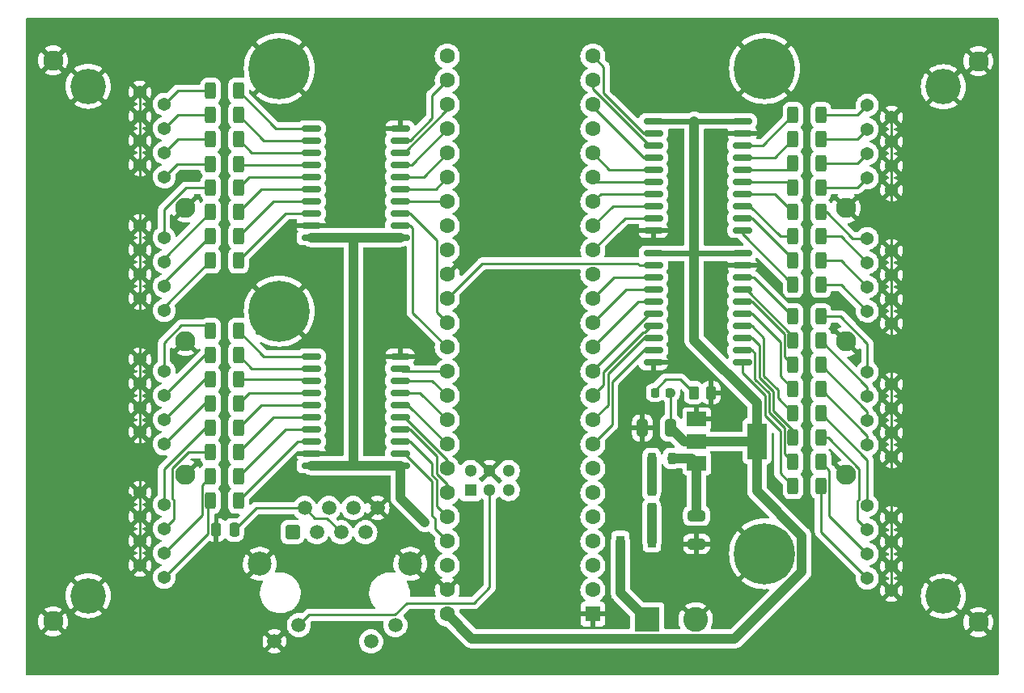
<source format=gtl>
G04 #@! TF.GenerationSoftware,KiCad,Pcbnew,(6.0.0-0)*
G04 #@! TF.CreationDate,2022-01-07T14:07:45-07:00*
G04 #@! TF.ProjectId,Controller_T41_rev0.2a,436f6e74-726f-46c6-9c65-725f5434315f,rev?*
G04 #@! TF.SameCoordinates,Original*
G04 #@! TF.FileFunction,Copper,L1,Top*
G04 #@! TF.FilePolarity,Positive*
%FSLAX46Y46*%
G04 Gerber Fmt 4.6, Leading zero omitted, Abs format (unit mm)*
G04 Created by KiCad (PCBNEW (6.0.0-0)) date 2022-01-07 14:07:45*
%MOMM*%
%LPD*%
G01*
G04 APERTURE LIST*
G04 Aperture macros list*
%AMRoundRect*
0 Rectangle with rounded corners*
0 $1 Rounding radius*
0 $2 $3 $4 $5 $6 $7 $8 $9 X,Y pos of 4 corners*
0 Add a 4 corners polygon primitive as box body*
4,1,4,$2,$3,$4,$5,$6,$7,$8,$9,$2,$3,0*
0 Add four circle primitives for the rounded corners*
1,1,$1+$1,$2,$3*
1,1,$1+$1,$4,$5*
1,1,$1+$1,$6,$7*
1,1,$1+$1,$8,$9*
0 Add four rect primitives between the rounded corners*
20,1,$1+$1,$2,$3,$4,$5,0*
20,1,$1+$1,$4,$5,$6,$7,0*
20,1,$1+$1,$6,$7,$8,$9,0*
20,1,$1+$1,$8,$9,$2,$3,0*%
G04 Aperture macros list end*
G04 #@! TA.AperFunction,SMDPad,CuDef*
%ADD10RoundRect,0.250000X-0.250000X-0.475000X0.250000X-0.475000X0.250000X0.475000X-0.250000X0.475000X0*%
G04 #@! TD*
G04 #@! TA.AperFunction,SMDPad,CuDef*
%ADD11R,2.000000X3.800000*%
G04 #@! TD*
G04 #@! TA.AperFunction,SMDPad,CuDef*
%ADD12R,2.000000X1.500000*%
G04 #@! TD*
G04 #@! TA.AperFunction,SMDPad,CuDef*
%ADD13RoundRect,0.250000X-0.262500X-0.450000X0.262500X-0.450000X0.262500X0.450000X-0.262500X0.450000X0*%
G04 #@! TD*
G04 #@! TA.AperFunction,SMDPad,CuDef*
%ADD14RoundRect,0.218750X-0.218750X-0.256250X0.218750X-0.256250X0.218750X0.256250X-0.218750X0.256250X0*%
G04 #@! TD*
G04 #@! TA.AperFunction,SMDPad,CuDef*
%ADD15RoundRect,0.218750X0.218750X0.381250X-0.218750X0.381250X-0.218750X-0.381250X0.218750X-0.381250X0*%
G04 #@! TD*
G04 #@! TA.AperFunction,ComponentPad*
%ADD16C,1.371600*%
G04 #@! TD*
G04 #@! TA.AperFunction,ComponentPad*
%ADD17C,2.108200*%
G04 #@! TD*
G04 #@! TA.AperFunction,ComponentPad*
%ADD18C,3.708400*%
G04 #@! TD*
G04 #@! TA.AperFunction,ComponentPad*
%ADD19RoundRect,0.250500X-0.499500X-0.499500X0.499500X-0.499500X0.499500X0.499500X-0.499500X0.499500X0*%
G04 #@! TD*
G04 #@! TA.AperFunction,ComponentPad*
%ADD20C,1.500000*%
G04 #@! TD*
G04 #@! TA.AperFunction,ComponentPad*
%ADD21C,2.500000*%
G04 #@! TD*
G04 #@! TA.AperFunction,SMDPad,CuDef*
%ADD22R,0.900000X1.200000*%
G04 #@! TD*
G04 #@! TA.AperFunction,SMDPad,CuDef*
%ADD23RoundRect,0.250000X0.325000X0.650000X-0.325000X0.650000X-0.325000X-0.650000X0.325000X-0.650000X0*%
G04 #@! TD*
G04 #@! TA.AperFunction,SMDPad,CuDef*
%ADD24RoundRect,0.250000X-0.650000X0.325000X-0.650000X-0.325000X0.650000X-0.325000X0.650000X0.325000X0*%
G04 #@! TD*
G04 #@! TA.AperFunction,SMDPad,CuDef*
%ADD25RoundRect,0.150000X0.875000X0.150000X-0.875000X0.150000X-0.875000X-0.150000X0.875000X-0.150000X0*%
G04 #@! TD*
G04 #@! TA.AperFunction,SMDPad,CuDef*
%ADD26RoundRect,0.150000X-0.875000X-0.150000X0.875000X-0.150000X0.875000X0.150000X-0.875000X0.150000X0*%
G04 #@! TD*
G04 #@! TA.AperFunction,SMDPad,CuDef*
%ADD27RoundRect,0.250000X0.312500X0.625000X-0.312500X0.625000X-0.312500X-0.625000X0.312500X-0.625000X0*%
G04 #@! TD*
G04 #@! TA.AperFunction,SMDPad,CuDef*
%ADD28RoundRect,0.250000X-0.312500X-0.625000X0.312500X-0.625000X0.312500X0.625000X-0.312500X0.625000X0*%
G04 #@! TD*
G04 #@! TA.AperFunction,ComponentPad*
%ADD29R,2.600000X2.600000*%
G04 #@! TD*
G04 #@! TA.AperFunction,ComponentPad*
%ADD30C,2.600000*%
G04 #@! TD*
G04 #@! TA.AperFunction,ComponentPad*
%ADD31C,1.600000*%
G04 #@! TD*
G04 #@! TA.AperFunction,ComponentPad*
%ADD32R,1.600000X1.600000*%
G04 #@! TD*
G04 #@! TA.AperFunction,ComponentPad*
%ADD33R,1.300000X1.300000*%
G04 #@! TD*
G04 #@! TA.AperFunction,ComponentPad*
%ADD34C,1.300000*%
G04 #@! TD*
G04 #@! TA.AperFunction,ComponentPad*
%ADD35C,0.800000*%
G04 #@! TD*
G04 #@! TA.AperFunction,ComponentPad*
%ADD36C,6.400000*%
G04 #@! TD*
G04 #@! TA.AperFunction,SMDPad,CuDef*
%ADD37RoundRect,0.237500X0.237500X-0.287500X0.237500X0.287500X-0.237500X0.287500X-0.237500X-0.287500X0*%
G04 #@! TD*
G04 #@! TA.AperFunction,ViaPad*
%ADD38C,0.800000*%
G04 #@! TD*
G04 #@! TA.AperFunction,ViaPad*
%ADD39C,1.000000*%
G04 #@! TD*
G04 #@! TA.AperFunction,Conductor*
%ADD40C,0.250000*%
G04 #@! TD*
G04 #@! TA.AperFunction,Conductor*
%ADD41C,1.000000*%
G04 #@! TD*
G04 #@! TA.AperFunction,Conductor*
%ADD42C,0.600000*%
G04 #@! TD*
G04 APERTURE END LIST*
D10*
X116972000Y-104902000D03*
X118872000Y-104902000D03*
D11*
X173584000Y-95631000D03*
D12*
X167284000Y-95631000D03*
X167284000Y-97931000D03*
X167284000Y-93331000D03*
D13*
X166958000Y-90551000D03*
X168783000Y-90551000D03*
D14*
X162915500Y-90551000D03*
X164490500Y-90551000D03*
D15*
X164685000Y-97409000D03*
X162560000Y-97409000D03*
D16*
X185140600Y-93462000D03*
X185140600Y-90922000D03*
X185140600Y-79482000D03*
X185140600Y-76942000D03*
X187680600Y-94732000D03*
X187680600Y-92192000D03*
X187680600Y-80752000D03*
X187680600Y-78212000D03*
D17*
X182897602Y-99172000D03*
X182897602Y-85202000D03*
X182897602Y-71232000D03*
D18*
X193097600Y-111872000D03*
X193097600Y-58532000D03*
D17*
X196762800Y-114571994D03*
X196762800Y-55832005D03*
D16*
X185140600Y-82022000D03*
X187680600Y-83292000D03*
X185140600Y-96002000D03*
X187680600Y-97272000D03*
X185140600Y-88382000D03*
X187680600Y-89652000D03*
X185140600Y-74402000D03*
X187680600Y-75672000D03*
X185140600Y-107442000D03*
X185140600Y-104902000D03*
X187680600Y-108712000D03*
X187680600Y-106172000D03*
X185140600Y-109982000D03*
X187680600Y-111252000D03*
X185140600Y-102362000D03*
X187680600Y-103632000D03*
X185140600Y-65522000D03*
X185140600Y-62982000D03*
X187680600Y-66792000D03*
X187680600Y-64252000D03*
X185140600Y-68062000D03*
X187680600Y-69332000D03*
X185140600Y-60442000D03*
X187680600Y-61712000D03*
X111531400Y-76870400D03*
X111531400Y-79410400D03*
X111531400Y-90850400D03*
X111531400Y-93390400D03*
X108991400Y-75600400D03*
X108991400Y-78140400D03*
X108991400Y-89580400D03*
X108991400Y-92120400D03*
D17*
X113774398Y-71160400D03*
X113774398Y-85130400D03*
X113774398Y-99100400D03*
D18*
X103574400Y-58460400D03*
X103574400Y-111800400D03*
D17*
X99909200Y-55760406D03*
X99909200Y-114500395D03*
D16*
X111531400Y-88310400D03*
X108991400Y-87040400D03*
X111531400Y-74330400D03*
X108991400Y-73060400D03*
X111531400Y-81950400D03*
X108991400Y-80680400D03*
X111531400Y-95930400D03*
X108991400Y-94660400D03*
X111531400Y-62890400D03*
X111531400Y-65430400D03*
X108991400Y-61620400D03*
X108991400Y-64160400D03*
X111531400Y-60350400D03*
X108991400Y-59080400D03*
X111531400Y-67970400D03*
X108991400Y-66700400D03*
X111531400Y-104810400D03*
X111531400Y-107350400D03*
X108991400Y-103540400D03*
X108991400Y-106080400D03*
X111531400Y-102270400D03*
X108991400Y-101000400D03*
X111531400Y-109890400D03*
X108991400Y-108620400D03*
D19*
X124968000Y-105156000D03*
D20*
X126238000Y-102616000D03*
X127508000Y-105156000D03*
X128778000Y-102616000D03*
X130048000Y-105156000D03*
X131318000Y-102616000D03*
X132588000Y-105156000D03*
D21*
X121538000Y-108456000D03*
D20*
X133858000Y-102616000D03*
D21*
X137288000Y-108456000D03*
D20*
X123088000Y-116586000D03*
X125628000Y-114886000D03*
X135738000Y-114886000D03*
X133198000Y-116586000D03*
D22*
X162584400Y-106121200D03*
X159284400Y-106121200D03*
D23*
X164543000Y-94234000D03*
X161593000Y-94234000D03*
D24*
X167259000Y-103427000D03*
X167259000Y-106377000D03*
D25*
X136222000Y-98171000D03*
X136222000Y-96901000D03*
X136222000Y-95631000D03*
X136222000Y-94361000D03*
X136222000Y-93091000D03*
X136222000Y-91821000D03*
X136222000Y-90551000D03*
X136222000Y-89281000D03*
X136222000Y-88011000D03*
X136222000Y-86741000D03*
X126922000Y-86741000D03*
X126922000Y-88011000D03*
X126922000Y-89281000D03*
X126922000Y-90551000D03*
X126922000Y-91821000D03*
X126922000Y-93091000D03*
X126922000Y-94361000D03*
X126922000Y-95631000D03*
X126922000Y-96901000D03*
X126922000Y-98171000D03*
D26*
X162736000Y-62103000D03*
X162736000Y-63373000D03*
X162736000Y-64643000D03*
X162736000Y-65913000D03*
X162736000Y-67183000D03*
X162736000Y-68453000D03*
X162736000Y-69723000D03*
X162736000Y-70993000D03*
X162736000Y-72263000D03*
X162736000Y-73533000D03*
X172036000Y-73533000D03*
X172036000Y-72263000D03*
X172036000Y-70993000D03*
X172036000Y-69723000D03*
X172036000Y-68453000D03*
X172036000Y-67183000D03*
X172036000Y-65913000D03*
X172036000Y-64643000D03*
X172036000Y-63373000D03*
X172036000Y-62103000D03*
D25*
X136222000Y-74295000D03*
X136222000Y-73025000D03*
X136222000Y-71755000D03*
X136222000Y-70485000D03*
X136222000Y-69215000D03*
X136222000Y-67945000D03*
X136222000Y-66675000D03*
X136222000Y-65405000D03*
X136222000Y-64135000D03*
X136222000Y-62865000D03*
X126922000Y-62865000D03*
X126922000Y-64135000D03*
X126922000Y-65405000D03*
X126922000Y-66675000D03*
X126922000Y-67945000D03*
X126922000Y-69215000D03*
X126922000Y-70485000D03*
X126922000Y-71755000D03*
X126922000Y-73025000D03*
X126922000Y-74295000D03*
D26*
X162736000Y-75946000D03*
X162736000Y-77216000D03*
X162736000Y-78486000D03*
X162736000Y-79756000D03*
X162736000Y-81026000D03*
X162736000Y-82296000D03*
X162736000Y-83566000D03*
X162736000Y-84836000D03*
X162736000Y-86106000D03*
X162736000Y-87376000D03*
X172036000Y-87376000D03*
X172036000Y-86106000D03*
X172036000Y-84836000D03*
X172036000Y-83566000D03*
X172036000Y-82296000D03*
X172036000Y-81026000D03*
X172036000Y-79756000D03*
X172036000Y-78486000D03*
X172036000Y-77216000D03*
X172036000Y-75946000D03*
D27*
X180278500Y-100330000D03*
X177353500Y-100330000D03*
D28*
X116393500Y-84074000D03*
X119318500Y-84074000D03*
X116393500Y-86614000D03*
X119318500Y-86614000D03*
X116393500Y-89154000D03*
X119318500Y-89154000D03*
X116393500Y-91694000D03*
X119318500Y-91694000D03*
X116393500Y-94234000D03*
X119318500Y-94234000D03*
X116393500Y-96774000D03*
X119318500Y-96774000D03*
X116393500Y-99314000D03*
X119318500Y-99314000D03*
X116393500Y-101854000D03*
X119318500Y-101854000D03*
D27*
X180278500Y-79248000D03*
X177353500Y-79248000D03*
X180278500Y-76708000D03*
X177353500Y-76708000D03*
X180278500Y-74168000D03*
X177353500Y-74168000D03*
X180278500Y-71628000D03*
X177353500Y-71628000D03*
X180278500Y-69088000D03*
X177353500Y-69088000D03*
X180278500Y-66548000D03*
X177353500Y-66548000D03*
X180278500Y-64008000D03*
X177353500Y-64008000D03*
X180278500Y-61468000D03*
X177353500Y-61468000D03*
D28*
X116393500Y-58928000D03*
X119318500Y-58928000D03*
X116393500Y-61468000D03*
X119318500Y-61468000D03*
X116393500Y-64008000D03*
X119318500Y-64008000D03*
X116393500Y-66619120D03*
X119318500Y-66619120D03*
X116393500Y-69088000D03*
X119318500Y-69088000D03*
X116393500Y-71628000D03*
X119318500Y-71628000D03*
X116393500Y-74155300D03*
X119318500Y-74155300D03*
X116393500Y-76708000D03*
X119318500Y-76708000D03*
D27*
X180278500Y-97790000D03*
X177353500Y-97790000D03*
X180278500Y-95250000D03*
X177353500Y-95250000D03*
X180278500Y-92710000D03*
X177353500Y-92710000D03*
X180278500Y-90170000D03*
X177353500Y-90170000D03*
X180278500Y-87630000D03*
X177353500Y-87630000D03*
X180278500Y-85090000D03*
X177353500Y-85090000D03*
X180278500Y-82550000D03*
X177353500Y-82550000D03*
D29*
X162087560Y-114300000D03*
D30*
X167167560Y-114300000D03*
D31*
X141168120Y-113718340D03*
X141168120Y-111178340D03*
X141168120Y-108638340D03*
X141168120Y-106098340D03*
X141168120Y-103558340D03*
X141168120Y-101018340D03*
X141168120Y-98478340D03*
X141168120Y-95938340D03*
X141168120Y-93398340D03*
X141168120Y-90858340D03*
X141168120Y-88318340D03*
X141168120Y-85778340D03*
X141168120Y-83238340D03*
X141168120Y-80698340D03*
D32*
X156408120Y-113718340D03*
D31*
X156408120Y-111178340D03*
X156408120Y-108638340D03*
X156408120Y-106098340D03*
X156408120Y-103558340D03*
X156408120Y-101018340D03*
X156408120Y-98478340D03*
X156408120Y-95938340D03*
X156408120Y-93398340D03*
X156408120Y-90858340D03*
X156408120Y-88318340D03*
X156408120Y-85778340D03*
X156408120Y-83238340D03*
X141168120Y-78158340D03*
X141168120Y-75618340D03*
X141168120Y-73078340D03*
X141168120Y-70538340D03*
X141168120Y-67998340D03*
X141168120Y-65458340D03*
X141168120Y-62918340D03*
X141168120Y-60378340D03*
X141168120Y-57838340D03*
X141168120Y-55298340D03*
X156408120Y-55298340D03*
X156408120Y-57838340D03*
X156408120Y-60378340D03*
X156408120Y-62918340D03*
X156408120Y-80698340D03*
X156408120Y-78158340D03*
X156408120Y-75618340D03*
X156408120Y-65458340D03*
X156408120Y-67998340D03*
X156408120Y-70538340D03*
X156408120Y-73078340D03*
D33*
X143606520Y-100748340D03*
D34*
X143606520Y-98748340D03*
X145606520Y-100748340D03*
X145606520Y-98748340D03*
X147606520Y-98748340D03*
X147606520Y-100748340D03*
D35*
X176070596Y-105722084D03*
X174373540Y-105019140D03*
X172676484Y-105722084D03*
X171973540Y-107419140D03*
X172676484Y-109116196D03*
X174373540Y-109819140D03*
X176070596Y-109116196D03*
X176773540Y-107419140D03*
D36*
X174373540Y-107419140D03*
D35*
X125270596Y-80322084D03*
X123573540Y-79619140D03*
X121876484Y-80322084D03*
X121173540Y-82019140D03*
X121876484Y-83716196D03*
X123573540Y-84419140D03*
X125270596Y-83716196D03*
X125973540Y-82019140D03*
D36*
X123573540Y-82019140D03*
D35*
X176070596Y-54922084D03*
X174373540Y-54219140D03*
X172676484Y-54922084D03*
X171973540Y-56619140D03*
X172676484Y-58316196D03*
X174373540Y-59019140D03*
X176070596Y-58316196D03*
X176773540Y-56619140D03*
D36*
X174373540Y-56619140D03*
D35*
X125270596Y-54922084D03*
X123573540Y-54219140D03*
X121876484Y-54922084D03*
X121173540Y-56619140D03*
X121876484Y-58316196D03*
X123573540Y-59019140D03*
X125270596Y-58316196D03*
X125973540Y-56619140D03*
D36*
X123573540Y-56619140D03*
D37*
X162560000Y-100852000D03*
X162560000Y-102602000D03*
D38*
X151384000Y-59944000D03*
X103378000Y-101346000D03*
X165100000Y-64135000D03*
X165100000Y-72898000D03*
X169418000Y-72898000D03*
X169418000Y-64135000D03*
X170942000Y-93853000D03*
X169672000Y-92583000D03*
X117856000Y-103505000D03*
X144907000Y-72517000D03*
X150368000Y-72517000D03*
X150368000Y-88138000D03*
X144907000Y-88138000D03*
X133985000Y-83439000D03*
X133985000Y-77724000D03*
X135636000Y-80264000D03*
X128651000Y-77343000D03*
X128651000Y-83185000D03*
X128524000Y-56642000D03*
X134239000Y-56642000D03*
X131191000Y-59690000D03*
X137287000Y-59690000D03*
X161290000Y-59436000D03*
X117856000Y-109474000D03*
X117856000Y-113284000D03*
X115697000Y-111379000D03*
X169164000Y-82804000D03*
X169164000Y-79248000D03*
X193040000Y-70612000D03*
X188087000Y-85979000D03*
X193040000Y-85979000D03*
X188214000Y-101346000D03*
X193040000Y-101092000D03*
X193294000Y-92964000D03*
X193040000Y-78486000D03*
X107823000Y-101473000D03*
X107061000Y-85344000D03*
X103251000Y-85725000D03*
X103378000Y-93218000D03*
X103251000Y-78105000D03*
X103251000Y-70358000D03*
X103378000Y-62230000D03*
X146431000Y-59817000D03*
X165100000Y-79248000D03*
X165100000Y-82804000D03*
X133350000Y-94234000D03*
X133350000Y-88646000D03*
X129413000Y-88646000D03*
X129413000Y-94234000D03*
X129413000Y-71755000D03*
X129413000Y-64389000D03*
X133477000Y-64389000D03*
X133350000Y-71755000D03*
D39*
X138811010Y-104140000D03*
D40*
X103574400Y-62033600D02*
X103378000Y-62230000D01*
X108991400Y-108620400D02*
X108991400Y-106080400D01*
X108991400Y-106080400D02*
X108991400Y-103540400D01*
X108991400Y-103540400D02*
X108991400Y-101000400D01*
X108991400Y-94660400D02*
X108991400Y-101000400D01*
X108991400Y-94660400D02*
X108991400Y-87040400D01*
X108991400Y-87040400D02*
X108991400Y-80680400D01*
X108991400Y-80680400D02*
X108991400Y-59080400D01*
X108991400Y-66700400D02*
X108991400Y-64160400D01*
X187680600Y-61712000D02*
X187680600Y-69332000D01*
X187680600Y-69332000D02*
X187680600Y-111252000D01*
D41*
X166762000Y-97409000D02*
X167284000Y-97931000D01*
X164685000Y-97409000D02*
X166762000Y-97409000D01*
X167259000Y-97956000D02*
X167284000Y-97931000D01*
X167259000Y-103427000D02*
X167259000Y-97956000D01*
X167284000Y-95631000D02*
X173584000Y-95631000D01*
X165940000Y-95631000D02*
X167284000Y-95631000D01*
X164543000Y-94234000D02*
X165940000Y-95631000D01*
X164543000Y-90580500D02*
X164513500Y-90551000D01*
D42*
X166878000Y-75946000D02*
X172036000Y-75946000D01*
X167005000Y-62103000D02*
X172036000Y-62103000D01*
X162736000Y-62103000D02*
X167005000Y-62103000D01*
D41*
X171264681Y-116300001D02*
X143749781Y-116300001D01*
X178273541Y-109291141D02*
X171264681Y-116300001D01*
X143749781Y-116300001D02*
X141168120Y-113718340D01*
X178273541Y-105547139D02*
X178273541Y-109291141D01*
X173584000Y-100857598D02*
X178273541Y-105547139D01*
X173584000Y-95631000D02*
X173584000Y-100857598D01*
X131318000Y-98171000D02*
X136222000Y-98171000D01*
X131318000Y-74295000D02*
X131318000Y-98171000D01*
X126922000Y-98171000D02*
X131318000Y-98171000D01*
X126922000Y-74295000D02*
X131318000Y-74295000D01*
X131318000Y-74295000D02*
X136222000Y-74295000D01*
X136222000Y-98171000D02*
X136222000Y-101550990D01*
X136222000Y-101550990D02*
X138811010Y-104140000D01*
D40*
X164543000Y-90603500D02*
X164490500Y-90551000D01*
X164543000Y-94234000D02*
X164543000Y-90603500D01*
D41*
X167005000Y-85039200D02*
X167005000Y-62103000D01*
X173584000Y-91618200D02*
X167005000Y-85039200D01*
X173584000Y-95631000D02*
X173584000Y-91618200D01*
D42*
X162736000Y-75946000D02*
X166878000Y-75946000D01*
D41*
X159284400Y-111496840D02*
X162087560Y-114300000D01*
X159284400Y-106121200D02*
X159284400Y-111496840D01*
X162584400Y-102626400D02*
X162560000Y-102602000D01*
X162584400Y-106121200D02*
X162584400Y-102626400D01*
D40*
X162638500Y-90551000D02*
X164035500Y-89154000D01*
X165561000Y-89154000D02*
X166958000Y-90551000D01*
X164035500Y-89154000D02*
X165561000Y-89154000D01*
D41*
X162560000Y-100852000D02*
X162560000Y-97409000D01*
D40*
X182366600Y-79248000D02*
X185140600Y-82022000D01*
X180278500Y-79248000D02*
X182366600Y-79248000D01*
X182366600Y-74168000D02*
X185140600Y-76942000D01*
X180278500Y-74168000D02*
X182366600Y-74168000D01*
X182366600Y-76708000D02*
X185140600Y-79482000D01*
X180278500Y-76708000D02*
X182366600Y-76708000D01*
X180841000Y-71628000D02*
X183615000Y-74402000D01*
X180278500Y-71628000D02*
X180841000Y-71628000D01*
X183615000Y-74402000D02*
X185140600Y-74402000D01*
X184114600Y-61468000D02*
X185140600Y-60442000D01*
X180278500Y-61468000D02*
X184114600Y-61468000D01*
X184114600Y-64008000D02*
X185140600Y-62982000D01*
X180278500Y-64008000D02*
X184114600Y-64008000D01*
X184114600Y-69088000D02*
X185140600Y-68062000D01*
X180278500Y-69088000D02*
X184114600Y-69088000D01*
X184114600Y-66548000D02*
X185140600Y-65522000D01*
X180278500Y-66548000D02*
X184114600Y-66548000D01*
X185140600Y-97572100D02*
X185140600Y-102362000D01*
X180278500Y-92710000D02*
X185140600Y-97572100D01*
X181166010Y-103467410D02*
X185140600Y-107442000D01*
X181166010Y-98677510D02*
X181166010Y-103467410D01*
X180278500Y-97790000D02*
X181166010Y-98677510D01*
X184129799Y-103891199D02*
X185140600Y-104902000D01*
X184129799Y-101876815D02*
X184129799Y-103891199D01*
X184276703Y-101729911D02*
X184129799Y-101876815D01*
X184276703Y-98510031D02*
X184276703Y-101729911D01*
X181016672Y-95250000D02*
X184276703Y-98510031D01*
X180278500Y-95250000D02*
X181016672Y-95250000D01*
X180278500Y-105119900D02*
X185140600Y-109982000D01*
X180278500Y-100330000D02*
X180278500Y-105119900D01*
X185140600Y-95032100D02*
X185140600Y-96002000D01*
X180278500Y-90170000D02*
X185140600Y-95032100D01*
X185140600Y-92492100D02*
X185140600Y-93462000D01*
X180278500Y-87630000D02*
X185140600Y-92492100D01*
X185140600Y-89952100D02*
X185140600Y-90922000D01*
X180278500Y-85090000D02*
X185140600Y-89952100D01*
X185140600Y-85403928D02*
X185140600Y-88382000D01*
X182286672Y-82550000D02*
X185140600Y-85403928D01*
X180278500Y-82550000D02*
X182286672Y-82550000D01*
X112953800Y-58928000D02*
X111531400Y-60350400D01*
X116393500Y-58928000D02*
X112953800Y-58928000D01*
X112953800Y-64008000D02*
X111531400Y-65430400D01*
X116393500Y-64008000D02*
X112953800Y-64008000D01*
X112953800Y-61468000D02*
X111531400Y-62890400D01*
X116393500Y-61468000D02*
X112953800Y-61468000D01*
X112882680Y-66619120D02*
X111531400Y-67970400D01*
X116393500Y-66619120D02*
X112882680Y-66619120D01*
X111531400Y-81570100D02*
X111531400Y-81950400D01*
X116393500Y-76708000D02*
X111531400Y-81570100D01*
X111531400Y-79017400D02*
X111531400Y-79410400D01*
X116393500Y-74155300D02*
X111531400Y-79017400D01*
X113805728Y-69088000D02*
X111531400Y-71362328D01*
X111531400Y-71362328D02*
X111531400Y-74330400D01*
X116393500Y-69088000D02*
X113805728Y-69088000D01*
X111531400Y-76490100D02*
X111531400Y-76870400D01*
X116393500Y-71628000D02*
X111531400Y-76490100D01*
X116146990Y-105274810D02*
X111531400Y-109890400D01*
X116146990Y-102100510D02*
X116146990Y-105274810D01*
X116393500Y-101854000D02*
X116146990Y-102100510D01*
X112542201Y-101785215D02*
X112542201Y-103799599D01*
X112542201Y-103799599D02*
X111531400Y-104810400D01*
X112395297Y-101638311D02*
X112542201Y-101785215D01*
X114059728Y-96774000D02*
X112395297Y-98438431D01*
X112395297Y-98438431D02*
X112395297Y-101638311D01*
X116393500Y-96774000D02*
X114059728Y-96774000D01*
X115505990Y-103375810D02*
X111531400Y-107350400D01*
X115505990Y-100201510D02*
X115505990Y-103375810D01*
X116393500Y-99314000D02*
X115505990Y-100201510D01*
X111531400Y-98533600D02*
X111531400Y-102270400D01*
X115831000Y-94234000D02*
X111531400Y-98533600D01*
X116393500Y-94234000D02*
X115831000Y-94234000D01*
X111531400Y-85332328D02*
X111531400Y-88310400D01*
X113352228Y-83511500D02*
X111531400Y-85332328D01*
X115831000Y-83511500D02*
X113352228Y-83511500D01*
X116393500Y-84074000D02*
X115831000Y-83511500D01*
X115767800Y-86614000D02*
X111531400Y-90850400D01*
X116393500Y-86614000D02*
X115767800Y-86614000D01*
X115767800Y-89154000D02*
X111531400Y-93390400D01*
X116393500Y-89154000D02*
X115767800Y-89154000D01*
X115767800Y-91694000D02*
X111531400Y-95930400D01*
X116393500Y-91694000D02*
X115767800Y-91694000D01*
X126703001Y-113810999D02*
X125628000Y-114886000D01*
X143958123Y-112593339D02*
X136926663Y-112593339D01*
X135709003Y-113810999D02*
X126703001Y-113810999D01*
X145606520Y-110944942D02*
X143958123Y-112593339D01*
X136926663Y-112593339D02*
X135709003Y-113810999D01*
X145606520Y-100748340D02*
X145606520Y-110944942D01*
X173289500Y-78486000D02*
X177353500Y-82550000D01*
X172036000Y-78486000D02*
X173289500Y-78486000D01*
X177353500Y-84646732D02*
X177353500Y-85090000D01*
X172462768Y-79756000D02*
X177353500Y-84646732D01*
X172036000Y-79756000D02*
X172462768Y-79756000D01*
X176465990Y-86742490D02*
X177353500Y-87630000D01*
X176465990Y-84430990D02*
X176465990Y-86742490D01*
X173061000Y-81026000D02*
X176465990Y-84430990D01*
X172036000Y-81026000D02*
X173061000Y-81026000D01*
X176015979Y-85250979D02*
X173061000Y-82296000D01*
X173061000Y-82296000D02*
X172036000Y-82296000D01*
X176015979Y-88832479D02*
X176015979Y-85250979D01*
X177353500Y-90170000D02*
X176015979Y-88832479D01*
X174313011Y-88804136D02*
X174313011Y-84818011D01*
X175759044Y-91115544D02*
X175759044Y-90250168D01*
X177353500Y-92710000D02*
X175759044Y-91115544D01*
X174313011Y-84818011D02*
X173061000Y-83566000D01*
X175759044Y-90250168D02*
X174313011Y-88804136D01*
X173061000Y-83566000D02*
X172036000Y-83566000D01*
X173836021Y-85611021D02*
X173836021Y-88963557D01*
X177353500Y-94460690D02*
X177353500Y-95250000D01*
X175309033Y-92416223D02*
X177353500Y-94460690D01*
X175309033Y-90436568D02*
X175309033Y-92416223D01*
X173836021Y-88963557D02*
X175309033Y-90436568D01*
X172036000Y-84836000D02*
X173061000Y-84836000D01*
X173061000Y-84836000D02*
X173836021Y-85611021D01*
X177353500Y-97790000D02*
X176465990Y-96902490D01*
X173386010Y-89149957D02*
X173386010Y-86431010D01*
X176465990Y-96902490D02*
X176465990Y-94209590D01*
X174859022Y-92602622D02*
X174859022Y-90622968D01*
X176465990Y-94209590D02*
X174859022Y-92602622D01*
X174859022Y-90622968D02*
X173386010Y-89149957D01*
X173386010Y-86431010D02*
X173061000Y-86106000D01*
X173061000Y-86106000D02*
X172036000Y-86106000D01*
X172036000Y-88436358D02*
X174409011Y-90809368D01*
X176015979Y-94577977D02*
X176015979Y-98992479D01*
X176015979Y-98992479D02*
X177353500Y-100330000D01*
X172036000Y-87376000D02*
X172036000Y-88436358D01*
X174409011Y-90809368D02*
X174409011Y-92971009D01*
X174409011Y-92971009D02*
X176015979Y-94577977D01*
X124271500Y-71755000D02*
X119318500Y-76708000D01*
X126922000Y-71755000D02*
X124271500Y-71755000D01*
X122988800Y-70485000D02*
X126922000Y-70485000D01*
X119318500Y-74155300D02*
X122988800Y-70485000D01*
X121731500Y-69215000D02*
X119318500Y-71628000D01*
X126922000Y-69215000D02*
X121731500Y-69215000D01*
X120461500Y-67945000D02*
X126922000Y-67945000D01*
X119318500Y-69088000D02*
X120461500Y-67945000D01*
X119374380Y-66675000D02*
X119318500Y-66619120D01*
X126922000Y-66675000D02*
X119374380Y-66675000D01*
X120715500Y-65405000D02*
X126922000Y-65405000D01*
X119318500Y-64008000D02*
X120715500Y-65405000D01*
X121985500Y-64135000D02*
X119318500Y-61468000D01*
X126922000Y-64135000D02*
X121985500Y-64135000D01*
X123255500Y-62865000D02*
X119318500Y-58928000D01*
X126922000Y-62865000D02*
X123255500Y-62865000D01*
X174178500Y-64643000D02*
X177353500Y-61468000D01*
X172036000Y-64643000D02*
X174178500Y-64643000D01*
X175448500Y-65913000D02*
X172036000Y-65913000D01*
X177353500Y-64008000D02*
X175448500Y-65913000D01*
X176718500Y-67183000D02*
X177353500Y-66548000D01*
X172036000Y-67183000D02*
X176718500Y-67183000D01*
X176718500Y-68453000D02*
X177353500Y-69088000D01*
X172036000Y-68453000D02*
X176718500Y-68453000D01*
X175448500Y-69723000D02*
X177353500Y-71628000D01*
X172036000Y-69723000D02*
X175448500Y-69723000D01*
X172036000Y-70993000D02*
X172847000Y-70993000D01*
X176022000Y-74168000D02*
X177353500Y-74168000D01*
X172847000Y-70993000D02*
X176022000Y-74168000D01*
X177353500Y-76555500D02*
X177353500Y-76708000D01*
X173061000Y-72263000D02*
X177353500Y-76555500D01*
X172036000Y-72263000D02*
X173061000Y-72263000D01*
X172036000Y-73930500D02*
X177353500Y-79248000D01*
X172036000Y-73533000D02*
X172036000Y-73930500D01*
X125541500Y-95631000D02*
X119318500Y-101854000D01*
X126922000Y-95631000D02*
X125541500Y-95631000D01*
X124271500Y-94361000D02*
X126922000Y-94361000D01*
X119318500Y-99314000D02*
X124271500Y-94361000D01*
X123001500Y-93091000D02*
X119318500Y-96774000D01*
X126922000Y-93091000D02*
X123001500Y-93091000D01*
X121731500Y-91821000D02*
X126922000Y-91821000D01*
X119318500Y-94234000D02*
X121731500Y-91821000D01*
X120461500Y-90551000D02*
X119318500Y-91694000D01*
X126922000Y-90551000D02*
X120461500Y-90551000D01*
X126795000Y-89154000D02*
X126922000Y-89281000D01*
X119318500Y-89154000D02*
X126795000Y-89154000D01*
X120715500Y-88011000D02*
X119318500Y-86614000D01*
X126922000Y-88011000D02*
X120715500Y-88011000D01*
X121985500Y-86741000D02*
X119318500Y-84074000D01*
X126922000Y-86741000D02*
X121985500Y-86741000D01*
X158493460Y-70993000D02*
X162736000Y-70993000D01*
X156408120Y-73078340D02*
X158493460Y-70993000D01*
X157223460Y-69723000D02*
X156408120Y-70538340D01*
X162736000Y-69723000D02*
X157223460Y-69723000D01*
X156862780Y-68453000D02*
X156408120Y-67998340D01*
X162736000Y-68453000D02*
X156862780Y-68453000D01*
X158132780Y-67183000D02*
X156408120Y-65458340D01*
X162736000Y-67183000D02*
X158132780Y-67183000D01*
X159763460Y-72263000D02*
X156408120Y-75618340D01*
X162736000Y-72263000D02*
X159763460Y-72263000D01*
X158620460Y-78486000D02*
X162736000Y-78486000D01*
X156408120Y-80698340D02*
X158620460Y-78486000D01*
X156408120Y-60610120D02*
X156408120Y-60378340D01*
X161711000Y-65913000D02*
X156408120Y-60610120D01*
X162736000Y-65913000D02*
X161711000Y-65913000D01*
X156408120Y-58741888D02*
X162309232Y-64643000D01*
X162309232Y-64643000D02*
X162736000Y-64643000D01*
X156408120Y-57838340D02*
X156408120Y-58741888D01*
X157533121Y-59195121D02*
X157533121Y-56423341D01*
X157533121Y-56423341D02*
X156408120Y-55298340D01*
X161711000Y-63373000D02*
X157533121Y-59195121D01*
X162736000Y-63373000D02*
X161711000Y-63373000D01*
X137247000Y-64135000D02*
X136222000Y-64135000D01*
X139593108Y-61788892D02*
X137247000Y-64135000D01*
X139593108Y-59413352D02*
X139593108Y-61788892D01*
X141168120Y-57838340D02*
X139593108Y-59413352D01*
X136648768Y-65405000D02*
X136222000Y-65405000D01*
X141168120Y-60885648D02*
X136648768Y-65405000D01*
X141168120Y-60378340D02*
X141168120Y-60885648D01*
X137411460Y-66675000D02*
X136222000Y-66675000D01*
X141168120Y-62918340D02*
X137411460Y-66675000D01*
X138681460Y-67945000D02*
X136222000Y-67945000D01*
X141168120Y-65458340D02*
X138681460Y-67945000D01*
X139951460Y-69215000D02*
X136222000Y-69215000D01*
X141168120Y-67998340D02*
X139951460Y-69215000D01*
X136275340Y-70538340D02*
X136222000Y-70485000D01*
X141168120Y-70538340D02*
X136275340Y-70538340D01*
X159890460Y-79756000D02*
X156408120Y-83238340D01*
X162736000Y-79756000D02*
X159890460Y-79756000D01*
X161160460Y-81026000D02*
X156408120Y-85778340D01*
X162736000Y-81026000D02*
X161160460Y-81026000D01*
X162309232Y-82296000D02*
X162736000Y-82296000D01*
X156408120Y-88197112D02*
X162309232Y-82296000D01*
X156408120Y-88318340D02*
X156408120Y-88197112D01*
X157533121Y-89733339D02*
X156408120Y-90858340D01*
X157533121Y-88516679D02*
X157533121Y-89733339D01*
X157533123Y-88516677D02*
X157533121Y-88516679D01*
X161664242Y-84210990D02*
X161385990Y-84489242D01*
X161385990Y-84524600D02*
X157533123Y-88377467D01*
X161838810Y-84210990D02*
X161664242Y-84210990D01*
X162483800Y-83566000D02*
X161838810Y-84210990D01*
X157533123Y-88377467D02*
X157533123Y-88516677D01*
X161385990Y-84489242D02*
X161385990Y-84524600D01*
X162736000Y-83566000D02*
X162483800Y-83566000D01*
X161711000Y-84836000D02*
X162736000Y-84836000D01*
X157983132Y-88563868D02*
X161711000Y-84836000D01*
X157983132Y-91823328D02*
X157983132Y-88563868D01*
X156408120Y-93398340D02*
X157983132Y-91823328D01*
X158433143Y-89383857D02*
X158433143Y-93913317D01*
X158433143Y-93913317D02*
X157208119Y-95138341D01*
X162736000Y-86106000D02*
X161711000Y-86106000D01*
X161711000Y-86106000D02*
X158433143Y-89383857D01*
X157208119Y-95138341D02*
X156408120Y-95938340D01*
X144842230Y-77024230D02*
X141168120Y-80698340D01*
X161107339Y-77033339D02*
X144851339Y-77033339D01*
X144851339Y-77033339D02*
X144842230Y-77024230D01*
X161290000Y-77216000D02*
X161107339Y-77033339D01*
X162736000Y-77216000D02*
X161290000Y-77216000D01*
X140043119Y-74551119D02*
X137247000Y-71755000D01*
X137247000Y-71755000D02*
X136222000Y-71755000D01*
X140043119Y-82113339D02*
X140043119Y-74551119D01*
X141168120Y-83238340D02*
X140043119Y-82113339D01*
X137247000Y-73025000D02*
X136222000Y-73025000D01*
X137572010Y-73350010D02*
X137247000Y-73025000D01*
X137572010Y-82182230D02*
X137572010Y-73350010D01*
X141168120Y-85778340D02*
X137572010Y-82182230D01*
X136529340Y-88318340D02*
X136222000Y-88011000D01*
X141168120Y-88318340D02*
X136529340Y-88318340D01*
X139590780Y-89281000D02*
X136222000Y-89281000D01*
X141168120Y-90858340D02*
X139590780Y-89281000D01*
X138320780Y-90551000D02*
X136222000Y-90551000D01*
X141168120Y-93398340D02*
X138320780Y-90551000D01*
X137050780Y-91821000D02*
X136222000Y-91821000D01*
X141168120Y-95938340D02*
X137050780Y-91821000D01*
X136655778Y-93091000D02*
X136222000Y-93091000D01*
X141168120Y-97603342D02*
X136655778Y-93091000D01*
X141168120Y-98478340D02*
X141168120Y-97603342D01*
X140043119Y-97157119D02*
X137247000Y-94361000D01*
X140043119Y-99018341D02*
X140043119Y-97157119D01*
X141168120Y-100143342D02*
X140043119Y-99018341D01*
X141168120Y-101018340D02*
X141168120Y-100143342D01*
X137247000Y-94361000D02*
X136222000Y-94361000D01*
X141168120Y-103558340D02*
X140043119Y-102433339D01*
X139593108Y-99204741D02*
X139593108Y-97977108D01*
X140043119Y-102433339D02*
X140043119Y-99654751D01*
X140043119Y-99654751D02*
X139593108Y-99204741D01*
X139593108Y-97977108D02*
X137247000Y-95631000D01*
X137247000Y-95631000D02*
X136222000Y-95631000D01*
X139890001Y-103743999D02*
X139593108Y-103447106D01*
X139593108Y-103447106D02*
X139593108Y-99841152D01*
X136652956Y-96901000D02*
X136222000Y-96901000D01*
X141168120Y-106098340D02*
X139890001Y-104820221D01*
X139890001Y-104820221D02*
X139890001Y-103743999D01*
X139593108Y-99841152D02*
X136652956Y-96901000D01*
X128583001Y-103691001D02*
X130048000Y-105156000D01*
X127313001Y-103691001D02*
X128583001Y-103691001D01*
X126238000Y-102616000D02*
X127313001Y-103691001D01*
X121158000Y-102616000D02*
X118872000Y-104902000D01*
X126238000Y-102616000D02*
X121158000Y-102616000D01*
G04 #@! TA.AperFunction,Conductor*
G36*
X198824121Y-51328002D02*
G01*
X198870614Y-51381658D01*
X198882000Y-51434000D01*
X198882000Y-120016000D01*
X198861998Y-120084121D01*
X198808342Y-120130614D01*
X198756000Y-120142000D01*
X97154000Y-120142000D01*
X97085879Y-120121998D01*
X97039386Y-120068342D01*
X97028000Y-120016000D01*
X97028000Y-117636161D01*
X122402393Y-117636161D01*
X122411687Y-117648175D01*
X122452088Y-117676464D01*
X122461584Y-117681947D01*
X122651113Y-117770326D01*
X122661405Y-117774072D01*
X122863401Y-117828196D01*
X122874196Y-117830099D01*
X123082525Y-117848326D01*
X123093475Y-117848326D01*
X123301804Y-117830099D01*
X123312599Y-117828196D01*
X123514595Y-117774072D01*
X123524887Y-117770326D01*
X123714416Y-117681947D01*
X123723912Y-117676464D01*
X123765148Y-117647590D01*
X123773523Y-117637112D01*
X123766457Y-117623668D01*
X123100811Y-116958021D01*
X123086868Y-116950408D01*
X123085034Y-116950539D01*
X123078420Y-116954790D01*
X122408820Y-117624391D01*
X122402393Y-117636161D01*
X97028000Y-117636161D01*
X97028000Y-116591475D01*
X121825674Y-116591475D01*
X121843901Y-116799804D01*
X121845804Y-116810599D01*
X121899928Y-117012595D01*
X121903674Y-117022887D01*
X121992054Y-117212417D01*
X121997534Y-117221907D01*
X122026411Y-117263149D01*
X122036887Y-117271523D01*
X122050334Y-117264455D01*
X122715979Y-116598811D01*
X122722356Y-116587132D01*
X123452408Y-116587132D01*
X123452539Y-116588966D01*
X123456790Y-116595580D01*
X124126391Y-117265180D01*
X124138161Y-117271607D01*
X124150176Y-117262311D01*
X124178466Y-117221907D01*
X124183946Y-117212417D01*
X124272326Y-117022887D01*
X124276072Y-117012595D01*
X124330196Y-116810599D01*
X124332099Y-116799804D01*
X124350326Y-116591475D01*
X124350326Y-116586000D01*
X131934693Y-116586000D01*
X131953885Y-116805371D01*
X132010880Y-117018076D01*
X132042226Y-117085297D01*
X132101618Y-117212666D01*
X132101621Y-117212671D01*
X132103944Y-117217653D01*
X132107100Y-117222160D01*
X132107101Y-117222162D01*
X132170534Y-117312753D01*
X132230251Y-117398038D01*
X132385962Y-117553749D01*
X132566346Y-117680056D01*
X132765924Y-117773120D01*
X132978629Y-117830115D01*
X133198000Y-117849307D01*
X133417371Y-117830115D01*
X133630076Y-117773120D01*
X133829654Y-117680056D01*
X134010038Y-117553749D01*
X134165749Y-117398038D01*
X134225467Y-117312753D01*
X134288899Y-117222162D01*
X134288900Y-117222160D01*
X134292056Y-117217653D01*
X134294379Y-117212671D01*
X134294382Y-117212666D01*
X134353774Y-117085297D01*
X134385120Y-117018076D01*
X134442115Y-116805371D01*
X134461307Y-116586000D01*
X134442115Y-116366629D01*
X134385120Y-116153924D01*
X134335204Y-116046878D01*
X134294382Y-115959334D01*
X134294379Y-115959329D01*
X134292056Y-115954347D01*
X134260786Y-115909689D01*
X134168908Y-115778473D01*
X134168906Y-115778470D01*
X134165749Y-115773962D01*
X134010038Y-115618251D01*
X133829654Y-115491944D01*
X133630076Y-115398880D01*
X133417371Y-115341885D01*
X133198000Y-115322693D01*
X132978629Y-115341885D01*
X132765924Y-115398880D01*
X132747132Y-115407643D01*
X132571334Y-115489618D01*
X132571329Y-115489621D01*
X132566347Y-115491944D01*
X132561840Y-115495100D01*
X132561838Y-115495101D01*
X132390473Y-115615092D01*
X132390470Y-115615094D01*
X132385962Y-115618251D01*
X132230251Y-115773962D01*
X132227094Y-115778470D01*
X132227092Y-115778473D01*
X132135214Y-115909689D01*
X132103944Y-115954347D01*
X132101621Y-115959329D01*
X132101618Y-115959334D01*
X132060796Y-116046878D01*
X132010880Y-116153924D01*
X131953885Y-116366629D01*
X131934693Y-116586000D01*
X124350326Y-116586000D01*
X124350326Y-116580525D01*
X124332099Y-116372196D01*
X124330196Y-116361401D01*
X124276072Y-116159405D01*
X124272326Y-116149113D01*
X124183946Y-115959583D01*
X124178466Y-115950093D01*
X124149589Y-115908851D01*
X124139113Y-115900477D01*
X124125666Y-115907545D01*
X123460021Y-116573189D01*
X123452408Y-116587132D01*
X122722356Y-116587132D01*
X122723592Y-116584868D01*
X122723461Y-116583034D01*
X122719210Y-116576420D01*
X122049609Y-115906820D01*
X122037839Y-115900393D01*
X122025824Y-115909689D01*
X121997534Y-115950093D01*
X121992054Y-115959583D01*
X121903674Y-116149113D01*
X121899928Y-116159405D01*
X121845804Y-116361401D01*
X121843901Y-116372196D01*
X121825674Y-116580525D01*
X121825674Y-116591475D01*
X97028000Y-116591475D01*
X97028000Y-115772406D01*
X99002019Y-115772406D01*
X99007746Y-115780056D01*
X99193606Y-115893952D01*
X99202401Y-115898434D01*
X99420419Y-115988740D01*
X99429804Y-115991789D01*
X99659265Y-116046878D01*
X99669012Y-116048421D01*
X99904270Y-116066937D01*
X99914130Y-116066937D01*
X100149388Y-116048421D01*
X100159135Y-116046878D01*
X100388596Y-115991789D01*
X100397981Y-115988740D01*
X100615999Y-115898434D01*
X100624794Y-115893952D01*
X100806986Y-115782304D01*
X100816448Y-115771846D01*
X100812665Y-115763070D01*
X100584482Y-115534887D01*
X122402477Y-115534887D01*
X122409545Y-115548334D01*
X123075189Y-116213979D01*
X123089132Y-116221592D01*
X123090966Y-116221461D01*
X123097580Y-116217210D01*
X123767180Y-115547609D01*
X123773607Y-115535839D01*
X123764313Y-115523825D01*
X123723912Y-115495536D01*
X123714416Y-115490053D01*
X123524887Y-115401674D01*
X123514595Y-115397928D01*
X123312599Y-115343804D01*
X123301804Y-115341901D01*
X123093475Y-115323674D01*
X123082525Y-115323674D01*
X122874196Y-115341901D01*
X122863401Y-115343804D01*
X122661405Y-115397928D01*
X122651113Y-115401674D01*
X122461583Y-115490054D01*
X122452093Y-115495534D01*
X122410851Y-115524411D01*
X122402477Y-115534887D01*
X100584482Y-115534887D01*
X99922012Y-114872417D01*
X99908068Y-114864803D01*
X99906235Y-114864934D01*
X99899620Y-114869185D01*
X99008779Y-115760026D01*
X99002019Y-115772406D01*
X97028000Y-115772406D01*
X97028000Y-114505325D01*
X98342658Y-114505325D01*
X98361174Y-114740583D01*
X98362717Y-114750330D01*
X98417806Y-114979791D01*
X98420855Y-114989176D01*
X98511161Y-115207194D01*
X98515643Y-115215989D01*
X98627291Y-115398181D01*
X98637749Y-115407643D01*
X98646525Y-115403860D01*
X99537178Y-114513207D01*
X99543556Y-114501527D01*
X100273608Y-114501527D01*
X100273739Y-114503360D01*
X100277990Y-114509975D01*
X101168831Y-115400816D01*
X101181211Y-115407576D01*
X101188861Y-115401849D01*
X101302757Y-115215989D01*
X101307239Y-115207194D01*
X101397545Y-114989176D01*
X101400594Y-114979791D01*
X101423111Y-114886000D01*
X124364693Y-114886000D01*
X124383885Y-115105371D01*
X124440880Y-115318076D01*
X124478559Y-115398880D01*
X124531618Y-115512666D01*
X124531621Y-115512671D01*
X124533944Y-115517653D01*
X124537100Y-115522160D01*
X124537101Y-115522162D01*
X124604384Y-115618251D01*
X124660251Y-115698038D01*
X124815962Y-115853749D01*
X124996346Y-115980056D01*
X125195924Y-116073120D01*
X125408629Y-116130115D01*
X125628000Y-116149307D01*
X125847371Y-116130115D01*
X126060076Y-116073120D01*
X126259654Y-115980056D01*
X126440038Y-115853749D01*
X126595749Y-115698038D01*
X126651617Y-115618251D01*
X126718899Y-115522162D01*
X126718900Y-115522160D01*
X126722056Y-115517653D01*
X126724379Y-115512671D01*
X126724382Y-115512666D01*
X126777441Y-115398880D01*
X126815120Y-115318076D01*
X126872115Y-115105371D01*
X126891307Y-114886000D01*
X126872115Y-114666629D01*
X126868046Y-114651444D01*
X126863716Y-114635283D01*
X126865406Y-114564306D01*
X126896328Y-114513577D01*
X126928501Y-114481404D01*
X126990813Y-114447378D01*
X127017596Y-114444499D01*
X134389198Y-114444499D01*
X134457319Y-114464501D01*
X134503812Y-114518157D01*
X134513916Y-114588431D01*
X134510904Y-114603111D01*
X134495310Y-114661308D01*
X134495309Y-114661315D01*
X134493885Y-114666629D01*
X134474693Y-114886000D01*
X134493885Y-115105371D01*
X134550880Y-115318076D01*
X134588559Y-115398880D01*
X134641618Y-115512666D01*
X134641621Y-115512671D01*
X134643944Y-115517653D01*
X134647100Y-115522160D01*
X134647101Y-115522162D01*
X134714384Y-115618251D01*
X134770251Y-115698038D01*
X134925962Y-115853749D01*
X135106346Y-115980056D01*
X135305924Y-116073120D01*
X135518629Y-116130115D01*
X135738000Y-116149307D01*
X135957371Y-116130115D01*
X136170076Y-116073120D01*
X136369654Y-115980056D01*
X136550038Y-115853749D01*
X136705749Y-115698038D01*
X136761617Y-115618251D01*
X136828899Y-115522162D01*
X136828900Y-115522160D01*
X136832056Y-115517653D01*
X136834379Y-115512671D01*
X136834382Y-115512666D01*
X136887441Y-115398880D01*
X136925120Y-115318076D01*
X136982115Y-115105371D01*
X137001307Y-114886000D01*
X136982115Y-114666629D01*
X136925120Y-114453924D01*
X136834789Y-114260207D01*
X136834382Y-114259334D01*
X136834379Y-114259329D01*
X136832056Y-114254347D01*
X136807507Y-114219287D01*
X136708908Y-114078473D01*
X136708906Y-114078470D01*
X136705749Y-114073962D01*
X136612942Y-113981155D01*
X136578916Y-113918843D01*
X136583981Y-113848028D01*
X136612941Y-113802965D01*
X137152163Y-113263743D01*
X137214474Y-113229719D01*
X137241257Y-113226839D01*
X139780952Y-113226839D01*
X139849073Y-113246841D01*
X139895566Y-113300497D01*
X139905670Y-113370771D01*
X139902659Y-113385450D01*
X139880378Y-113468605D01*
X139874577Y-113490253D01*
X139854622Y-113718340D01*
X139874577Y-113946427D01*
X139876001Y-113951740D01*
X139876001Y-113951742D01*
X139931647Y-114159412D01*
X139933836Y-114167583D01*
X139936159Y-114172564D01*
X139936159Y-114172565D01*
X140028271Y-114370102D01*
X140028274Y-114370107D01*
X140030597Y-114375089D01*
X140085798Y-114453924D01*
X140130775Y-114518157D01*
X140161922Y-114562640D01*
X140323820Y-114724538D01*
X140328328Y-114727695D01*
X140328331Y-114727697D01*
X140369315Y-114756394D01*
X140511371Y-114855863D01*
X140516353Y-114858186D01*
X140516358Y-114858189D01*
X140693486Y-114940784D01*
X140718877Y-114952624D01*
X140724185Y-114954046D01*
X140724187Y-114954047D01*
X140789935Y-114971664D01*
X140940033Y-115011883D01*
X140998889Y-115017032D01*
X141065007Y-115042895D01*
X141077003Y-115053458D01*
X142992926Y-116969380D01*
X143002028Y-116979523D01*
X143025749Y-117009026D01*
X143037714Y-117019066D01*
X143064202Y-117041292D01*
X143067850Y-117044473D01*
X143069662Y-117046116D01*
X143071856Y-117048310D01*
X143105130Y-117075643D01*
X143105928Y-117076305D01*
X143177255Y-117136155D01*
X143181925Y-117138723D01*
X143186042Y-117142104D01*
X143205860Y-117152730D01*
X143267867Y-117185978D01*
X143269026Y-117186607D01*
X143345162Y-117228463D01*
X143345170Y-117228466D01*
X143350568Y-117231434D01*
X143355650Y-117233046D01*
X143360344Y-117235563D01*
X143449312Y-117262763D01*
X143450340Y-117263083D01*
X143539087Y-117291236D01*
X143544383Y-117291830D01*
X143549479Y-117293388D01*
X143642038Y-117302791D01*
X143643174Y-117302912D01*
X143676789Y-117306682D01*
X143689511Y-117308109D01*
X143689515Y-117308109D01*
X143693008Y-117308501D01*
X143696535Y-117308501D01*
X143697520Y-117308556D01*
X143703200Y-117309003D01*
X143732606Y-117311990D01*
X143740118Y-117312753D01*
X143740120Y-117312753D01*
X143746243Y-117313375D01*
X143791889Y-117309060D01*
X143803748Y-117308501D01*
X171202838Y-117308501D01*
X171216445Y-117309238D01*
X171247943Y-117312660D01*
X171247948Y-117312660D01*
X171254069Y-117313325D01*
X171280319Y-117311028D01*
X171304069Y-117308951D01*
X171308895Y-117308622D01*
X171311367Y-117308501D01*
X171314450Y-117308501D01*
X171326419Y-117307327D01*
X171357187Y-117304311D01*
X171358500Y-117304189D01*
X171402765Y-117300316D01*
X171451094Y-117296088D01*
X171456213Y-117294601D01*
X171461514Y-117294081D01*
X171550515Y-117267210D01*
X171551648Y-117266875D01*
X171635095Y-117242631D01*
X171635099Y-117242629D01*
X171641017Y-117240910D01*
X171645749Y-117238457D01*
X171650850Y-117236917D01*
X171657854Y-117233193D01*
X171732941Y-117193270D01*
X171734107Y-117192658D01*
X171811134Y-117152730D01*
X171816607Y-117149893D01*
X171820770Y-117146570D01*
X171825477Y-117144067D01*
X171897599Y-117085246D01*
X171898455Y-117084555D01*
X171937654Y-117053263D01*
X171940158Y-117050759D01*
X171940876Y-117050117D01*
X171945209Y-117046416D01*
X171978743Y-117019066D01*
X171984097Y-117012595D01*
X172007968Y-116983739D01*
X172015958Y-116974959D01*
X173146912Y-115844005D01*
X195855619Y-115844005D01*
X195861346Y-115851655D01*
X196047206Y-115965551D01*
X196056001Y-115970033D01*
X196274019Y-116060339D01*
X196283404Y-116063388D01*
X196512865Y-116118477D01*
X196522612Y-116120020D01*
X196757870Y-116138536D01*
X196767730Y-116138536D01*
X197002988Y-116120020D01*
X197012735Y-116118477D01*
X197242196Y-116063388D01*
X197251581Y-116060339D01*
X197469599Y-115970033D01*
X197478394Y-115965551D01*
X197660586Y-115853903D01*
X197670048Y-115843445D01*
X197666265Y-115834669D01*
X196775612Y-114944016D01*
X196761668Y-114936402D01*
X196759835Y-114936533D01*
X196753220Y-114940784D01*
X195862379Y-115831625D01*
X195855619Y-115844005D01*
X173146912Y-115844005D01*
X174413992Y-114576924D01*
X195196258Y-114576924D01*
X195214774Y-114812182D01*
X195216317Y-114821929D01*
X195271406Y-115051390D01*
X195274455Y-115060775D01*
X195364761Y-115278793D01*
X195369243Y-115287588D01*
X195480891Y-115469780D01*
X195491349Y-115479242D01*
X195500125Y-115475459D01*
X196390778Y-114584806D01*
X196397156Y-114573126D01*
X197127208Y-114573126D01*
X197127339Y-114574959D01*
X197131590Y-114581574D01*
X198022431Y-115472415D01*
X198034811Y-115479175D01*
X198042461Y-115473448D01*
X198156357Y-115287588D01*
X198160839Y-115278793D01*
X198251145Y-115060775D01*
X198254194Y-115051390D01*
X198309283Y-114821929D01*
X198310826Y-114812182D01*
X198329342Y-114576924D01*
X198329342Y-114567064D01*
X198310826Y-114331806D01*
X198309283Y-114322059D01*
X198254194Y-114092598D01*
X198251145Y-114083213D01*
X198160839Y-113865195D01*
X198156357Y-113856400D01*
X198044709Y-113674208D01*
X198034251Y-113664746D01*
X198025475Y-113668529D01*
X197134822Y-114559182D01*
X197127208Y-114573126D01*
X196397156Y-114573126D01*
X196398392Y-114570862D01*
X196398261Y-114569029D01*
X196394010Y-114562414D01*
X195503169Y-113671573D01*
X195490789Y-113664813D01*
X195483139Y-113670540D01*
X195369243Y-113856400D01*
X195364761Y-113865195D01*
X195274455Y-114083213D01*
X195271406Y-114092598D01*
X195216317Y-114322059D01*
X195214774Y-114331806D01*
X195196258Y-114567064D01*
X195196258Y-114576924D01*
X174413992Y-114576924D01*
X175276222Y-113714694D01*
X191620363Y-113714694D01*
X191626821Y-113724054D01*
X191653398Y-113747363D01*
X191659929Y-113752374D01*
X191910532Y-113919821D01*
X191917669Y-113923942D01*
X192187987Y-114057247D01*
X192195591Y-114060397D01*
X192480993Y-114157278D01*
X192488956Y-114159412D01*
X192784570Y-114218214D01*
X192792721Y-114219287D01*
X193093481Y-114238999D01*
X193101719Y-114238999D01*
X193402479Y-114219287D01*
X193410630Y-114218214D01*
X193706244Y-114159412D01*
X193714207Y-114157278D01*
X193999609Y-114060397D01*
X194007213Y-114057247D01*
X194277531Y-113923942D01*
X194284668Y-113919821D01*
X194535271Y-113752374D01*
X194541802Y-113747363D01*
X194566515Y-113725689D01*
X194574911Y-113712452D01*
X194569077Y-113702687D01*
X193110412Y-112244022D01*
X193096468Y-112236408D01*
X193094635Y-112236539D01*
X193088020Y-112240790D01*
X191627877Y-113700933D01*
X191620363Y-113714694D01*
X175276222Y-113714694D01*
X176735760Y-112255156D01*
X187041804Y-112255156D01*
X187051686Y-112267645D01*
X187103724Y-112302416D01*
X187113834Y-112307906D01*
X187304808Y-112389955D01*
X187315751Y-112393510D01*
X187518473Y-112439382D01*
X187529883Y-112440884D01*
X187737578Y-112449044D01*
X187749060Y-112448442D01*
X187954759Y-112418618D01*
X187965955Y-112415930D01*
X188162774Y-112349118D01*
X188173281Y-112344440D01*
X188311669Y-112266938D01*
X188321534Y-112256860D01*
X188318578Y-112249188D01*
X187693412Y-111624022D01*
X187679468Y-111616408D01*
X187677635Y-111616539D01*
X187671020Y-111620790D01*
X187048000Y-112243810D01*
X187041804Y-112255156D01*
X176735760Y-112255156D01*
X177764534Y-111226382D01*
X186482475Y-111226382D01*
X186496069Y-111433783D01*
X186497870Y-111445153D01*
X186549032Y-111646606D01*
X186552873Y-111657453D01*
X186639893Y-111846215D01*
X186645642Y-111856172D01*
X186664825Y-111883315D01*
X186675414Y-111891703D01*
X186688715Y-111884675D01*
X187308578Y-111264812D01*
X187314956Y-111253132D01*
X188045008Y-111253132D01*
X188045139Y-111254965D01*
X188049390Y-111261580D01*
X188673874Y-111886064D01*
X188686254Y-111892824D01*
X188692834Y-111887898D01*
X188699431Y-111876119D01*
X190730601Y-111876119D01*
X190750313Y-112176879D01*
X190751386Y-112185030D01*
X190810188Y-112480644D01*
X190812322Y-112488607D01*
X190909203Y-112774009D01*
X190912353Y-112781613D01*
X191045658Y-113051930D01*
X191049779Y-113059067D01*
X191217227Y-113309671D01*
X191222237Y-113316202D01*
X191243911Y-113340915D01*
X191257148Y-113349311D01*
X191266913Y-113343477D01*
X192725578Y-111884812D01*
X192731956Y-111873132D01*
X193462008Y-111873132D01*
X193462139Y-111874965D01*
X193466390Y-111881580D01*
X194926533Y-113341723D01*
X194940294Y-113349237D01*
X194949654Y-113342779D01*
X194972963Y-113316202D01*
X194977973Y-113309671D01*
X194984072Y-113300543D01*
X195855552Y-113300543D01*
X195859335Y-113309319D01*
X196749988Y-114199972D01*
X196763932Y-114207586D01*
X196765765Y-114207455D01*
X196772380Y-114203204D01*
X197663221Y-113312363D01*
X197669981Y-113299983D01*
X197664254Y-113292333D01*
X197478394Y-113178437D01*
X197469599Y-113173955D01*
X197251581Y-113083649D01*
X197242196Y-113080600D01*
X197012735Y-113025511D01*
X197002988Y-113023968D01*
X196767730Y-113005452D01*
X196757870Y-113005452D01*
X196522612Y-113023968D01*
X196512865Y-113025511D01*
X196283404Y-113080600D01*
X196274019Y-113083649D01*
X196056001Y-113173955D01*
X196047206Y-113178437D01*
X195865014Y-113290085D01*
X195855552Y-113300543D01*
X194984072Y-113300543D01*
X195145421Y-113059067D01*
X195149542Y-113051930D01*
X195282847Y-112781613D01*
X195285997Y-112774009D01*
X195382878Y-112488607D01*
X195385012Y-112480644D01*
X195443814Y-112185030D01*
X195444887Y-112176879D01*
X195464599Y-111876119D01*
X195464599Y-111867881D01*
X195444887Y-111567121D01*
X195443814Y-111558970D01*
X195385012Y-111263356D01*
X195382878Y-111255393D01*
X195285997Y-110969991D01*
X195282847Y-110962387D01*
X195149542Y-110692070D01*
X195145421Y-110684933D01*
X194977973Y-110434329D01*
X194972963Y-110427798D01*
X194951289Y-110403085D01*
X194938052Y-110394689D01*
X194928287Y-110400523D01*
X193469622Y-111859188D01*
X193462008Y-111873132D01*
X192731956Y-111873132D01*
X192733192Y-111870868D01*
X192733061Y-111869035D01*
X192728810Y-111862420D01*
X191268667Y-110402277D01*
X191254906Y-110394763D01*
X191245546Y-110401221D01*
X191222237Y-110427798D01*
X191217227Y-110434329D01*
X191049779Y-110684933D01*
X191045658Y-110692070D01*
X190912353Y-110962387D01*
X190909203Y-110969991D01*
X190812322Y-111255393D01*
X190810188Y-111263356D01*
X190751386Y-111558970D01*
X190750313Y-111567121D01*
X190730601Y-111867881D01*
X190730601Y-111876119D01*
X188699431Y-111876119D01*
X188773040Y-111744681D01*
X188777718Y-111734174D01*
X188844530Y-111537355D01*
X188847218Y-111526159D01*
X188877338Y-111318420D01*
X188877968Y-111311037D01*
X188879417Y-111255704D01*
X188879174Y-111248305D01*
X188859967Y-111039272D01*
X188857869Y-111027951D01*
X188801452Y-110827913D01*
X188797327Y-110817166D01*
X188705396Y-110630748D01*
X188699386Y-110620941D01*
X188698034Y-110619130D01*
X188686776Y-110610681D01*
X188674357Y-110617453D01*
X188052622Y-111239188D01*
X188045008Y-111253132D01*
X187314956Y-111253132D01*
X187316192Y-111250868D01*
X187316061Y-111249035D01*
X187311810Y-111242420D01*
X186685611Y-110616221D01*
X186673231Y-110609461D01*
X186667265Y-110613927D01*
X186575637Y-110788085D01*
X186571236Y-110798709D01*
X186509598Y-110997215D01*
X186507206Y-111008469D01*
X186482776Y-111214881D01*
X186482475Y-111226382D01*
X177764534Y-111226382D01*
X178942920Y-110047996D01*
X178953063Y-110038894D01*
X178977759Y-110019038D01*
X178982566Y-110015173D01*
X179014833Y-109976719D01*
X179018013Y-109973072D01*
X179019656Y-109971260D01*
X179021850Y-109969066D01*
X179049183Y-109935792D01*
X179049889Y-109934941D01*
X179058200Y-109925037D01*
X179109695Y-109863667D01*
X179112263Y-109858997D01*
X179115644Y-109854880D01*
X179159518Y-109773055D01*
X179160147Y-109771896D01*
X179202003Y-109695760D01*
X179202006Y-109695752D01*
X179204974Y-109690354D01*
X179206586Y-109685272D01*
X179209103Y-109680578D01*
X179236288Y-109591664D01*
X179236680Y-109590406D01*
X179262913Y-109507708D01*
X179264776Y-109501835D01*
X179265370Y-109496544D01*
X179266929Y-109491443D01*
X179276331Y-109398878D01*
X179276466Y-109397611D01*
X179277167Y-109391369D01*
X179282041Y-109347914D01*
X179282041Y-109344389D01*
X179282096Y-109343404D01*
X179282545Y-109337700D01*
X179286293Y-109300807D01*
X179286293Y-109300802D01*
X179286915Y-109294679D01*
X179282600Y-109249032D01*
X179282041Y-109237174D01*
X179282041Y-105608979D01*
X179282778Y-105595371D01*
X179286200Y-105563875D01*
X179286200Y-105563871D01*
X179286865Y-105557750D01*
X179284714Y-105533166D01*
X179282491Y-105507748D01*
X179282162Y-105502923D01*
X179282041Y-105500452D01*
X179282041Y-105497370D01*
X179279658Y-105473066D01*
X179277850Y-105454628D01*
X179277728Y-105453313D01*
X179274703Y-105418740D01*
X179269628Y-105360726D01*
X179268141Y-105355607D01*
X179267621Y-105350306D01*
X179240740Y-105261272D01*
X179240405Y-105260139D01*
X179216168Y-105176717D01*
X179216166Y-105176713D01*
X179214449Y-105170802D01*
X179211998Y-105166073D01*
X179210457Y-105160970D01*
X179166771Y-105078808D01*
X179166224Y-105077766D01*
X179126269Y-105000684D01*
X179126268Y-105000683D01*
X179123433Y-104995213D01*
X179120110Y-104991050D01*
X179117607Y-104986343D01*
X179110534Y-104977670D01*
X179058804Y-104914244D01*
X179058041Y-104913299D01*
X179026802Y-104874166D01*
X179024311Y-104871675D01*
X179023661Y-104870948D01*
X179019949Y-104866602D01*
X178996496Y-104837847D01*
X178992606Y-104833077D01*
X178987864Y-104829154D01*
X178987862Y-104829152D01*
X178957268Y-104803842D01*
X178948488Y-104795852D01*
X174629405Y-100476769D01*
X174595379Y-100414457D01*
X174592500Y-100387674D01*
X174592500Y-98155493D01*
X174612502Y-98087372D01*
X174666158Y-98040879D01*
X174687763Y-98033457D01*
X174694316Y-98032745D01*
X174701711Y-98029973D01*
X174701714Y-98029972D01*
X174822297Y-97984767D01*
X174830705Y-97981615D01*
X174947261Y-97894261D01*
X175034615Y-97777705D01*
X175085745Y-97641316D01*
X175092500Y-97579134D01*
X175092500Y-94854593D01*
X175112502Y-94786472D01*
X175166158Y-94739979D01*
X175236432Y-94729875D01*
X175301012Y-94759369D01*
X175307595Y-94765498D01*
X175345574Y-94803477D01*
X175379600Y-94865789D01*
X175382479Y-94892572D01*
X175382479Y-98913712D01*
X175381952Y-98924895D01*
X175380277Y-98932388D01*
X175380526Y-98940314D01*
X175380526Y-98940315D01*
X175382417Y-99000465D01*
X175382479Y-99004424D01*
X175382479Y-99032335D01*
X175382976Y-99036269D01*
X175382976Y-99036270D01*
X175382984Y-99036335D01*
X175383917Y-99048172D01*
X175385306Y-99092368D01*
X175390957Y-99111818D01*
X175394966Y-99131179D01*
X175396030Y-99139597D01*
X175397505Y-99151276D01*
X175400424Y-99158647D01*
X175400424Y-99158649D01*
X175413783Y-99192391D01*
X175417628Y-99203621D01*
X175427595Y-99237928D01*
X175429961Y-99246072D01*
X175433994Y-99252891D01*
X175433996Y-99252896D01*
X175440272Y-99263507D01*
X175448967Y-99281255D01*
X175456427Y-99300096D01*
X175461089Y-99306512D01*
X175461089Y-99306513D01*
X175482415Y-99335866D01*
X175488931Y-99345786D01*
X175506819Y-99376032D01*
X175511437Y-99383841D01*
X175525758Y-99398162D01*
X175538598Y-99413195D01*
X175550507Y-99429586D01*
X175556613Y-99434637D01*
X175584584Y-99457777D01*
X175593363Y-99465767D01*
X176245595Y-100117999D01*
X176279621Y-100180311D01*
X176282500Y-100207094D01*
X176282500Y-101005400D01*
X176282837Y-101008646D01*
X176282837Y-101008650D01*
X176292573Y-101102481D01*
X176293474Y-101111166D01*
X176295655Y-101117702D01*
X176295655Y-101117704D01*
X176328481Y-101216095D01*
X176349450Y-101278946D01*
X176442522Y-101429348D01*
X176567697Y-101554305D01*
X176573927Y-101558145D01*
X176573928Y-101558146D01*
X176711090Y-101642694D01*
X176718262Y-101647115D01*
X176761261Y-101661377D01*
X176879611Y-101700632D01*
X176879613Y-101700632D01*
X176886139Y-101702797D01*
X176892975Y-101703497D01*
X176892978Y-101703498D01*
X176922309Y-101706503D01*
X176990600Y-101713500D01*
X177716400Y-101713500D01*
X177719646Y-101713163D01*
X177719650Y-101713163D01*
X177815308Y-101703238D01*
X177815312Y-101703237D01*
X177822166Y-101702526D01*
X177828702Y-101700345D01*
X177828704Y-101700345D01*
X177973167Y-101652148D01*
X177989946Y-101646550D01*
X178140348Y-101553478D01*
X178265305Y-101428303D01*
X178273979Y-101414231D01*
X178354275Y-101283968D01*
X178354276Y-101283966D01*
X178358115Y-101277738D01*
X178392075Y-101175350D01*
X178411632Y-101116389D01*
X178411632Y-101116387D01*
X178413797Y-101109861D01*
X178416132Y-101087078D01*
X178420092Y-101048423D01*
X178424500Y-101005400D01*
X179207500Y-101005400D01*
X179207837Y-101008646D01*
X179207837Y-101008650D01*
X179217573Y-101102481D01*
X179218474Y-101111166D01*
X179220655Y-101117702D01*
X179220655Y-101117704D01*
X179253481Y-101216095D01*
X179274450Y-101278946D01*
X179367522Y-101429348D01*
X179492697Y-101554305D01*
X179498927Y-101558145D01*
X179498928Y-101558146D01*
X179512635Y-101566595D01*
X179584998Y-101611200D01*
X179585116Y-101611273D01*
X179632609Y-101664045D01*
X179645000Y-101718533D01*
X179645000Y-105041133D01*
X179644473Y-105052316D01*
X179642798Y-105059809D01*
X179643047Y-105067735D01*
X179643047Y-105067736D01*
X179644938Y-105127886D01*
X179645000Y-105131845D01*
X179645000Y-105159756D01*
X179645497Y-105163690D01*
X179645497Y-105163691D01*
X179645505Y-105163756D01*
X179646438Y-105175593D01*
X179647827Y-105219789D01*
X179651979Y-105234079D01*
X179653478Y-105239239D01*
X179657487Y-105258600D01*
X179660026Y-105278697D01*
X179662945Y-105286068D01*
X179662945Y-105286070D01*
X179676304Y-105319812D01*
X179680149Y-105331042D01*
X179689945Y-105364761D01*
X179692482Y-105373493D01*
X179696515Y-105380312D01*
X179696517Y-105380317D01*
X179702793Y-105390928D01*
X179711488Y-105408676D01*
X179718948Y-105427517D01*
X179723610Y-105433933D01*
X179723610Y-105433934D01*
X179744936Y-105463287D01*
X179751452Y-105473207D01*
X179768308Y-105501708D01*
X179773958Y-105511262D01*
X179788279Y-105525583D01*
X179801119Y-105540616D01*
X179813028Y-105557007D01*
X179819134Y-105562058D01*
X179847105Y-105585198D01*
X179855884Y-105593188D01*
X183927135Y-109664440D01*
X183961161Y-109726752D01*
X183963167Y-109768342D01*
X183941595Y-109950603D01*
X183955951Y-110169630D01*
X184009981Y-110382373D01*
X184101875Y-110581708D01*
X184105206Y-110586421D01*
X184105207Y-110586423D01*
X184212696Y-110738515D01*
X184228557Y-110760958D01*
X184281364Y-110812400D01*
X184380661Y-110909131D01*
X184385783Y-110914121D01*
X184390579Y-110917326D01*
X184390582Y-110917328D01*
X184510142Y-110997215D01*
X184568288Y-111036067D01*
X184573591Y-111038345D01*
X184573594Y-111038347D01*
X184752615Y-111115260D01*
X184769960Y-111122712D01*
X184984045Y-111171155D01*
X184989816Y-111171382D01*
X184989818Y-111171382D01*
X185063234Y-111174266D01*
X185203373Y-111179772D01*
X185295042Y-111166481D01*
X185414884Y-111149105D01*
X185414889Y-111149104D01*
X185420598Y-111148276D01*
X185426062Y-111146421D01*
X185426067Y-111146420D01*
X185599435Y-111087569D01*
X185628446Y-111077721D01*
X185819957Y-110970470D01*
X185837571Y-110955821D01*
X185984277Y-110833806D01*
X185988715Y-110830115D01*
X186129070Y-110661357D01*
X186236321Y-110469846D01*
X186269271Y-110372778D01*
X186305020Y-110267467D01*
X186305021Y-110267462D01*
X186306876Y-110261998D01*
X186307704Y-110256289D01*
X186307705Y-110256284D01*
X186308895Y-110248075D01*
X187040787Y-110248075D01*
X187044273Y-110256463D01*
X187667788Y-110879978D01*
X187681732Y-110887592D01*
X187683565Y-110887461D01*
X187690180Y-110883210D01*
X188313089Y-110260301D01*
X188319849Y-110247921D01*
X188313819Y-110239866D01*
X188229780Y-110186841D01*
X188219532Y-110181620D01*
X188026476Y-110104599D01*
X188014695Y-110101109D01*
X187955061Y-110062583D01*
X187940977Y-110031548D01*
X191620289Y-110031548D01*
X191626123Y-110041313D01*
X193084788Y-111499978D01*
X193098732Y-111507592D01*
X193100565Y-111507461D01*
X193107180Y-111503210D01*
X194567323Y-110043067D01*
X194574837Y-110029306D01*
X194568379Y-110019946D01*
X194541802Y-109996637D01*
X194535271Y-109991626D01*
X194284668Y-109824179D01*
X194277531Y-109820058D01*
X194007213Y-109686753D01*
X193999609Y-109683603D01*
X193714207Y-109586722D01*
X193706244Y-109584588D01*
X193410630Y-109525786D01*
X193402479Y-109524713D01*
X193101719Y-109505001D01*
X193093481Y-109505001D01*
X192792721Y-109524713D01*
X192784570Y-109525786D01*
X192488956Y-109584588D01*
X192480993Y-109586722D01*
X192195591Y-109683603D01*
X192187987Y-109686753D01*
X191917670Y-109820058D01*
X191910533Y-109824179D01*
X191659929Y-109991627D01*
X191653398Y-109996637D01*
X191628685Y-110018311D01*
X191620289Y-110031548D01*
X187940977Y-110031548D01*
X187925722Y-109997932D01*
X187935994Y-109927682D01*
X187982615Y-109874138D01*
X188009980Y-109860985D01*
X188162774Y-109809118D01*
X188173281Y-109804440D01*
X188311669Y-109726938D01*
X188321534Y-109716860D01*
X188318578Y-109709188D01*
X187693412Y-109084022D01*
X187679468Y-109076408D01*
X187677635Y-109076539D01*
X187671020Y-109080790D01*
X187048000Y-109703810D01*
X187041804Y-109715156D01*
X187051686Y-109727645D01*
X187103724Y-109762416D01*
X187113834Y-109767906D01*
X187304808Y-109849955D01*
X187315749Y-109853510D01*
X187338629Y-109858687D01*
X187400655Y-109893230D01*
X187434159Y-109955824D01*
X187428505Y-110026595D01*
X187385486Y-110083074D01*
X187354431Y-110099792D01*
X187169870Y-110167880D01*
X187159492Y-110172830D01*
X187050385Y-110237742D01*
X187040787Y-110248075D01*
X186308895Y-110248075D01*
X186332738Y-110083632D01*
X186338372Y-110044773D01*
X186340016Y-109982000D01*
X186320758Y-109772413D01*
X186320461Y-109769178D01*
X186320460Y-109769175D01*
X186319932Y-109763424D01*
X186306985Y-109717518D01*
X186261919Y-109557727D01*
X186261918Y-109557725D01*
X186260351Y-109552168D01*
X186256995Y-109545361D01*
X186165825Y-109360488D01*
X186163270Y-109355307D01*
X186157750Y-109347914D01*
X186035393Y-109184058D01*
X186035392Y-109184057D01*
X186031940Y-109179434D01*
X185926832Y-109082273D01*
X185874998Y-109034358D01*
X185874995Y-109034356D01*
X185870758Y-109030439D01*
X185685123Y-108913313D01*
X185481253Y-108831976D01*
X185476186Y-108830968D01*
X185416718Y-108792551D01*
X185387377Y-108727901D01*
X185393447Y-108686382D01*
X186482475Y-108686382D01*
X186496069Y-108893783D01*
X186497870Y-108905153D01*
X186549032Y-109106606D01*
X186552873Y-109117453D01*
X186639893Y-109306215D01*
X186645642Y-109316172D01*
X186664825Y-109343315D01*
X186675414Y-109351703D01*
X186688715Y-109344675D01*
X187308578Y-108724812D01*
X187314956Y-108713132D01*
X188045008Y-108713132D01*
X188045139Y-108714965D01*
X188049390Y-108721580D01*
X188673874Y-109346064D01*
X188686254Y-109352824D01*
X188692834Y-109347898D01*
X188773040Y-109204681D01*
X188777718Y-109194174D01*
X188844530Y-108997355D01*
X188847218Y-108986159D01*
X188877338Y-108778420D01*
X188877968Y-108771037D01*
X188879417Y-108715704D01*
X188879174Y-108708305D01*
X188859967Y-108499272D01*
X188857869Y-108487951D01*
X188801452Y-108287913D01*
X188797327Y-108277166D01*
X188705396Y-108090748D01*
X188699386Y-108080941D01*
X188698034Y-108079130D01*
X188686776Y-108070681D01*
X188674357Y-108077453D01*
X188052622Y-108699188D01*
X188045008Y-108713132D01*
X187314956Y-108713132D01*
X187316192Y-108710868D01*
X187316061Y-108709035D01*
X187311810Y-108702420D01*
X186685611Y-108076221D01*
X186673231Y-108069461D01*
X186667265Y-108073927D01*
X186575637Y-108248085D01*
X186571236Y-108258709D01*
X186509598Y-108457215D01*
X186507206Y-108468469D01*
X186482776Y-108674881D01*
X186482475Y-108686382D01*
X185393447Y-108686382D01*
X185397648Y-108657651D01*
X185444267Y-108604105D01*
X185471636Y-108590951D01*
X185597658Y-108548172D01*
X185628446Y-108537721D01*
X185819957Y-108430470D01*
X185988715Y-108290115D01*
X186129070Y-108121357D01*
X186236321Y-107929846D01*
X186295327Y-107756020D01*
X186305020Y-107727467D01*
X186305021Y-107727462D01*
X186306876Y-107721998D01*
X186307704Y-107716289D01*
X186307705Y-107716284D01*
X186308895Y-107708075D01*
X187040787Y-107708075D01*
X187044273Y-107716463D01*
X187667788Y-108339978D01*
X187681732Y-108347592D01*
X187683565Y-108347461D01*
X187690180Y-108343210D01*
X188313089Y-107720301D01*
X188319849Y-107707921D01*
X188313819Y-107699866D01*
X188229780Y-107646841D01*
X188219532Y-107641620D01*
X188026476Y-107564599D01*
X188014695Y-107561109D01*
X187955061Y-107522583D01*
X187925722Y-107457932D01*
X187935994Y-107387682D01*
X187982615Y-107334138D01*
X188009980Y-107320985D01*
X188162774Y-107269118D01*
X188173281Y-107264440D01*
X188311669Y-107186938D01*
X188321534Y-107176860D01*
X188318578Y-107169188D01*
X187693412Y-106544022D01*
X187679468Y-106536408D01*
X187677635Y-106536539D01*
X187671020Y-106540790D01*
X187048000Y-107163810D01*
X187041804Y-107175156D01*
X187051686Y-107187645D01*
X187103724Y-107222416D01*
X187113834Y-107227906D01*
X187304808Y-107309955D01*
X187315749Y-107313510D01*
X187338629Y-107318687D01*
X187400655Y-107353230D01*
X187434159Y-107415824D01*
X187428505Y-107486595D01*
X187385486Y-107543074D01*
X187354431Y-107559792D01*
X187169870Y-107627880D01*
X187159492Y-107632830D01*
X187050385Y-107697742D01*
X187040787Y-107708075D01*
X186308895Y-107708075D01*
X186330395Y-107559792D01*
X186338372Y-107504773D01*
X186340016Y-107442000D01*
X186322755Y-107254145D01*
X186320461Y-107229178D01*
X186320460Y-107229175D01*
X186319932Y-107223424D01*
X186306985Y-107177518D01*
X186261919Y-107017727D01*
X186261918Y-107017725D01*
X186260351Y-107012168D01*
X186227986Y-106946537D01*
X186165825Y-106820488D01*
X186163270Y-106815307D01*
X186157738Y-106807898D01*
X186035393Y-106644058D01*
X186035392Y-106644057D01*
X186031940Y-106639434D01*
X185926832Y-106542273D01*
X185874998Y-106494358D01*
X185874995Y-106494356D01*
X185870758Y-106490439D01*
X185685123Y-106373313D01*
X185481253Y-106291976D01*
X185476186Y-106290968D01*
X185416718Y-106252551D01*
X185387377Y-106187901D01*
X185393447Y-106146382D01*
X186482475Y-106146382D01*
X186496069Y-106353783D01*
X186497870Y-106365153D01*
X186549032Y-106566606D01*
X186552873Y-106577453D01*
X186639893Y-106766215D01*
X186645642Y-106776172D01*
X186664825Y-106803315D01*
X186675414Y-106811703D01*
X186688715Y-106804675D01*
X187308578Y-106184812D01*
X187314956Y-106173132D01*
X188045008Y-106173132D01*
X188045139Y-106174965D01*
X188049390Y-106181580D01*
X188673874Y-106806064D01*
X188686254Y-106812824D01*
X188692834Y-106807898D01*
X188773040Y-106664681D01*
X188777718Y-106654174D01*
X188844530Y-106457355D01*
X188847218Y-106446159D01*
X188877338Y-106238420D01*
X188877968Y-106231037D01*
X188879417Y-106175694D01*
X188879174Y-106168305D01*
X188859967Y-105959272D01*
X188857869Y-105947951D01*
X188801452Y-105747913D01*
X188797327Y-105737166D01*
X188705396Y-105550748D01*
X188699386Y-105540941D01*
X188698034Y-105539130D01*
X188686776Y-105530681D01*
X188674357Y-105537453D01*
X188052622Y-106159188D01*
X188045008Y-106173132D01*
X187314956Y-106173132D01*
X187316192Y-106170868D01*
X187316061Y-106169035D01*
X187311810Y-106162420D01*
X186685611Y-105536221D01*
X186673231Y-105529461D01*
X186667265Y-105533927D01*
X186575637Y-105708085D01*
X186571236Y-105718709D01*
X186509598Y-105917215D01*
X186507206Y-105928469D01*
X186482776Y-106134881D01*
X186482475Y-106146382D01*
X185393447Y-106146382D01*
X185397648Y-106117651D01*
X185444267Y-106064105D01*
X185471636Y-106050951D01*
X185597658Y-106008172D01*
X185628446Y-105997721D01*
X185819957Y-105890470D01*
X185988715Y-105750115D01*
X186122416Y-105589358D01*
X186125379Y-105585795D01*
X186129070Y-105581357D01*
X186236321Y-105389846D01*
X186262707Y-105312116D01*
X186305020Y-105187467D01*
X186305021Y-105187462D01*
X186306876Y-105181998D01*
X186307704Y-105176289D01*
X186307705Y-105176284D01*
X186308895Y-105168075D01*
X187040787Y-105168075D01*
X187044273Y-105176463D01*
X187667788Y-105799978D01*
X187681732Y-105807592D01*
X187683565Y-105807461D01*
X187690180Y-105803210D01*
X188313089Y-105180301D01*
X188319849Y-105167921D01*
X188313819Y-105159866D01*
X188229780Y-105106841D01*
X188219532Y-105101620D01*
X188026476Y-105024599D01*
X188014695Y-105021109D01*
X187955061Y-104982583D01*
X187925722Y-104917932D01*
X187935994Y-104847682D01*
X187982615Y-104794138D01*
X188009980Y-104780985D01*
X188162774Y-104729118D01*
X188173281Y-104724440D01*
X188311669Y-104646938D01*
X188321534Y-104636860D01*
X188318578Y-104629188D01*
X187693412Y-104004022D01*
X187679468Y-103996408D01*
X187677635Y-103996539D01*
X187671020Y-104000790D01*
X187048000Y-104623810D01*
X187041804Y-104635156D01*
X187051686Y-104647645D01*
X187103724Y-104682416D01*
X187113834Y-104687906D01*
X187304808Y-104769955D01*
X187315749Y-104773510D01*
X187338629Y-104778687D01*
X187400655Y-104813230D01*
X187434159Y-104875824D01*
X187428505Y-104946595D01*
X187385486Y-105003074D01*
X187354431Y-105019792D01*
X187169870Y-105087880D01*
X187159492Y-105092830D01*
X187050385Y-105157742D01*
X187040787Y-105168075D01*
X186308895Y-105168075D01*
X186330395Y-105019792D01*
X186338372Y-104964773D01*
X186340016Y-104902000D01*
X186324167Y-104729515D01*
X186320461Y-104689178D01*
X186320460Y-104689175D01*
X186319932Y-104683424D01*
X186318196Y-104677268D01*
X186261919Y-104477727D01*
X186261918Y-104477725D01*
X186260351Y-104472168D01*
X186249592Y-104450349D01*
X186165825Y-104280488D01*
X186163270Y-104275307D01*
X186157738Y-104267898D01*
X186035393Y-104104058D01*
X186035392Y-104104057D01*
X186031940Y-104099434D01*
X185926595Y-104002054D01*
X185874998Y-103954358D01*
X185874995Y-103954356D01*
X185870758Y-103950439D01*
X185685123Y-103833313D01*
X185679597Y-103831108D01*
X185611831Y-103804072D01*
X185481253Y-103751976D01*
X185476186Y-103750968D01*
X185416718Y-103712551D01*
X185387377Y-103647901D01*
X185393447Y-103606382D01*
X186482475Y-103606382D01*
X186496069Y-103813783D01*
X186497870Y-103825153D01*
X186549032Y-104026606D01*
X186552873Y-104037453D01*
X186639893Y-104226215D01*
X186645642Y-104236172D01*
X186664825Y-104263315D01*
X186675414Y-104271703D01*
X186688715Y-104264675D01*
X187308578Y-103644812D01*
X187314956Y-103633132D01*
X188045008Y-103633132D01*
X188045139Y-103634965D01*
X188049390Y-103641580D01*
X188673874Y-104266064D01*
X188686254Y-104272824D01*
X188692834Y-104267898D01*
X188773040Y-104124681D01*
X188777718Y-104114174D01*
X188844530Y-103917355D01*
X188847218Y-103906159D01*
X188877338Y-103698420D01*
X188877968Y-103691037D01*
X188879417Y-103635704D01*
X188879174Y-103628305D01*
X188859967Y-103419272D01*
X188857869Y-103407951D01*
X188801452Y-103207913D01*
X188797327Y-103197166D01*
X188705396Y-103010748D01*
X188699386Y-103000941D01*
X188698034Y-102999130D01*
X188686776Y-102990681D01*
X188674357Y-102997453D01*
X188052622Y-103619188D01*
X188045008Y-103633132D01*
X187314956Y-103633132D01*
X187316192Y-103630868D01*
X187316061Y-103629035D01*
X187311810Y-103622420D01*
X186685611Y-102996221D01*
X186673231Y-102989461D01*
X186667265Y-102993927D01*
X186575637Y-103168085D01*
X186571236Y-103178709D01*
X186509598Y-103377215D01*
X186507206Y-103388469D01*
X186482776Y-103594881D01*
X186482475Y-103606382D01*
X185393447Y-103606382D01*
X185397648Y-103577651D01*
X185444267Y-103524105D01*
X185471636Y-103510951D01*
X185622978Y-103459577D01*
X185628446Y-103457721D01*
X185819957Y-103350470D01*
X185887308Y-103294455D01*
X185928761Y-103259978D01*
X185988715Y-103210115D01*
X186129070Y-103041357D01*
X186236321Y-102849846D01*
X186292995Y-102682891D01*
X186305020Y-102647467D01*
X186305021Y-102647462D01*
X186306876Y-102641998D01*
X186307704Y-102636289D01*
X186307705Y-102636284D01*
X186308895Y-102628075D01*
X187040787Y-102628075D01*
X187044273Y-102636463D01*
X187667788Y-103259978D01*
X187681732Y-103267592D01*
X187683565Y-103267461D01*
X187690180Y-103263210D01*
X188313089Y-102640301D01*
X188319849Y-102627921D01*
X188313819Y-102619866D01*
X188229780Y-102566841D01*
X188219532Y-102561620D01*
X188026479Y-102484600D01*
X188015443Y-102481331D01*
X187811587Y-102440781D01*
X187800142Y-102439578D01*
X187592316Y-102436858D01*
X187580836Y-102437761D01*
X187375995Y-102472959D01*
X187364875Y-102475939D01*
X187169870Y-102547880D01*
X187159492Y-102552830D01*
X187050385Y-102617742D01*
X187040787Y-102628075D01*
X186308895Y-102628075D01*
X186329118Y-102488595D01*
X186338372Y-102424773D01*
X186340016Y-102362000D01*
X186324522Y-102193373D01*
X186320461Y-102149178D01*
X186320460Y-102149175D01*
X186319932Y-102143424D01*
X186312498Y-102117064D01*
X186261919Y-101937727D01*
X186261918Y-101937725D01*
X186260351Y-101932168D01*
X186249411Y-101909982D01*
X186165825Y-101740488D01*
X186163270Y-101735307D01*
X186156989Y-101726895D01*
X186035393Y-101564058D01*
X186035392Y-101564057D01*
X186031940Y-101559434D01*
X185929066Y-101464338D01*
X185874998Y-101414358D01*
X185874995Y-101414356D01*
X185870758Y-101410439D01*
X185865880Y-101407361D01*
X185865877Y-101407359D01*
X185855924Y-101401079D01*
X185832864Y-101386530D01*
X185785927Y-101333266D01*
X185774100Y-101279969D01*
X185774100Y-98275156D01*
X187041804Y-98275156D01*
X187051686Y-98287645D01*
X187103724Y-98322416D01*
X187113834Y-98327906D01*
X187304808Y-98409955D01*
X187315751Y-98413510D01*
X187518473Y-98459382D01*
X187529883Y-98460884D01*
X187737578Y-98469044D01*
X187749060Y-98468442D01*
X187954759Y-98438618D01*
X187965955Y-98435930D01*
X188162774Y-98369118D01*
X188173281Y-98364440D01*
X188311669Y-98286938D01*
X188321534Y-98276860D01*
X188318578Y-98269188D01*
X187693412Y-97644022D01*
X187679468Y-97636408D01*
X187677635Y-97636539D01*
X187671020Y-97640790D01*
X187048000Y-98263810D01*
X187041804Y-98275156D01*
X185774100Y-98275156D01*
X185774100Y-97650868D01*
X185774627Y-97639685D01*
X185776302Y-97632192D01*
X185776046Y-97624027D01*
X185774162Y-97564102D01*
X185774100Y-97560144D01*
X185774100Y-97532244D01*
X185773596Y-97528253D01*
X185772663Y-97516411D01*
X185772389Y-97507669D01*
X185771274Y-97472211D01*
X185769062Y-97464597D01*
X185769061Y-97464592D01*
X185765623Y-97452759D01*
X185761612Y-97433395D01*
X185760067Y-97421164D01*
X185759074Y-97413303D01*
X185756157Y-97405936D01*
X185756156Y-97405931D01*
X185742798Y-97372192D01*
X185738954Y-97360965D01*
X185732424Y-97338491D01*
X185726618Y-97318507D01*
X185722297Y-97311200D01*
X185716307Y-97301072D01*
X185707612Y-97283324D01*
X185700152Y-97264483D01*
X185687001Y-97246382D01*
X186482475Y-97246382D01*
X186496069Y-97453783D01*
X186497870Y-97465153D01*
X186549032Y-97666606D01*
X186552873Y-97677453D01*
X186639893Y-97866215D01*
X186645642Y-97876172D01*
X186664825Y-97903315D01*
X186675414Y-97911703D01*
X186688715Y-97904675D01*
X187308578Y-97284812D01*
X187314956Y-97273132D01*
X188045008Y-97273132D01*
X188045139Y-97274965D01*
X188049390Y-97281580D01*
X188673874Y-97906064D01*
X188686254Y-97912824D01*
X188692834Y-97907898D01*
X188773040Y-97764681D01*
X188777718Y-97754174D01*
X188844530Y-97557355D01*
X188847218Y-97546159D01*
X188877338Y-97338420D01*
X188877968Y-97331037D01*
X188879417Y-97275704D01*
X188879174Y-97268305D01*
X188859967Y-97059272D01*
X188857869Y-97047951D01*
X188801452Y-96847913D01*
X188797327Y-96837166D01*
X188705396Y-96650748D01*
X188699386Y-96640941D01*
X188698034Y-96639130D01*
X188686776Y-96630681D01*
X188674357Y-96637453D01*
X188052622Y-97259188D01*
X188045008Y-97273132D01*
X187314956Y-97273132D01*
X187316192Y-97270868D01*
X187316061Y-97269035D01*
X187311810Y-97262420D01*
X186685611Y-96636221D01*
X186673231Y-96629461D01*
X186667265Y-96633927D01*
X186575637Y-96808085D01*
X186571236Y-96818709D01*
X186509598Y-97017215D01*
X186507206Y-97028469D01*
X186482776Y-97234881D01*
X186482475Y-97246382D01*
X185687001Y-97246382D01*
X185676638Y-97232118D01*
X185652780Y-97165250D01*
X185668862Y-97096098D01*
X185717008Y-97048124D01*
X185819957Y-96990470D01*
X185988715Y-96850115D01*
X186124403Y-96686968D01*
X186125379Y-96685795D01*
X186129070Y-96681357D01*
X186236321Y-96489846D01*
X186256291Y-96431016D01*
X186305020Y-96287467D01*
X186305021Y-96287462D01*
X186306876Y-96281998D01*
X186307704Y-96276289D01*
X186307705Y-96276284D01*
X186308895Y-96268075D01*
X187040787Y-96268075D01*
X187044273Y-96276463D01*
X187667788Y-96899978D01*
X187681732Y-96907592D01*
X187683565Y-96907461D01*
X187690180Y-96903210D01*
X188313089Y-96280301D01*
X188319849Y-96267921D01*
X188313819Y-96259866D01*
X188229780Y-96206841D01*
X188219532Y-96201620D01*
X188026476Y-96124599D01*
X188014695Y-96121109D01*
X187955061Y-96082583D01*
X187925722Y-96017932D01*
X187935994Y-95947682D01*
X187982615Y-95894138D01*
X188009980Y-95880985D01*
X188162774Y-95829118D01*
X188173281Y-95824440D01*
X188311669Y-95746938D01*
X188321534Y-95736860D01*
X188318578Y-95729188D01*
X187693412Y-95104022D01*
X187679468Y-95096408D01*
X187677635Y-95096539D01*
X187671020Y-95100790D01*
X187048000Y-95723810D01*
X187041804Y-95735156D01*
X187051686Y-95747645D01*
X187103724Y-95782416D01*
X187113834Y-95787906D01*
X187304808Y-95869955D01*
X187315749Y-95873510D01*
X187338629Y-95878687D01*
X187400655Y-95913230D01*
X187434159Y-95975824D01*
X187428505Y-96046595D01*
X187385486Y-96103074D01*
X187354431Y-96119792D01*
X187169870Y-96187880D01*
X187159492Y-96192830D01*
X187050385Y-96257742D01*
X187040787Y-96268075D01*
X186308895Y-96268075D01*
X186331486Y-96112262D01*
X186338372Y-96064773D01*
X186340016Y-96002000D01*
X186319932Y-95783424D01*
X186309642Y-95746938D01*
X186261919Y-95577727D01*
X186261918Y-95577725D01*
X186260351Y-95572168D01*
X186249677Y-95550522D01*
X186165825Y-95380488D01*
X186163270Y-95375307D01*
X186157738Y-95367898D01*
X186035393Y-95204058D01*
X186035392Y-95204057D01*
X186031940Y-95199434D01*
X185925376Y-95100927D01*
X185874998Y-95054358D01*
X185874995Y-95054356D01*
X185870758Y-95050439D01*
X185854476Y-95040166D01*
X185828198Y-95023585D01*
X185781260Y-94970319D01*
X185771466Y-94938306D01*
X185771274Y-94932211D01*
X185769064Y-94924604D01*
X185769063Y-94924599D01*
X185765623Y-94912759D01*
X185761612Y-94893395D01*
X185760067Y-94881164D01*
X185759074Y-94873303D01*
X185756157Y-94865936D01*
X185756156Y-94865931D01*
X185742798Y-94832192D01*
X185738954Y-94820965D01*
X185732424Y-94798491D01*
X185726618Y-94778507D01*
X185719806Y-94766988D01*
X185716307Y-94761072D01*
X185707612Y-94743324D01*
X185700152Y-94724483D01*
X185687001Y-94706382D01*
X186482475Y-94706382D01*
X186496069Y-94913783D01*
X186497870Y-94925153D01*
X186549032Y-95126606D01*
X186552873Y-95137453D01*
X186639893Y-95326215D01*
X186645642Y-95336172D01*
X186664825Y-95363315D01*
X186675414Y-95371703D01*
X186688715Y-95364675D01*
X187308578Y-94744812D01*
X187314956Y-94733132D01*
X188045008Y-94733132D01*
X188045139Y-94734965D01*
X188049390Y-94741580D01*
X188673874Y-95366064D01*
X188686254Y-95372824D01*
X188692834Y-95367898D01*
X188773040Y-95224681D01*
X188777718Y-95214174D01*
X188844530Y-95017355D01*
X188847218Y-95006159D01*
X188877338Y-94798420D01*
X188877968Y-94791037D01*
X188879417Y-94735704D01*
X188879174Y-94728305D01*
X188859967Y-94519272D01*
X188857869Y-94507951D01*
X188801452Y-94307913D01*
X188797327Y-94297166D01*
X188705396Y-94110748D01*
X188699386Y-94100941D01*
X188698034Y-94099130D01*
X188686776Y-94090681D01*
X188674357Y-94097453D01*
X188052622Y-94719188D01*
X188045008Y-94733132D01*
X187314956Y-94733132D01*
X187316192Y-94730868D01*
X187316061Y-94729035D01*
X187311810Y-94722420D01*
X186685611Y-94096221D01*
X186673231Y-94089461D01*
X186667265Y-94093927D01*
X186575637Y-94268085D01*
X186571236Y-94278709D01*
X186509598Y-94477215D01*
X186507206Y-94488469D01*
X186482776Y-94694881D01*
X186482475Y-94706382D01*
X185687001Y-94706382D01*
X185676638Y-94692118D01*
X185652780Y-94625250D01*
X185668862Y-94556098D01*
X185717008Y-94508124D01*
X185819957Y-94450470D01*
X185988715Y-94310115D01*
X186124403Y-94146968D01*
X186125379Y-94145795D01*
X186129070Y-94141357D01*
X186236321Y-93949846D01*
X186282610Y-93813483D01*
X186305020Y-93747467D01*
X186305021Y-93747462D01*
X186306876Y-93741998D01*
X186307704Y-93736289D01*
X186307705Y-93736284D01*
X186308895Y-93728075D01*
X187040787Y-93728075D01*
X187044273Y-93736463D01*
X187667788Y-94359978D01*
X187681732Y-94367592D01*
X187683565Y-94367461D01*
X187690180Y-94363210D01*
X188313089Y-93740301D01*
X188319849Y-93727921D01*
X188313819Y-93719866D01*
X188229780Y-93666841D01*
X188219532Y-93661620D01*
X188026476Y-93584599D01*
X188014695Y-93581109D01*
X187955061Y-93542583D01*
X187925722Y-93477932D01*
X187935994Y-93407682D01*
X187982615Y-93354138D01*
X188009980Y-93340985D01*
X188162774Y-93289118D01*
X188173281Y-93284440D01*
X188311669Y-93206938D01*
X188321534Y-93196860D01*
X188318578Y-93189188D01*
X187693412Y-92564022D01*
X187679468Y-92556408D01*
X187677635Y-92556539D01*
X187671020Y-92560790D01*
X187048000Y-93183810D01*
X187041804Y-93195156D01*
X187051686Y-93207645D01*
X187103724Y-93242416D01*
X187113834Y-93247906D01*
X187304808Y-93329955D01*
X187315749Y-93333510D01*
X187338629Y-93338687D01*
X187400655Y-93373230D01*
X187434159Y-93435824D01*
X187428505Y-93506595D01*
X187385486Y-93563074D01*
X187354431Y-93579792D01*
X187169870Y-93647880D01*
X187159492Y-93652830D01*
X187050385Y-93717742D01*
X187040787Y-93728075D01*
X186308895Y-93728075D01*
X186328912Y-93590020D01*
X186338372Y-93524773D01*
X186340016Y-93462000D01*
X186323526Y-93282538D01*
X186320461Y-93249178D01*
X186320460Y-93249175D01*
X186319932Y-93243424D01*
X186307973Y-93201022D01*
X186261919Y-93037727D01*
X186261918Y-93037725D01*
X186260351Y-93032168D01*
X186249677Y-93010522D01*
X186165825Y-92840488D01*
X186163270Y-92835307D01*
X186157738Y-92827898D01*
X186035393Y-92664058D01*
X186035392Y-92664057D01*
X186031940Y-92659434D01*
X185925375Y-92560926D01*
X185874998Y-92514358D01*
X185874995Y-92514356D01*
X185870758Y-92510439D01*
X185842203Y-92492422D01*
X185828198Y-92483585D01*
X185781260Y-92430319D01*
X185771466Y-92398306D01*
X185771274Y-92392211D01*
X185769064Y-92384604D01*
X185769063Y-92384599D01*
X185765623Y-92372759D01*
X185761612Y-92353395D01*
X185760662Y-92345870D01*
X185759074Y-92333303D01*
X185756157Y-92325936D01*
X185756156Y-92325931D01*
X185742798Y-92292192D01*
X185738954Y-92280965D01*
X185732424Y-92258491D01*
X185726618Y-92238507D01*
X185719806Y-92226988D01*
X185716307Y-92221072D01*
X185707612Y-92203324D01*
X185700152Y-92184483D01*
X185687001Y-92166382D01*
X186482475Y-92166382D01*
X186496069Y-92373783D01*
X186497870Y-92385153D01*
X186549032Y-92586606D01*
X186552873Y-92597453D01*
X186639893Y-92786215D01*
X186645642Y-92796172D01*
X186664825Y-92823315D01*
X186675414Y-92831703D01*
X186688715Y-92824675D01*
X187308578Y-92204812D01*
X187314956Y-92193132D01*
X188045008Y-92193132D01*
X188045139Y-92194965D01*
X188049390Y-92201580D01*
X188673874Y-92826064D01*
X188686254Y-92832824D01*
X188692834Y-92827898D01*
X188773040Y-92684681D01*
X188777718Y-92674174D01*
X188844530Y-92477355D01*
X188847218Y-92466159D01*
X188877338Y-92258420D01*
X188877968Y-92251037D01*
X188879417Y-92195704D01*
X188879174Y-92188305D01*
X188859967Y-91979272D01*
X188857869Y-91967951D01*
X188801452Y-91767913D01*
X188797327Y-91757166D01*
X188705396Y-91570748D01*
X188699386Y-91560941D01*
X188698034Y-91559130D01*
X188686776Y-91550681D01*
X188674357Y-91557453D01*
X188052622Y-92179188D01*
X188045008Y-92193132D01*
X187314956Y-92193132D01*
X187316192Y-92190868D01*
X187316061Y-92189035D01*
X187311810Y-92182420D01*
X186685611Y-91556221D01*
X186673231Y-91549461D01*
X186667265Y-91553927D01*
X186575637Y-91728085D01*
X186571236Y-91738709D01*
X186509598Y-91937215D01*
X186507206Y-91948469D01*
X186482776Y-92154881D01*
X186482475Y-92166382D01*
X185687001Y-92166382D01*
X185676638Y-92152118D01*
X185652780Y-92085250D01*
X185668862Y-92016098D01*
X185717008Y-91968124D01*
X185819957Y-91910470D01*
X185988715Y-91770115D01*
X186124403Y-91606968D01*
X186125379Y-91605795D01*
X186129070Y-91601357D01*
X186236321Y-91409846D01*
X186264297Y-91327432D01*
X186305020Y-91207467D01*
X186305021Y-91207462D01*
X186306876Y-91201998D01*
X186307704Y-91196289D01*
X186307705Y-91196284D01*
X186308895Y-91188075D01*
X187040787Y-91188075D01*
X187044273Y-91196463D01*
X187667788Y-91819978D01*
X187681732Y-91827592D01*
X187683565Y-91827461D01*
X187690180Y-91823210D01*
X188313089Y-91200301D01*
X188319849Y-91187921D01*
X188313819Y-91179866D01*
X188229780Y-91126841D01*
X188219532Y-91121620D01*
X188026476Y-91044599D01*
X188014695Y-91041109D01*
X187955061Y-91002583D01*
X187925722Y-90937932D01*
X187935994Y-90867682D01*
X187982615Y-90814138D01*
X188009980Y-90800985D01*
X188162774Y-90749118D01*
X188173281Y-90744440D01*
X188311669Y-90666938D01*
X188321534Y-90656860D01*
X188318578Y-90649188D01*
X187693412Y-90024022D01*
X187679468Y-90016408D01*
X187677635Y-90016539D01*
X187671020Y-90020790D01*
X187048000Y-90643810D01*
X187041804Y-90655156D01*
X187051686Y-90667645D01*
X187103724Y-90702416D01*
X187113834Y-90707906D01*
X187304808Y-90789955D01*
X187315749Y-90793510D01*
X187338629Y-90798687D01*
X187400655Y-90833230D01*
X187434159Y-90895824D01*
X187428505Y-90966595D01*
X187385486Y-91023074D01*
X187354431Y-91039792D01*
X187169870Y-91107880D01*
X187159492Y-91112830D01*
X187050385Y-91177742D01*
X187040787Y-91188075D01*
X186308895Y-91188075D01*
X186331486Y-91032262D01*
X186338372Y-90984773D01*
X186340016Y-90922000D01*
X186323185Y-90738824D01*
X186320461Y-90709178D01*
X186320460Y-90709175D01*
X186319932Y-90703424D01*
X186307973Y-90661022D01*
X186261919Y-90497727D01*
X186261918Y-90497725D01*
X186260351Y-90492168D01*
X186253411Y-90478094D01*
X186165825Y-90300488D01*
X186163270Y-90295307D01*
X186157738Y-90287898D01*
X186035393Y-90124058D01*
X186035392Y-90124057D01*
X186031940Y-90119434D01*
X185925422Y-90020970D01*
X185874998Y-89974358D01*
X185874995Y-89974356D01*
X185870758Y-89970439D01*
X185842203Y-89952422D01*
X185828198Y-89943585D01*
X185781260Y-89890319D01*
X185771466Y-89858306D01*
X185771274Y-89852211D01*
X185769064Y-89844604D01*
X185769063Y-89844599D01*
X185765623Y-89832759D01*
X185761612Y-89813395D01*
X185760662Y-89805870D01*
X185759074Y-89793303D01*
X185756157Y-89785936D01*
X185756156Y-89785931D01*
X185742798Y-89752192D01*
X185738954Y-89740965D01*
X185734017Y-89723974D01*
X185726618Y-89698507D01*
X185719806Y-89686988D01*
X185716307Y-89681072D01*
X185707612Y-89663324D01*
X185700152Y-89644483D01*
X185687001Y-89626382D01*
X186482475Y-89626382D01*
X186496069Y-89833783D01*
X186497870Y-89845153D01*
X186549032Y-90046606D01*
X186552873Y-90057453D01*
X186639893Y-90246215D01*
X186645642Y-90256172D01*
X186664825Y-90283315D01*
X186675414Y-90291703D01*
X186688715Y-90284675D01*
X187308578Y-89664812D01*
X187314956Y-89653132D01*
X188045008Y-89653132D01*
X188045139Y-89654965D01*
X188049390Y-89661580D01*
X188673874Y-90286064D01*
X188686254Y-90292824D01*
X188692834Y-90287898D01*
X188773040Y-90144681D01*
X188777718Y-90134174D01*
X188844530Y-89937355D01*
X188847218Y-89926159D01*
X188877338Y-89718420D01*
X188877968Y-89711037D01*
X188879417Y-89655704D01*
X188879174Y-89648305D01*
X188859967Y-89439272D01*
X188857869Y-89427951D01*
X188801452Y-89227913D01*
X188797327Y-89217166D01*
X188705396Y-89030748D01*
X188699386Y-89020941D01*
X188698034Y-89019130D01*
X188686776Y-89010681D01*
X188674357Y-89017453D01*
X188052622Y-89639188D01*
X188045008Y-89653132D01*
X187314956Y-89653132D01*
X187316192Y-89650868D01*
X187316061Y-89649035D01*
X187311810Y-89642420D01*
X186685611Y-89016221D01*
X186673231Y-89009461D01*
X186667265Y-89013927D01*
X186575637Y-89188085D01*
X186571236Y-89198709D01*
X186509598Y-89397215D01*
X186507206Y-89408469D01*
X186482776Y-89614881D01*
X186482475Y-89626382D01*
X185687001Y-89626382D01*
X185676638Y-89612118D01*
X185652780Y-89545250D01*
X185668862Y-89476098D01*
X185717008Y-89428124D01*
X185819957Y-89370470D01*
X185988715Y-89230115D01*
X186124403Y-89066968D01*
X186125379Y-89065795D01*
X186129070Y-89061357D01*
X186236321Y-88869846D01*
X186279845Y-88741630D01*
X186305020Y-88667467D01*
X186305021Y-88667462D01*
X186306876Y-88661998D01*
X186307704Y-88656289D01*
X186307705Y-88656284D01*
X186308895Y-88648075D01*
X187040787Y-88648075D01*
X187044273Y-88656463D01*
X187667788Y-89279978D01*
X187681732Y-89287592D01*
X187683565Y-89287461D01*
X187690180Y-89283210D01*
X188313089Y-88660301D01*
X188319849Y-88647921D01*
X188313819Y-88639866D01*
X188229780Y-88586841D01*
X188219532Y-88581620D01*
X188026479Y-88504600D01*
X188015443Y-88501331D01*
X187811587Y-88460781D01*
X187800142Y-88459578D01*
X187592316Y-88456858D01*
X187580836Y-88457761D01*
X187375995Y-88492959D01*
X187364875Y-88495939D01*
X187169870Y-88567880D01*
X187159492Y-88572830D01*
X187050385Y-88637742D01*
X187040787Y-88648075D01*
X186308895Y-88648075D01*
X186327106Y-88522472D01*
X186338372Y-88444773D01*
X186340016Y-88382000D01*
X186323185Y-88198824D01*
X186320461Y-88169178D01*
X186320460Y-88169175D01*
X186319932Y-88163424D01*
X186312626Y-88137518D01*
X186261919Y-87957727D01*
X186261918Y-87957725D01*
X186260351Y-87952168D01*
X186253416Y-87938104D01*
X186165825Y-87760488D01*
X186163270Y-87755307D01*
X186151246Y-87739204D01*
X186035393Y-87584058D01*
X186035392Y-87584057D01*
X186031940Y-87579434D01*
X185870758Y-87430439D01*
X185865880Y-87427361D01*
X185865877Y-87427359D01*
X185855924Y-87421079D01*
X185832864Y-87406530D01*
X185785927Y-87353266D01*
X185774100Y-87299969D01*
X185774100Y-85482696D01*
X185774627Y-85471513D01*
X185776302Y-85464020D01*
X185774162Y-85395929D01*
X185774100Y-85391972D01*
X185774100Y-85364072D01*
X185773596Y-85360081D01*
X185772663Y-85348239D01*
X185772229Y-85334407D01*
X185771274Y-85304039D01*
X185769061Y-85296421D01*
X185765621Y-85284580D01*
X185761612Y-85265221D01*
X185760501Y-85256427D01*
X185759074Y-85245131D01*
X185756158Y-85237765D01*
X185756156Y-85237759D01*
X185742800Y-85204026D01*
X185738955Y-85192796D01*
X185728830Y-85157945D01*
X185728830Y-85157944D01*
X185726619Y-85150335D01*
X185716305Y-85132894D01*
X185707608Y-85115141D01*
X185703072Y-85103686D01*
X185700152Y-85096311D01*
X185674163Y-85060540D01*
X185667647Y-85050620D01*
X185666018Y-85047865D01*
X185645142Y-85012566D01*
X185630821Y-84998245D01*
X185617980Y-84983211D01*
X185613727Y-84977357D01*
X185606072Y-84966821D01*
X185571995Y-84938630D01*
X185563216Y-84930640D01*
X184927732Y-84295156D01*
X187041804Y-84295156D01*
X187051686Y-84307645D01*
X187103724Y-84342416D01*
X187113834Y-84347906D01*
X187304808Y-84429955D01*
X187315751Y-84433510D01*
X187518473Y-84479382D01*
X187529883Y-84480884D01*
X187737578Y-84489044D01*
X187749060Y-84488442D01*
X187954759Y-84458618D01*
X187965955Y-84455930D01*
X188162774Y-84389118D01*
X188173281Y-84384440D01*
X188311669Y-84306938D01*
X188321534Y-84296860D01*
X188318578Y-84289188D01*
X187693412Y-83664022D01*
X187679468Y-83656408D01*
X187677635Y-83656539D01*
X187671020Y-83660790D01*
X187048000Y-84283810D01*
X187041804Y-84295156D01*
X184927732Y-84295156D01*
X183898959Y-83266382D01*
X186482475Y-83266382D01*
X186496069Y-83473783D01*
X186497870Y-83485153D01*
X186549032Y-83686606D01*
X186552873Y-83697453D01*
X186639893Y-83886215D01*
X186645642Y-83896172D01*
X186664825Y-83923315D01*
X186675414Y-83931703D01*
X186688715Y-83924675D01*
X187308578Y-83304812D01*
X187314956Y-83293132D01*
X188045008Y-83293132D01*
X188045139Y-83294965D01*
X188049390Y-83301580D01*
X188673874Y-83926064D01*
X188686254Y-83932824D01*
X188692834Y-83927898D01*
X188773040Y-83784681D01*
X188777718Y-83774174D01*
X188844530Y-83577355D01*
X188847218Y-83566159D01*
X188877338Y-83358420D01*
X188877968Y-83351037D01*
X188879417Y-83295704D01*
X188879174Y-83288305D01*
X188859967Y-83079272D01*
X188857869Y-83067951D01*
X188801452Y-82867913D01*
X188797327Y-82857166D01*
X188705396Y-82670748D01*
X188699386Y-82660941D01*
X188698034Y-82659130D01*
X188686776Y-82650681D01*
X188674357Y-82657453D01*
X188052622Y-83279188D01*
X188045008Y-83293132D01*
X187314956Y-83293132D01*
X187316192Y-83290868D01*
X187316061Y-83289035D01*
X187311810Y-83282420D01*
X186685611Y-82656221D01*
X186673231Y-82649461D01*
X186667265Y-82653927D01*
X186575637Y-82828085D01*
X186571236Y-82838709D01*
X186509598Y-83037215D01*
X186507206Y-83048469D01*
X186482776Y-83254881D01*
X186482475Y-83266382D01*
X183898959Y-83266382D01*
X182790324Y-82157747D01*
X182782784Y-82149461D01*
X182778672Y-82142982D01*
X182729020Y-82096356D01*
X182726179Y-82093602D01*
X182706442Y-82073865D01*
X182703245Y-82071385D01*
X182694223Y-82063680D01*
X182661993Y-82033414D01*
X182655047Y-82029595D01*
X182655044Y-82029593D01*
X182644238Y-82023652D01*
X182627719Y-82012801D01*
X182623418Y-82009465D01*
X182611713Y-82000386D01*
X182604444Y-81997241D01*
X182604440Y-81997238D01*
X182571135Y-81982826D01*
X182560485Y-81977609D01*
X182521732Y-81956305D01*
X182502109Y-81951267D01*
X182483406Y-81944863D01*
X182472092Y-81939967D01*
X182472091Y-81939967D01*
X182464817Y-81936819D01*
X182456994Y-81935580D01*
X182456984Y-81935577D01*
X182421148Y-81929901D01*
X182409528Y-81927495D01*
X182374383Y-81918472D01*
X182374382Y-81918472D01*
X182366702Y-81916500D01*
X182346448Y-81916500D01*
X182326737Y-81914949D01*
X182314558Y-81913020D01*
X182306729Y-81911780D01*
X182298837Y-81912526D01*
X182262711Y-81915941D01*
X182250853Y-81916500D01*
X181467450Y-81916500D01*
X181399329Y-81896498D01*
X181352836Y-81842842D01*
X181342123Y-81803503D01*
X181339238Y-81775692D01*
X181339237Y-81775688D01*
X181338526Y-81768834D01*
X181334046Y-81755404D01*
X181284868Y-81608002D01*
X181282550Y-81601054D01*
X181189478Y-81450652D01*
X181064303Y-81325695D01*
X181055231Y-81320103D01*
X180919968Y-81236725D01*
X180919966Y-81236724D01*
X180913738Y-81232885D01*
X180752678Y-81179464D01*
X180752389Y-81179368D01*
X180752387Y-81179368D01*
X180745861Y-81177203D01*
X180739025Y-81176503D01*
X180739022Y-81176502D01*
X180695373Y-81172030D01*
X180641400Y-81166500D01*
X179915600Y-81166500D01*
X179912354Y-81166837D01*
X179912350Y-81166837D01*
X179816692Y-81176762D01*
X179816688Y-81176763D01*
X179809834Y-81177474D01*
X179803298Y-81179655D01*
X179803296Y-81179655D01*
X179684065Y-81219434D01*
X179642054Y-81233450D01*
X179491652Y-81326522D01*
X179366695Y-81451697D01*
X179362855Y-81457927D01*
X179362854Y-81457928D01*
X179285281Y-81583775D01*
X179273885Y-81602262D01*
X179271581Y-81609209D01*
X179223173Y-81755156D01*
X179218203Y-81770139D01*
X179217503Y-81776975D01*
X179217502Y-81776978D01*
X179214203Y-81809178D01*
X179207500Y-81874600D01*
X179207500Y-83225400D01*
X179207837Y-83228646D01*
X179207837Y-83228650D01*
X179217629Y-83323021D01*
X179218474Y-83331166D01*
X179220655Y-83337702D01*
X179220655Y-83337704D01*
X179239905Y-83395402D01*
X179274450Y-83498946D01*
X179367522Y-83649348D01*
X179372704Y-83654521D01*
X179449109Y-83730793D01*
X179483188Y-83793076D01*
X179478185Y-83863896D01*
X179449264Y-83908984D01*
X179366695Y-83991697D01*
X179362855Y-83997927D01*
X179362854Y-83997928D01*
X179285281Y-84123775D01*
X179273885Y-84142262D01*
X179271581Y-84149209D01*
X179223173Y-84295156D01*
X179218203Y-84310139D01*
X179207500Y-84414600D01*
X179207500Y-85765400D01*
X179207837Y-85768646D01*
X179207837Y-85768650D01*
X179216193Y-85849181D01*
X179218474Y-85871166D01*
X179220655Y-85877702D01*
X179220655Y-85877704D01*
X179253024Y-85974725D01*
X179274450Y-86038946D01*
X179367522Y-86189348D01*
X179372704Y-86194521D01*
X179449109Y-86270793D01*
X179483188Y-86333076D01*
X179478185Y-86403896D01*
X179449264Y-86448984D01*
X179366695Y-86531697D01*
X179362855Y-86537927D01*
X179362854Y-86537928D01*
X179277831Y-86675861D01*
X179273885Y-86682262D01*
X179251180Y-86750715D01*
X179226210Y-86826000D01*
X179218203Y-86850139D01*
X179207500Y-86954600D01*
X179207500Y-88305400D01*
X179207837Y-88308646D01*
X179207837Y-88308650D01*
X179216380Y-88390983D01*
X179218474Y-88411166D01*
X179220655Y-88417702D01*
X179220655Y-88417704D01*
X179255431Y-88521939D01*
X179274450Y-88578946D01*
X179367522Y-88729348D01*
X179372704Y-88734521D01*
X179449109Y-88810793D01*
X179483188Y-88873076D01*
X179478185Y-88943896D01*
X179449264Y-88988984D01*
X179366695Y-89071697D01*
X179362855Y-89077927D01*
X179362854Y-89077928D01*
X179277831Y-89215861D01*
X179273885Y-89222262D01*
X179266102Y-89245728D01*
X179229345Y-89356548D01*
X179218203Y-89390139D01*
X179217503Y-89396975D01*
X179217502Y-89396978D01*
X179216415Y-89407588D01*
X179207500Y-89494600D01*
X179207500Y-90845400D01*
X179207837Y-90848646D01*
X179207837Y-90848650D01*
X179217101Y-90937932D01*
X179218474Y-90951166D01*
X179220655Y-90957702D01*
X179220655Y-90957704D01*
X179239905Y-91015402D01*
X179274450Y-91118946D01*
X179367522Y-91269348D01*
X179372704Y-91274521D01*
X179449109Y-91350793D01*
X179483188Y-91413076D01*
X179478185Y-91483896D01*
X179449264Y-91528984D01*
X179366695Y-91611697D01*
X179362855Y-91617927D01*
X179362854Y-91617928D01*
X179277831Y-91755861D01*
X179273885Y-91762262D01*
X179266102Y-91785728D01*
X179239605Y-91865615D01*
X179218203Y-91930139D01*
X179207500Y-92034600D01*
X179207500Y-93385400D01*
X179207837Y-93388646D01*
X179207837Y-93388650D01*
X179217101Y-93477932D01*
X179218474Y-93491166D01*
X179220655Y-93497702D01*
X179220655Y-93497704D01*
X179239905Y-93555402D01*
X179274450Y-93658946D01*
X179367522Y-93809348D01*
X179372704Y-93814521D01*
X179449109Y-93890793D01*
X179483188Y-93953076D01*
X179478185Y-94023896D01*
X179449264Y-94068984D01*
X179366695Y-94151697D01*
X179362855Y-94157927D01*
X179362854Y-94157928D01*
X179277831Y-94295861D01*
X179273885Y-94302262D01*
X179257120Y-94352808D01*
X179239605Y-94405615D01*
X179218203Y-94470139D01*
X179207500Y-94574600D01*
X179207500Y-95925400D01*
X179207837Y-95928646D01*
X179207837Y-95928650D01*
X179217101Y-96017932D01*
X179218474Y-96031166D01*
X179220655Y-96037702D01*
X179220655Y-96037704D01*
X179239905Y-96095402D01*
X179274450Y-96198946D01*
X179367522Y-96349348D01*
X179372704Y-96354521D01*
X179449109Y-96430793D01*
X179483188Y-96493076D01*
X179478185Y-96563896D01*
X179449264Y-96608984D01*
X179366695Y-96691697D01*
X179362855Y-96697927D01*
X179362854Y-96697928D01*
X179306064Y-96790059D01*
X179273885Y-96842262D01*
X179256786Y-96893814D01*
X179220554Y-97003052D01*
X179218203Y-97010139D01*
X179217503Y-97016975D01*
X179217502Y-97016978D01*
X179215502Y-97036500D01*
X179207500Y-97114600D01*
X179207500Y-98465400D01*
X179207837Y-98468646D01*
X179207837Y-98468650D01*
X179215342Y-98540978D01*
X179218474Y-98571166D01*
X179220655Y-98577702D01*
X179220655Y-98577704D01*
X179239905Y-98635402D01*
X179274450Y-98738946D01*
X179367522Y-98889348D01*
X179372704Y-98894521D01*
X179449109Y-98970793D01*
X179483188Y-99033076D01*
X179478185Y-99103896D01*
X179449264Y-99148984D01*
X179366695Y-99231697D01*
X179362855Y-99237927D01*
X179362854Y-99237928D01*
X179279028Y-99373919D01*
X179273885Y-99382262D01*
X179218203Y-99550139D01*
X179207500Y-99654600D01*
X179207500Y-101005400D01*
X178424500Y-101005400D01*
X178424500Y-99654600D01*
X178424163Y-99651350D01*
X178414238Y-99555692D01*
X178414237Y-99555688D01*
X178413526Y-99548834D01*
X178393596Y-99489095D01*
X178359868Y-99388002D01*
X178357550Y-99381054D01*
X178264478Y-99230652D01*
X178249896Y-99216095D01*
X178182891Y-99149207D01*
X178148812Y-99086924D01*
X178153815Y-99016104D01*
X178182736Y-98971016D01*
X178260134Y-98893483D01*
X178265305Y-98888303D01*
X178325089Y-98791316D01*
X178354275Y-98743968D01*
X178354276Y-98743966D01*
X178358115Y-98737738D01*
X178413797Y-98569861D01*
X178416645Y-98542070D01*
X178420435Y-98505072D01*
X178424500Y-98465400D01*
X178424500Y-97114600D01*
X178422640Y-97096676D01*
X178414238Y-97015692D01*
X178414237Y-97015688D01*
X178413526Y-97008834D01*
X178410634Y-97000164D01*
X178359868Y-96848002D01*
X178357550Y-96841054D01*
X178264478Y-96690652D01*
X178182891Y-96609207D01*
X178148812Y-96546924D01*
X178153815Y-96476104D01*
X178182736Y-96431016D01*
X178251257Y-96362376D01*
X178265305Y-96348303D01*
X178270408Y-96340025D01*
X178354275Y-96203968D01*
X178354276Y-96203966D01*
X178358115Y-96197738D01*
X178386466Y-96112262D01*
X178411632Y-96036389D01*
X178411632Y-96036387D01*
X178413797Y-96029861D01*
X178418126Y-95987615D01*
X178423825Y-95931988D01*
X178424500Y-95925400D01*
X178424500Y-94574600D01*
X178422640Y-94556676D01*
X178414238Y-94475692D01*
X178414237Y-94475688D01*
X178413526Y-94468834D01*
X178400699Y-94430385D01*
X178359868Y-94308002D01*
X178357550Y-94301054D01*
X178264478Y-94150652D01*
X178182891Y-94069207D01*
X178148812Y-94006924D01*
X178153815Y-93936104D01*
X178182736Y-93891016D01*
X178196231Y-93877498D01*
X178265305Y-93808303D01*
X178269531Y-93801448D01*
X178354275Y-93663968D01*
X178354276Y-93663966D01*
X178358115Y-93657738D01*
X178388875Y-93564998D01*
X178411632Y-93496389D01*
X178411632Y-93496387D01*
X178413797Y-93489861D01*
X178424500Y-93385400D01*
X178424500Y-92034600D01*
X178422640Y-92016676D01*
X178414238Y-91935692D01*
X178414237Y-91935688D01*
X178413526Y-91928834D01*
X178393590Y-91869077D01*
X178359868Y-91768002D01*
X178357550Y-91761054D01*
X178264478Y-91610652D01*
X178182891Y-91529207D01*
X178148812Y-91466924D01*
X178153815Y-91396104D01*
X178182736Y-91351016D01*
X178227743Y-91305931D01*
X178265305Y-91268303D01*
X178270839Y-91259326D01*
X178354275Y-91123968D01*
X178354276Y-91123966D01*
X178358115Y-91117738D01*
X178386466Y-91032262D01*
X178411632Y-90956389D01*
X178411632Y-90956387D01*
X178413797Y-90949861D01*
X178424500Y-90845400D01*
X178424500Y-89494600D01*
X178422640Y-89476676D01*
X178414238Y-89395692D01*
X178414237Y-89395688D01*
X178413526Y-89388834D01*
X178402622Y-89356149D01*
X178359868Y-89228002D01*
X178357550Y-89221054D01*
X178264478Y-89070652D01*
X178182891Y-88989207D01*
X178148812Y-88926924D01*
X178153815Y-88856104D01*
X178182736Y-88811016D01*
X178260134Y-88733483D01*
X178265305Y-88728303D01*
X178270839Y-88719326D01*
X178354275Y-88583968D01*
X178354276Y-88583966D01*
X178358115Y-88577738D01*
X178413797Y-88409861D01*
X178424500Y-88305400D01*
X178424500Y-86954600D01*
X178420481Y-86915863D01*
X178414238Y-86855692D01*
X178414237Y-86855688D01*
X178413526Y-86848834D01*
X178405916Y-86826022D01*
X178359868Y-86688002D01*
X178357550Y-86681054D01*
X178264478Y-86530652D01*
X178217869Y-86484124D01*
X178182891Y-86449207D01*
X178148812Y-86386924D01*
X178153815Y-86316104D01*
X178182736Y-86271016D01*
X178260134Y-86193483D01*
X178265305Y-86188303D01*
X178318244Y-86102421D01*
X178354275Y-86043968D01*
X178354276Y-86043966D01*
X178358115Y-86037738D01*
X178398664Y-85915487D01*
X178411632Y-85876389D01*
X178411632Y-85876387D01*
X178413797Y-85869861D01*
X178424500Y-85765400D01*
X178424500Y-84414600D01*
X178417580Y-84347906D01*
X178414238Y-84315692D01*
X178414237Y-84315688D01*
X178413526Y-84308834D01*
X178405916Y-84286022D01*
X178359868Y-84148002D01*
X178357550Y-84141054D01*
X178264478Y-83990652D01*
X178245781Y-83971988D01*
X178182891Y-83909207D01*
X178148812Y-83846924D01*
X178153815Y-83776104D01*
X178182736Y-83731016D01*
X178260134Y-83653483D01*
X178265305Y-83648303D01*
X178269146Y-83642072D01*
X178354275Y-83503968D01*
X178354276Y-83503966D01*
X178358115Y-83497738D01*
X178400880Y-83368805D01*
X178411632Y-83336389D01*
X178411632Y-83336387D01*
X178413797Y-83329861D01*
X178417373Y-83294965D01*
X178420301Y-83266382D01*
X178424500Y-83225400D01*
X178424500Y-81874600D01*
X178424163Y-81871350D01*
X178414238Y-81775692D01*
X178414237Y-81775688D01*
X178413526Y-81768834D01*
X178409046Y-81755404D01*
X178359868Y-81608002D01*
X178357550Y-81601054D01*
X178264478Y-81450652D01*
X178139303Y-81325695D01*
X178130231Y-81320103D01*
X177994968Y-81236725D01*
X177994966Y-81236724D01*
X177988738Y-81232885D01*
X177827678Y-81179464D01*
X177827389Y-81179368D01*
X177827387Y-81179368D01*
X177820861Y-81177203D01*
X177814025Y-81176503D01*
X177814022Y-81176502D01*
X177770373Y-81172030D01*
X177716400Y-81166500D01*
X176990600Y-81166500D01*
X176987356Y-81166837D01*
X176987348Y-81166837D01*
X176937300Y-81172030D01*
X176867479Y-81159165D01*
X176835202Y-81135798D01*
X175325860Y-79626455D01*
X173793152Y-78093747D01*
X173785612Y-78085461D01*
X173781500Y-78078982D01*
X173731848Y-78032356D01*
X173729007Y-78029602D01*
X173709270Y-78009865D01*
X173706073Y-78007385D01*
X173697051Y-77999680D01*
X173683616Y-77987064D01*
X173664821Y-77969414D01*
X173657875Y-77965595D01*
X173657872Y-77965593D01*
X173647066Y-77959652D01*
X173630547Y-77948801D01*
X173630083Y-77948441D01*
X173614541Y-77936386D01*
X173607272Y-77933241D01*
X173607268Y-77933238D01*
X173573963Y-77918826D01*
X173563313Y-77913609D01*
X173524560Y-77892305D01*
X173524559Y-77892305D01*
X173525143Y-77891243D01*
X173475310Y-77852366D01*
X173451831Y-77785364D01*
X173469210Y-77714744D01*
X173515648Y-77636221D01*
X173521893Y-77621790D01*
X173560939Y-77487395D01*
X173560899Y-77473294D01*
X173553630Y-77470000D01*
X170524122Y-77470000D01*
X170510591Y-77473973D01*
X170509456Y-77481871D01*
X170550107Y-77621790D01*
X170556352Y-77636221D01*
X170632911Y-77765677D01*
X170638871Y-77773360D01*
X170664820Y-77839444D01*
X170650922Y-77909067D01*
X170640579Y-77925161D01*
X170636547Y-77929193D01*
X170551855Y-78072399D01*
X170549644Y-78080010D01*
X170549643Y-78080012D01*
X170546401Y-78091172D01*
X170505438Y-78232169D01*
X170504934Y-78238574D01*
X170504933Y-78238579D01*
X170503026Y-78262810D01*
X170502500Y-78269498D01*
X170502500Y-78702502D01*
X170502693Y-78704950D01*
X170502693Y-78704958D01*
X170504776Y-78731414D01*
X170505438Y-78739831D01*
X170527302Y-78815089D01*
X170538987Y-78855307D01*
X170551855Y-78899601D01*
X170636547Y-79042807D01*
X170639229Y-79045489D01*
X170664502Y-79109861D01*
X170650600Y-79179484D01*
X170640428Y-79195312D01*
X170636547Y-79199193D01*
X170551855Y-79342399D01*
X170549644Y-79350010D01*
X170549643Y-79350012D01*
X170539524Y-79384842D01*
X170505438Y-79502169D01*
X170504934Y-79508574D01*
X170504933Y-79508579D01*
X170502693Y-79537042D01*
X170502500Y-79539498D01*
X170502500Y-79972502D01*
X170502693Y-79974950D01*
X170502693Y-79974958D01*
X170504244Y-79994658D01*
X170505438Y-80009831D01*
X170551855Y-80169601D01*
X170636547Y-80312807D01*
X170639229Y-80315489D01*
X170664502Y-80379861D01*
X170650600Y-80449484D01*
X170640428Y-80465312D01*
X170636547Y-80469193D01*
X170551855Y-80612399D01*
X170549644Y-80620010D01*
X170549643Y-80620012D01*
X170546401Y-80631172D01*
X170505438Y-80772169D01*
X170504934Y-80778574D01*
X170504933Y-80778579D01*
X170502693Y-80807042D01*
X170502500Y-80809498D01*
X170502500Y-81242502D01*
X170505438Y-81279831D01*
X170527302Y-81355089D01*
X170538987Y-81395307D01*
X170551855Y-81439601D01*
X170636547Y-81582807D01*
X170639229Y-81585489D01*
X170664502Y-81649861D01*
X170650600Y-81719484D01*
X170640428Y-81735312D01*
X170636547Y-81739193D01*
X170551855Y-81882399D01*
X170549644Y-81890010D01*
X170549643Y-81890012D01*
X170536045Y-81936819D01*
X170505438Y-82042169D01*
X170504934Y-82048574D01*
X170504933Y-82048579D01*
X170502693Y-82077042D01*
X170502500Y-82079498D01*
X170502500Y-82512502D01*
X170505438Y-82549831D01*
X170529948Y-82634195D01*
X170549212Y-82700502D01*
X170551855Y-82709601D01*
X170636547Y-82852807D01*
X170639229Y-82855489D01*
X170664502Y-82919861D01*
X170650600Y-82989484D01*
X170640428Y-83005312D01*
X170636547Y-83009193D01*
X170551855Y-83152399D01*
X170549644Y-83160010D01*
X170549643Y-83160012D01*
X170542819Y-83183500D01*
X170505438Y-83312169D01*
X170504934Y-83318574D01*
X170504933Y-83318579D01*
X170502693Y-83347042D01*
X170502500Y-83349498D01*
X170502500Y-83782502D01*
X170502693Y-83784950D01*
X170502693Y-83784958D01*
X170504542Y-83808443D01*
X170505438Y-83819831D01*
X170551855Y-83979601D01*
X170636547Y-84122807D01*
X170639229Y-84125489D01*
X170664502Y-84189861D01*
X170650600Y-84259484D01*
X170640428Y-84275312D01*
X170636547Y-84279193D01*
X170551855Y-84422399D01*
X170549644Y-84430010D01*
X170549643Y-84430012D01*
X170537263Y-84472624D01*
X170505438Y-84582169D01*
X170504934Y-84588574D01*
X170504933Y-84588579D01*
X170502693Y-84617042D01*
X170502500Y-84619498D01*
X170502500Y-85052502D01*
X170502693Y-85054950D01*
X170502693Y-85054958D01*
X170504933Y-85083414D01*
X170505438Y-85089831D01*
X170527588Y-85166072D01*
X170548415Y-85237759D01*
X170551855Y-85249601D01*
X170636547Y-85392807D01*
X170639229Y-85395489D01*
X170664502Y-85459861D01*
X170650600Y-85529484D01*
X170640428Y-85545312D01*
X170636547Y-85549193D01*
X170551855Y-85692399D01*
X170505438Y-85852169D01*
X170504934Y-85858574D01*
X170504933Y-85858579D01*
X170502693Y-85887042D01*
X170502500Y-85889498D01*
X170502500Y-86322502D01*
X170502693Y-86324950D01*
X170502693Y-86324958D01*
X170503485Y-86335012D01*
X170505438Y-86359831D01*
X170527302Y-86435089D01*
X170541084Y-86482525D01*
X170551855Y-86519601D01*
X170636547Y-86662807D01*
X170639229Y-86665489D01*
X170664502Y-86729861D01*
X170650600Y-86799484D01*
X170640428Y-86815312D01*
X170636547Y-86819193D01*
X170578001Y-86918189D01*
X170561176Y-86946638D01*
X170509283Y-86995091D01*
X170439433Y-87007796D01*
X170373802Y-86980721D01*
X170363628Y-86971594D01*
X168050405Y-84658371D01*
X168016379Y-84596059D01*
X168013500Y-84569276D01*
X168013500Y-76880500D01*
X168033502Y-76812379D01*
X168087158Y-76765886D01*
X168139500Y-76754500D01*
X170398475Y-76754500D01*
X170466596Y-76774502D01*
X170513089Y-76828158D01*
X170523193Y-76898432D01*
X170519472Y-76915653D01*
X170511061Y-76944604D01*
X170511101Y-76958706D01*
X170518370Y-76962000D01*
X173547878Y-76962000D01*
X173561409Y-76958027D01*
X173562544Y-76950129D01*
X173521893Y-76810210D01*
X173515648Y-76795779D01*
X173439089Y-76666323D01*
X173433129Y-76658640D01*
X173407180Y-76592556D01*
X173421078Y-76522933D01*
X173431421Y-76506839D01*
X173435453Y-76502807D01*
X173455687Y-76468593D01*
X173507577Y-76420142D01*
X173577427Y-76407436D01*
X173643059Y-76434510D01*
X173653234Y-76443638D01*
X176245595Y-79035999D01*
X176279621Y-79098311D01*
X176282500Y-79125094D01*
X176282500Y-79923400D01*
X176282837Y-79926646D01*
X176282837Y-79926650D01*
X176292629Y-80021021D01*
X176293474Y-80029166D01*
X176295655Y-80035702D01*
X176295655Y-80035704D01*
X176335897Y-80156323D01*
X176349450Y-80196946D01*
X176442522Y-80347348D01*
X176567697Y-80472305D01*
X176573927Y-80476145D01*
X176573928Y-80476146D01*
X176711090Y-80560694D01*
X176718262Y-80565115D01*
X176747766Y-80574901D01*
X176879611Y-80618632D01*
X176879613Y-80618632D01*
X176886139Y-80620797D01*
X176892975Y-80621497D01*
X176892978Y-80621498D01*
X176936031Y-80625909D01*
X176990600Y-80631500D01*
X177716400Y-80631500D01*
X177719646Y-80631163D01*
X177719650Y-80631163D01*
X177815308Y-80621238D01*
X177815312Y-80621237D01*
X177822166Y-80620526D01*
X177828702Y-80618345D01*
X177828704Y-80618345D01*
X177960806Y-80574272D01*
X177989946Y-80564550D01*
X178140348Y-80471478D01*
X178265305Y-80346303D01*
X178273008Y-80333806D01*
X178354275Y-80201968D01*
X178354276Y-80201966D01*
X178358115Y-80195738D01*
X178403420Y-80059148D01*
X178411632Y-80034389D01*
X178411632Y-80034387D01*
X178413797Y-80027861D01*
X178415012Y-80016008D01*
X178419741Y-79969846D01*
X178424500Y-79923400D01*
X179207500Y-79923400D01*
X179207837Y-79926646D01*
X179207837Y-79926650D01*
X179217629Y-80021021D01*
X179218474Y-80029166D01*
X179220655Y-80035702D01*
X179220655Y-80035704D01*
X179260897Y-80156323D01*
X179274450Y-80196946D01*
X179367522Y-80347348D01*
X179492697Y-80472305D01*
X179498927Y-80476145D01*
X179498928Y-80476146D01*
X179636090Y-80560694D01*
X179643262Y-80565115D01*
X179672766Y-80574901D01*
X179804611Y-80618632D01*
X179804613Y-80618632D01*
X179811139Y-80620797D01*
X179817975Y-80621497D01*
X179817978Y-80621498D01*
X179861031Y-80625909D01*
X179915600Y-80631500D01*
X180641400Y-80631500D01*
X180644646Y-80631163D01*
X180644650Y-80631163D01*
X180740308Y-80621238D01*
X180740312Y-80621237D01*
X180747166Y-80620526D01*
X180753702Y-80618345D01*
X180753704Y-80618345D01*
X180885806Y-80574272D01*
X180914946Y-80564550D01*
X181065348Y-80471478D01*
X181190305Y-80346303D01*
X181198008Y-80333806D01*
X181279275Y-80201968D01*
X181279276Y-80201966D01*
X181283115Y-80195738D01*
X181328420Y-80059148D01*
X181336632Y-80034389D01*
X181336632Y-80034387D01*
X181338797Y-80027861D01*
X181340012Y-80016008D01*
X181342199Y-79994658D01*
X181369040Y-79928930D01*
X181427155Y-79888148D01*
X181467543Y-79881500D01*
X182052006Y-79881500D01*
X182120127Y-79901502D01*
X182141101Y-79918405D01*
X183927135Y-81704439D01*
X183961161Y-81766751D01*
X183963167Y-81808342D01*
X183941595Y-81990603D01*
X183955951Y-82209630D01*
X184009981Y-82422373D01*
X184101875Y-82621708D01*
X184105206Y-82626421D01*
X184105207Y-82626423D01*
X184223869Y-82794324D01*
X184228557Y-82800958D01*
X184232693Y-82804987D01*
X184375899Y-82944492D01*
X184385783Y-82954121D01*
X184390579Y-82957326D01*
X184390582Y-82957328D01*
X184474334Y-83013289D01*
X184568288Y-83076067D01*
X184573591Y-83078345D01*
X184573594Y-83078347D01*
X184764653Y-83160432D01*
X184769960Y-83162712D01*
X184984045Y-83211155D01*
X184989816Y-83211382D01*
X184989818Y-83211382D01*
X185063234Y-83214266D01*
X185203373Y-83219772D01*
X185315586Y-83203502D01*
X185414884Y-83189105D01*
X185414889Y-83189104D01*
X185420598Y-83188276D01*
X185426062Y-83186421D01*
X185426067Y-83186420D01*
X185603285Y-83126262D01*
X185628446Y-83117721D01*
X185819957Y-83010470D01*
X185826609Y-83004938D01*
X185976136Y-82880577D01*
X185988715Y-82870115D01*
X186129070Y-82701357D01*
X186236321Y-82509846D01*
X186260626Y-82438246D01*
X186305020Y-82307467D01*
X186305021Y-82307462D01*
X186306876Y-82301998D01*
X186307704Y-82296289D01*
X186307705Y-82296284D01*
X186308895Y-82288075D01*
X187040787Y-82288075D01*
X187044273Y-82296463D01*
X187667788Y-82919978D01*
X187681732Y-82927592D01*
X187683565Y-82927461D01*
X187690180Y-82923210D01*
X188313089Y-82300301D01*
X188319849Y-82287921D01*
X188313819Y-82279866D01*
X188229780Y-82226841D01*
X188219532Y-82221620D01*
X188026476Y-82144599D01*
X188014695Y-82141109D01*
X187955061Y-82102583D01*
X187925722Y-82037932D01*
X187935994Y-81967682D01*
X187982615Y-81914138D01*
X188009980Y-81900985D01*
X188162774Y-81849118D01*
X188173281Y-81844440D01*
X188311669Y-81766938D01*
X188321534Y-81756860D01*
X188318578Y-81749188D01*
X187693412Y-81124022D01*
X187679468Y-81116408D01*
X187677635Y-81116539D01*
X187671020Y-81120790D01*
X187048000Y-81743810D01*
X187041804Y-81755156D01*
X187051686Y-81767645D01*
X187103724Y-81802416D01*
X187113834Y-81807906D01*
X187304808Y-81889955D01*
X187315749Y-81893510D01*
X187338629Y-81898687D01*
X187400655Y-81933230D01*
X187434159Y-81995824D01*
X187428505Y-82066595D01*
X187385486Y-82123074D01*
X187354431Y-82139792D01*
X187169870Y-82207880D01*
X187159492Y-82212830D01*
X187050385Y-82277742D01*
X187040787Y-82288075D01*
X186308895Y-82288075D01*
X186332786Y-82123297D01*
X186338372Y-82084773D01*
X186340016Y-82022000D01*
X186326678Y-81876842D01*
X186320461Y-81809178D01*
X186320460Y-81809175D01*
X186319932Y-81803424D01*
X186309589Y-81766751D01*
X186261919Y-81597727D01*
X186261918Y-81597725D01*
X186260351Y-81592168D01*
X186256213Y-81583775D01*
X186165825Y-81400488D01*
X186163270Y-81395307D01*
X186157738Y-81387898D01*
X186035393Y-81224058D01*
X186035392Y-81224057D01*
X186031940Y-81219434D01*
X185925422Y-81120970D01*
X185874998Y-81074358D01*
X185874995Y-81074356D01*
X185870758Y-81070439D01*
X185685123Y-80953313D01*
X185481253Y-80871976D01*
X185476186Y-80870968D01*
X185416718Y-80832551D01*
X185387377Y-80767901D01*
X185393447Y-80726382D01*
X186482475Y-80726382D01*
X186496069Y-80933783D01*
X186497870Y-80945153D01*
X186549032Y-81146606D01*
X186552873Y-81157453D01*
X186639893Y-81346215D01*
X186645642Y-81356172D01*
X186664825Y-81383315D01*
X186675414Y-81391703D01*
X186688715Y-81384675D01*
X187308578Y-80764812D01*
X187314956Y-80753132D01*
X188045008Y-80753132D01*
X188045139Y-80754965D01*
X188049390Y-80761580D01*
X188673874Y-81386064D01*
X188686254Y-81392824D01*
X188692834Y-81387898D01*
X188773040Y-81244681D01*
X188777718Y-81234174D01*
X188844530Y-81037355D01*
X188847218Y-81026159D01*
X188877338Y-80818420D01*
X188877968Y-80811037D01*
X188879417Y-80755704D01*
X188879174Y-80748305D01*
X188859967Y-80539272D01*
X188857869Y-80527951D01*
X188801452Y-80327913D01*
X188797327Y-80317166D01*
X188705396Y-80130748D01*
X188699386Y-80120941D01*
X188698034Y-80119130D01*
X188686776Y-80110681D01*
X188674357Y-80117453D01*
X188052622Y-80739188D01*
X188045008Y-80753132D01*
X187314956Y-80753132D01*
X187316192Y-80750868D01*
X187316061Y-80749035D01*
X187311810Y-80742420D01*
X186685611Y-80116221D01*
X186673231Y-80109461D01*
X186667265Y-80113927D01*
X186575637Y-80288085D01*
X186571236Y-80298709D01*
X186509598Y-80497215D01*
X186507206Y-80508469D01*
X186482776Y-80714881D01*
X186482475Y-80726382D01*
X185393447Y-80726382D01*
X185397648Y-80697651D01*
X185444267Y-80644105D01*
X185471636Y-80630951D01*
X185564125Y-80599555D01*
X185628446Y-80577721D01*
X185819957Y-80470470D01*
X185826609Y-80464938D01*
X185984277Y-80333806D01*
X185988715Y-80330115D01*
X186129070Y-80161357D01*
X186236321Y-79969846D01*
X186266014Y-79882373D01*
X186305020Y-79767467D01*
X186305021Y-79767462D01*
X186306876Y-79761998D01*
X186307704Y-79756289D01*
X186307705Y-79756284D01*
X186308895Y-79748075D01*
X187040787Y-79748075D01*
X187044273Y-79756463D01*
X187667788Y-80379978D01*
X187681732Y-80387592D01*
X187683565Y-80387461D01*
X187690180Y-80383210D01*
X188313089Y-79760301D01*
X188319849Y-79747921D01*
X188313819Y-79739866D01*
X188229780Y-79686841D01*
X188219532Y-79681620D01*
X188026476Y-79604599D01*
X188014695Y-79601109D01*
X187955061Y-79562583D01*
X187925722Y-79497932D01*
X187935994Y-79427682D01*
X187982615Y-79374138D01*
X188009980Y-79360985D01*
X188162774Y-79309118D01*
X188173281Y-79304440D01*
X188311669Y-79226938D01*
X188321534Y-79216860D01*
X188318578Y-79209188D01*
X187693412Y-78584022D01*
X187679468Y-78576408D01*
X187677635Y-78576539D01*
X187671020Y-78580790D01*
X187048000Y-79203810D01*
X187041804Y-79215156D01*
X187051686Y-79227645D01*
X187103724Y-79262416D01*
X187113834Y-79267906D01*
X187304808Y-79349955D01*
X187315749Y-79353510D01*
X187338629Y-79358687D01*
X187400655Y-79393230D01*
X187434159Y-79455824D01*
X187428505Y-79526595D01*
X187385486Y-79583074D01*
X187354431Y-79599792D01*
X187169870Y-79667880D01*
X187159492Y-79672830D01*
X187050385Y-79737742D01*
X187040787Y-79748075D01*
X186308895Y-79748075D01*
X186332264Y-79586899D01*
X186338372Y-79544773D01*
X186340016Y-79482000D01*
X186327189Y-79342399D01*
X186320461Y-79269178D01*
X186320460Y-79269175D01*
X186319932Y-79263424D01*
X186308180Y-79221754D01*
X186261919Y-79057727D01*
X186261918Y-79057725D01*
X186260351Y-79052168D01*
X186256213Y-79043775D01*
X186165825Y-78860488D01*
X186163270Y-78855307D01*
X186157738Y-78847898D01*
X186035393Y-78684058D01*
X186035392Y-78684057D01*
X186031940Y-78679434D01*
X185925422Y-78580970D01*
X185874998Y-78534358D01*
X185874995Y-78534356D01*
X185870758Y-78530439D01*
X185685123Y-78413313D01*
X185481253Y-78331976D01*
X185476186Y-78330968D01*
X185416718Y-78292551D01*
X185387377Y-78227901D01*
X185393447Y-78186382D01*
X186482475Y-78186382D01*
X186496069Y-78393783D01*
X186497870Y-78405153D01*
X186549032Y-78606606D01*
X186552873Y-78617453D01*
X186639893Y-78806215D01*
X186645642Y-78816172D01*
X186664825Y-78843315D01*
X186675414Y-78851703D01*
X186688715Y-78844675D01*
X187308578Y-78224812D01*
X187314956Y-78213132D01*
X188045008Y-78213132D01*
X188045139Y-78214965D01*
X188049390Y-78221580D01*
X188673874Y-78846064D01*
X188686254Y-78852824D01*
X188692834Y-78847898D01*
X188773040Y-78704681D01*
X188777718Y-78694174D01*
X188844530Y-78497355D01*
X188847218Y-78486159D01*
X188877338Y-78278420D01*
X188877968Y-78271037D01*
X188879417Y-78215704D01*
X188879174Y-78208305D01*
X188859967Y-77999272D01*
X188857869Y-77987951D01*
X188801452Y-77787913D01*
X188797327Y-77777166D01*
X188705396Y-77590748D01*
X188699386Y-77580941D01*
X188698034Y-77579130D01*
X188686776Y-77570681D01*
X188674357Y-77577453D01*
X188052622Y-78199188D01*
X188045008Y-78213132D01*
X187314956Y-78213132D01*
X187316192Y-78210868D01*
X187316061Y-78209035D01*
X187311810Y-78202420D01*
X186685611Y-77576221D01*
X186673231Y-77569461D01*
X186667265Y-77573927D01*
X186575637Y-77748085D01*
X186571236Y-77758709D01*
X186509598Y-77957215D01*
X186507206Y-77968469D01*
X186482776Y-78174881D01*
X186482475Y-78186382D01*
X185393447Y-78186382D01*
X185397648Y-78157651D01*
X185444267Y-78104105D01*
X185471636Y-78090951D01*
X185622978Y-78039577D01*
X185628446Y-78037721D01*
X185819957Y-77930470D01*
X185826609Y-77924938D01*
X185928761Y-77839978D01*
X185988715Y-77790115D01*
X186129070Y-77621357D01*
X186236321Y-77429846D01*
X186266014Y-77342373D01*
X186305020Y-77227467D01*
X186305021Y-77227462D01*
X186306876Y-77221998D01*
X186307704Y-77216289D01*
X186307705Y-77216284D01*
X186308895Y-77208075D01*
X187040787Y-77208075D01*
X187044273Y-77216463D01*
X187667788Y-77839978D01*
X187681732Y-77847592D01*
X187683565Y-77847461D01*
X187690180Y-77843210D01*
X188313089Y-77220301D01*
X188319849Y-77207921D01*
X188313819Y-77199866D01*
X188229780Y-77146841D01*
X188219532Y-77141620D01*
X188026476Y-77064599D01*
X188014695Y-77061109D01*
X187955061Y-77022583D01*
X187925722Y-76957932D01*
X187935994Y-76887682D01*
X187982615Y-76834138D01*
X188009980Y-76820985D01*
X188162774Y-76769118D01*
X188173281Y-76764440D01*
X188311669Y-76686938D01*
X188321534Y-76676860D01*
X188318578Y-76669188D01*
X187693412Y-76044022D01*
X187679468Y-76036408D01*
X187677635Y-76036539D01*
X187671020Y-76040790D01*
X187048000Y-76663810D01*
X187041804Y-76675156D01*
X187051686Y-76687645D01*
X187103724Y-76722416D01*
X187113834Y-76727906D01*
X187304808Y-76809955D01*
X187315749Y-76813510D01*
X187338629Y-76818687D01*
X187400655Y-76853230D01*
X187434159Y-76915824D01*
X187428505Y-76986595D01*
X187385486Y-77043074D01*
X187354431Y-77059792D01*
X187169870Y-77127880D01*
X187159492Y-77132830D01*
X187050385Y-77197742D01*
X187040787Y-77208075D01*
X186308895Y-77208075D01*
X186332535Y-77045027D01*
X186338372Y-77004773D01*
X186340016Y-76942000D01*
X186323468Y-76761903D01*
X186320461Y-76729178D01*
X186320460Y-76729175D01*
X186319932Y-76723424D01*
X186309589Y-76686751D01*
X186261919Y-76517727D01*
X186261918Y-76517725D01*
X186260351Y-76512168D01*
X186252378Y-76495999D01*
X186165825Y-76320488D01*
X186163270Y-76315307D01*
X186157738Y-76307898D01*
X186035393Y-76144058D01*
X186035392Y-76144057D01*
X186031940Y-76139434D01*
X185925422Y-76040970D01*
X185874998Y-75994358D01*
X185874995Y-75994356D01*
X185870758Y-75990439D01*
X185685123Y-75873313D01*
X185481253Y-75791976D01*
X185476186Y-75790968D01*
X185416718Y-75752551D01*
X185387377Y-75687901D01*
X185393447Y-75646382D01*
X186482475Y-75646382D01*
X186496069Y-75853783D01*
X186497870Y-75865153D01*
X186549032Y-76066606D01*
X186552873Y-76077453D01*
X186639893Y-76266215D01*
X186645642Y-76276172D01*
X186664825Y-76303315D01*
X186675414Y-76311703D01*
X186688715Y-76304675D01*
X187308578Y-75684812D01*
X187314956Y-75673132D01*
X188045008Y-75673132D01*
X188045139Y-75674965D01*
X188049390Y-75681580D01*
X188673874Y-76306064D01*
X188686254Y-76312824D01*
X188692834Y-76307898D01*
X188773040Y-76164681D01*
X188777718Y-76154174D01*
X188844530Y-75957355D01*
X188847218Y-75946159D01*
X188877338Y-75738420D01*
X188877968Y-75731037D01*
X188879417Y-75675704D01*
X188879174Y-75668305D01*
X188859967Y-75459272D01*
X188857869Y-75447951D01*
X188801452Y-75247913D01*
X188797327Y-75237166D01*
X188705396Y-75050748D01*
X188699386Y-75040941D01*
X188698034Y-75039130D01*
X188686776Y-75030681D01*
X188674357Y-75037453D01*
X188052622Y-75659188D01*
X188045008Y-75673132D01*
X187314956Y-75673132D01*
X187316192Y-75670868D01*
X187316061Y-75669035D01*
X187311810Y-75662420D01*
X186685611Y-75036221D01*
X186673231Y-75029461D01*
X186667265Y-75033927D01*
X186575637Y-75208085D01*
X186571236Y-75218709D01*
X186509598Y-75417215D01*
X186507206Y-75428469D01*
X186482776Y-75634881D01*
X186482475Y-75646382D01*
X185393447Y-75646382D01*
X185397648Y-75617651D01*
X185444267Y-75564105D01*
X185471636Y-75550951D01*
X185622978Y-75499577D01*
X185628446Y-75497721D01*
X185819957Y-75390470D01*
X185826609Y-75384938D01*
X185984277Y-75253806D01*
X185988715Y-75250115D01*
X186129070Y-75081357D01*
X186236321Y-74889846D01*
X186264054Y-74808148D01*
X186305020Y-74687467D01*
X186305021Y-74687462D01*
X186306876Y-74681998D01*
X186307704Y-74676289D01*
X186307705Y-74676284D01*
X186308895Y-74668075D01*
X187040787Y-74668075D01*
X187044273Y-74676463D01*
X187667788Y-75299978D01*
X187681732Y-75307592D01*
X187683565Y-75307461D01*
X187690180Y-75303210D01*
X188313089Y-74680301D01*
X188319849Y-74667921D01*
X188313819Y-74659866D01*
X188229780Y-74606841D01*
X188219532Y-74601620D01*
X188026479Y-74524600D01*
X188015443Y-74521331D01*
X187811587Y-74480781D01*
X187800142Y-74479578D01*
X187592316Y-74476858D01*
X187580836Y-74477761D01*
X187375995Y-74512959D01*
X187364875Y-74515939D01*
X187169870Y-74587880D01*
X187159492Y-74592830D01*
X187050385Y-74657742D01*
X187040787Y-74668075D01*
X186308895Y-74668075D01*
X186328912Y-74530020D01*
X186338372Y-74464773D01*
X186340016Y-74402000D01*
X186323526Y-74222538D01*
X186320461Y-74189178D01*
X186320460Y-74189175D01*
X186319932Y-74183424D01*
X186301003Y-74116306D01*
X186261919Y-73977727D01*
X186261918Y-73977725D01*
X186260351Y-73972168D01*
X186251008Y-73953221D01*
X186165825Y-73780488D01*
X186163270Y-73775307D01*
X186140652Y-73745017D01*
X186035393Y-73604058D01*
X186035392Y-73604057D01*
X186031940Y-73599434D01*
X185870758Y-73450439D01*
X185685123Y-73333313D01*
X185649168Y-73318968D01*
X185591290Y-73295877D01*
X185481253Y-73251976D01*
X185475585Y-73250849D01*
X185475583Y-73250848D01*
X185271641Y-73210282D01*
X185271637Y-73210282D01*
X185265973Y-73209155D01*
X185260198Y-73209079D01*
X185260194Y-73209079D01*
X185149563Y-73207631D01*
X185046495Y-73206281D01*
X185040798Y-73207260D01*
X185040797Y-73207260D01*
X184909204Y-73229872D01*
X184830168Y-73243453D01*
X184624238Y-73319425D01*
X184619277Y-73322377D01*
X184619276Y-73322377D01*
X184440569Y-73428696D01*
X184440566Y-73428698D01*
X184435601Y-73431652D01*
X184270574Y-73576377D01*
X184158875Y-73718067D01*
X184156952Y-73720506D01*
X184099071Y-73761619D01*
X184058002Y-73768500D01*
X183929595Y-73768500D01*
X183861474Y-73748498D01*
X183840500Y-73731595D01*
X183096844Y-72987939D01*
X183062818Y-72925627D01*
X183067883Y-72854812D01*
X183110430Y-72797976D01*
X183156525Y-72776325D01*
X183376998Y-72723394D01*
X183386383Y-72720345D01*
X183604401Y-72630039D01*
X183613196Y-72625557D01*
X183795388Y-72513909D01*
X183804850Y-72503451D01*
X183801067Y-72494675D01*
X182539524Y-71233132D01*
X183262010Y-71233132D01*
X183262141Y-71234965D01*
X183266392Y-71241580D01*
X184157233Y-72132421D01*
X184169613Y-72139181D01*
X184177263Y-72133454D01*
X184291159Y-71947594D01*
X184295641Y-71938799D01*
X184385947Y-71720781D01*
X184388996Y-71711396D01*
X184444085Y-71481935D01*
X184445628Y-71472188D01*
X184464144Y-71236930D01*
X184464144Y-71227070D01*
X184445628Y-70991812D01*
X184444085Y-70982065D01*
X184388996Y-70752604D01*
X184385947Y-70743219D01*
X184295641Y-70525201D01*
X184291159Y-70516406D01*
X184180088Y-70335156D01*
X187041804Y-70335156D01*
X187051686Y-70347645D01*
X187103724Y-70382416D01*
X187113834Y-70387906D01*
X187304808Y-70469955D01*
X187315751Y-70473510D01*
X187518473Y-70519382D01*
X187529883Y-70520884D01*
X187737578Y-70529044D01*
X187749060Y-70528442D01*
X187954759Y-70498618D01*
X187965955Y-70495930D01*
X188162774Y-70429118D01*
X188173281Y-70424440D01*
X188311669Y-70346938D01*
X188321534Y-70336860D01*
X188318578Y-70329188D01*
X187693412Y-69704022D01*
X187679468Y-69696408D01*
X187677635Y-69696539D01*
X187671020Y-69700790D01*
X187048000Y-70323810D01*
X187041804Y-70335156D01*
X184180088Y-70335156D01*
X184179511Y-70334214D01*
X184169053Y-70324752D01*
X184160277Y-70328535D01*
X183269624Y-71219188D01*
X183262010Y-71233132D01*
X182539524Y-71233132D01*
X181637971Y-70331579D01*
X181625591Y-70324819D01*
X181617941Y-70330546D01*
X181504045Y-70516406D01*
X181499563Y-70525201D01*
X181468498Y-70600200D01*
X181423950Y-70655481D01*
X181356587Y-70677902D01*
X181287795Y-70660344D01*
X181244945Y-70618285D01*
X181193332Y-70534880D01*
X181189478Y-70528652D01*
X181107891Y-70447207D01*
X181073812Y-70384924D01*
X181078815Y-70314104D01*
X181107736Y-70269016D01*
X181185134Y-70191483D01*
X181190305Y-70186303D01*
X181253295Y-70084115D01*
X181279275Y-70041968D01*
X181279276Y-70041966D01*
X181283115Y-70035738D01*
X181338797Y-69867861D01*
X181342199Y-69834658D01*
X181369040Y-69768930D01*
X181427155Y-69728148D01*
X181467543Y-69721500D01*
X181926081Y-69721500D01*
X181994202Y-69741502D01*
X182040695Y-69795158D01*
X182050799Y-69865432D01*
X182021305Y-69930012D01*
X182007032Y-69942115D01*
X181990354Y-69960549D01*
X181994137Y-69969325D01*
X182884790Y-70859978D01*
X182898734Y-70867592D01*
X182900567Y-70867461D01*
X182907182Y-70863210D01*
X183798023Y-69972369D01*
X183804783Y-69959989D01*
X183790017Y-69940264D01*
X183755656Y-69902283D01*
X183744050Y-69832241D01*
X183772155Y-69767044D01*
X183831046Y-69727391D01*
X183869123Y-69721500D01*
X184035833Y-69721500D01*
X184047016Y-69722027D01*
X184054509Y-69723702D01*
X184062435Y-69723453D01*
X184062436Y-69723453D01*
X184122586Y-69721562D01*
X184126545Y-69721500D01*
X184154456Y-69721500D01*
X184158391Y-69721003D01*
X184158456Y-69720995D01*
X184170293Y-69720062D01*
X184202551Y-69719048D01*
X184206570Y-69718922D01*
X184214489Y-69718673D01*
X184233943Y-69713021D01*
X184253300Y-69709013D01*
X184265530Y-69707468D01*
X184265531Y-69707468D01*
X184273397Y-69706474D01*
X184280768Y-69703555D01*
X184280770Y-69703555D01*
X184314512Y-69690196D01*
X184325742Y-69686351D01*
X184360583Y-69676229D01*
X184360584Y-69676229D01*
X184368193Y-69674018D01*
X184375012Y-69669985D01*
X184375017Y-69669983D01*
X184385628Y-69663707D01*
X184403376Y-69655012D01*
X184422217Y-69647552D01*
X184457987Y-69621564D01*
X184467907Y-69615048D01*
X184499135Y-69596580D01*
X184499138Y-69596578D01*
X184505962Y-69592542D01*
X184520283Y-69578221D01*
X184535317Y-69565380D01*
X184545294Y-69558131D01*
X184551707Y-69553472D01*
X184579898Y-69519395D01*
X184587888Y-69510616D01*
X184792122Y-69306382D01*
X186482475Y-69306382D01*
X186496069Y-69513783D01*
X186497870Y-69525153D01*
X186549032Y-69726606D01*
X186552873Y-69737453D01*
X186639893Y-69926215D01*
X186645642Y-69936172D01*
X186664825Y-69963315D01*
X186675414Y-69971703D01*
X186688715Y-69964675D01*
X187308578Y-69344812D01*
X187314956Y-69333132D01*
X188045008Y-69333132D01*
X188045139Y-69334965D01*
X188049390Y-69341580D01*
X188673874Y-69966064D01*
X188686254Y-69972824D01*
X188692834Y-69967898D01*
X188773040Y-69824681D01*
X188777718Y-69814174D01*
X188844530Y-69617355D01*
X188847218Y-69606159D01*
X188877338Y-69398420D01*
X188877968Y-69391037D01*
X188879417Y-69335704D01*
X188879174Y-69328305D01*
X188859967Y-69119272D01*
X188857869Y-69107951D01*
X188801452Y-68907913D01*
X188797327Y-68897166D01*
X188705396Y-68710748D01*
X188699386Y-68700941D01*
X188698034Y-68699130D01*
X188686776Y-68690681D01*
X188674357Y-68697453D01*
X188052622Y-69319188D01*
X188045008Y-69333132D01*
X187314956Y-69333132D01*
X187316192Y-69330868D01*
X187316061Y-69329035D01*
X187311810Y-69322420D01*
X186685611Y-68696221D01*
X186673231Y-68689461D01*
X186667265Y-68693927D01*
X186575637Y-68868085D01*
X186571236Y-68878709D01*
X186509598Y-69077215D01*
X186507206Y-69088469D01*
X186482776Y-69294881D01*
X186482475Y-69306382D01*
X184792122Y-69306382D01*
X184823440Y-69275064D01*
X184885752Y-69241038D01*
X184940343Y-69241266D01*
X184984045Y-69251155D01*
X184989816Y-69251382D01*
X184989818Y-69251382D01*
X185063234Y-69254266D01*
X185203373Y-69259772D01*
X185295042Y-69246481D01*
X185414884Y-69229105D01*
X185414889Y-69229104D01*
X185420598Y-69228276D01*
X185426062Y-69226421D01*
X185426067Y-69226420D01*
X185598327Y-69167945D01*
X185628446Y-69157721D01*
X185819957Y-69050470D01*
X185879477Y-69000968D01*
X185984277Y-68913806D01*
X185988715Y-68910115D01*
X186129070Y-68741357D01*
X186236321Y-68549846D01*
X186261703Y-68475073D01*
X186305020Y-68347467D01*
X186305021Y-68347462D01*
X186306876Y-68341998D01*
X186307704Y-68336289D01*
X186307705Y-68336284D01*
X186308895Y-68328075D01*
X187040787Y-68328075D01*
X187044273Y-68336463D01*
X187667788Y-68959978D01*
X187681732Y-68967592D01*
X187683565Y-68967461D01*
X187690180Y-68963210D01*
X188313089Y-68340301D01*
X188319849Y-68327921D01*
X188313819Y-68319866D01*
X188229780Y-68266841D01*
X188219532Y-68261620D01*
X188026476Y-68184599D01*
X188014695Y-68181109D01*
X187955061Y-68142583D01*
X187925722Y-68077932D01*
X187935994Y-68007682D01*
X187982615Y-67954138D01*
X188009980Y-67940985D01*
X188162774Y-67889118D01*
X188173281Y-67884440D01*
X188311669Y-67806938D01*
X188321534Y-67796860D01*
X188318578Y-67789188D01*
X187693412Y-67164022D01*
X187679468Y-67156408D01*
X187677635Y-67156539D01*
X187671020Y-67160790D01*
X187048000Y-67783810D01*
X187041804Y-67795156D01*
X187051686Y-67807645D01*
X187103724Y-67842416D01*
X187113834Y-67847906D01*
X187304808Y-67929955D01*
X187315749Y-67933510D01*
X187338629Y-67938687D01*
X187400655Y-67973230D01*
X187434159Y-68035824D01*
X187428505Y-68106595D01*
X187385486Y-68163074D01*
X187354431Y-68179792D01*
X187169870Y-68247880D01*
X187159492Y-68252830D01*
X187050385Y-68317742D01*
X187040787Y-68328075D01*
X186308895Y-68328075D01*
X186328481Y-68192992D01*
X186338372Y-68124773D01*
X186340016Y-68062000D01*
X186325408Y-67903022D01*
X186320461Y-67849178D01*
X186320460Y-67849175D01*
X186319932Y-67843424D01*
X186306985Y-67797518D01*
X186261919Y-67637727D01*
X186261918Y-67637725D01*
X186260351Y-67632168D01*
X186245969Y-67603003D01*
X186165825Y-67440488D01*
X186163270Y-67435307D01*
X186159622Y-67430421D01*
X186035393Y-67264058D01*
X186035392Y-67264057D01*
X186031940Y-67259434D01*
X185928724Y-67164022D01*
X185874998Y-67114358D01*
X185874995Y-67114356D01*
X185870758Y-67110439D01*
X185685123Y-66993313D01*
X185481253Y-66911976D01*
X185476186Y-66910968D01*
X185416718Y-66872551D01*
X185387377Y-66807901D01*
X185393447Y-66766382D01*
X186482475Y-66766382D01*
X186496069Y-66973783D01*
X186497870Y-66985153D01*
X186549032Y-67186606D01*
X186552873Y-67197453D01*
X186639893Y-67386215D01*
X186645642Y-67396172D01*
X186664825Y-67423315D01*
X186675414Y-67431703D01*
X186688715Y-67424675D01*
X187308578Y-66804812D01*
X187314956Y-66793132D01*
X188045008Y-66793132D01*
X188045139Y-66794965D01*
X188049390Y-66801580D01*
X188673874Y-67426064D01*
X188686254Y-67432824D01*
X188692834Y-67427898D01*
X188773040Y-67284681D01*
X188777718Y-67274174D01*
X188844530Y-67077355D01*
X188847218Y-67066159D01*
X188877338Y-66858420D01*
X188877968Y-66851037D01*
X188879417Y-66795704D01*
X188879174Y-66788305D01*
X188859967Y-66579272D01*
X188857869Y-66567951D01*
X188801452Y-66367913D01*
X188797327Y-66357166D01*
X188705396Y-66170748D01*
X188699386Y-66160941D01*
X188698034Y-66159130D01*
X188686776Y-66150681D01*
X188674357Y-66157453D01*
X188052622Y-66779188D01*
X188045008Y-66793132D01*
X187314956Y-66793132D01*
X187316192Y-66790868D01*
X187316061Y-66789035D01*
X187311810Y-66782420D01*
X186685611Y-66156221D01*
X186673231Y-66149461D01*
X186667265Y-66153927D01*
X186575637Y-66328085D01*
X186571236Y-66338709D01*
X186509598Y-66537215D01*
X186507206Y-66548469D01*
X186482776Y-66754881D01*
X186482475Y-66766382D01*
X185393447Y-66766382D01*
X185397648Y-66737651D01*
X185444267Y-66684105D01*
X185471636Y-66670951D01*
X185622978Y-66619577D01*
X185628446Y-66617721D01*
X185819957Y-66510470D01*
X185833727Y-66499018D01*
X185984277Y-66373806D01*
X185988715Y-66370115D01*
X186129070Y-66201357D01*
X186236321Y-66009846D01*
X186272837Y-65902273D01*
X186305020Y-65807467D01*
X186305021Y-65807462D01*
X186306876Y-65801998D01*
X186307704Y-65796289D01*
X186307705Y-65796284D01*
X186308895Y-65788075D01*
X187040787Y-65788075D01*
X187044273Y-65796463D01*
X187667788Y-66419978D01*
X187681732Y-66427592D01*
X187683565Y-66427461D01*
X187690180Y-66423210D01*
X188313089Y-65800301D01*
X188319849Y-65787921D01*
X188313819Y-65779866D01*
X188229780Y-65726841D01*
X188219532Y-65721620D01*
X188026476Y-65644599D01*
X188014695Y-65641109D01*
X187955061Y-65602583D01*
X187925722Y-65537932D01*
X187935994Y-65467682D01*
X187982615Y-65414138D01*
X188009980Y-65400985D01*
X188162774Y-65349118D01*
X188173281Y-65344440D01*
X188311669Y-65266938D01*
X188321534Y-65256860D01*
X188318578Y-65249188D01*
X187693412Y-64624022D01*
X187679468Y-64616408D01*
X187677635Y-64616539D01*
X187671020Y-64620790D01*
X187048000Y-65243810D01*
X187041804Y-65255156D01*
X187051686Y-65267645D01*
X187103724Y-65302416D01*
X187113834Y-65307906D01*
X187304808Y-65389955D01*
X187315749Y-65393510D01*
X187338629Y-65398687D01*
X187400655Y-65433230D01*
X187434159Y-65495824D01*
X187428505Y-65566595D01*
X187385486Y-65623074D01*
X187354431Y-65639792D01*
X187169870Y-65707880D01*
X187159492Y-65712830D01*
X187050385Y-65777742D01*
X187040787Y-65788075D01*
X186308895Y-65788075D01*
X186328481Y-65652992D01*
X186338372Y-65584773D01*
X186340016Y-65522000D01*
X186323443Y-65341630D01*
X186320461Y-65309178D01*
X186320460Y-65309175D01*
X186319932Y-65303424D01*
X186315903Y-65289139D01*
X186261919Y-65097727D01*
X186261918Y-65097725D01*
X186260351Y-65092168D01*
X186249907Y-65070988D01*
X186165825Y-64900488D01*
X186163270Y-64895307D01*
X186159622Y-64890421D01*
X186035393Y-64724058D01*
X186035392Y-64724057D01*
X186031940Y-64719434D01*
X185928724Y-64624022D01*
X185874998Y-64574358D01*
X185874995Y-64574356D01*
X185870758Y-64570439D01*
X185685123Y-64453313D01*
X185481253Y-64371976D01*
X185476186Y-64370968D01*
X185416718Y-64332551D01*
X185387377Y-64267901D01*
X185393447Y-64226382D01*
X186482475Y-64226382D01*
X186496069Y-64433783D01*
X186497870Y-64445153D01*
X186549032Y-64646606D01*
X186552873Y-64657453D01*
X186639893Y-64846215D01*
X186645642Y-64856172D01*
X186664825Y-64883315D01*
X186675414Y-64891703D01*
X186688715Y-64884675D01*
X187308578Y-64264812D01*
X187314956Y-64253132D01*
X188045008Y-64253132D01*
X188045139Y-64254965D01*
X188049390Y-64261580D01*
X188673874Y-64886064D01*
X188686254Y-64892824D01*
X188692834Y-64887898D01*
X188773040Y-64744681D01*
X188777718Y-64734174D01*
X188844530Y-64537355D01*
X188847218Y-64526159D01*
X188877338Y-64318420D01*
X188877968Y-64311037D01*
X188879417Y-64255704D01*
X188879174Y-64248305D01*
X188859967Y-64039272D01*
X188857869Y-64027951D01*
X188801452Y-63827913D01*
X188797327Y-63817166D01*
X188705396Y-63630748D01*
X188699386Y-63620941D01*
X188698034Y-63619130D01*
X188686776Y-63610681D01*
X188674357Y-63617453D01*
X188052622Y-64239188D01*
X188045008Y-64253132D01*
X187314956Y-64253132D01*
X187316192Y-64250868D01*
X187316061Y-64249035D01*
X187311810Y-64242420D01*
X186685611Y-63616221D01*
X186673231Y-63609461D01*
X186667265Y-63613927D01*
X186575637Y-63788085D01*
X186571236Y-63798709D01*
X186509598Y-63997215D01*
X186507206Y-64008469D01*
X186482776Y-64214881D01*
X186482475Y-64226382D01*
X185393447Y-64226382D01*
X185397648Y-64197651D01*
X185444267Y-64144105D01*
X185471636Y-64130951D01*
X185583371Y-64093022D01*
X185628446Y-64077721D01*
X185819957Y-63970470D01*
X185879477Y-63920968D01*
X185984277Y-63833806D01*
X185988715Y-63830115D01*
X186129070Y-63661357D01*
X186236321Y-63469846D01*
X186253213Y-63420083D01*
X186305020Y-63267467D01*
X186305021Y-63267462D01*
X186306876Y-63261998D01*
X186307704Y-63256289D01*
X186307705Y-63256284D01*
X186308895Y-63248075D01*
X187040787Y-63248075D01*
X187044273Y-63256463D01*
X187667788Y-63879978D01*
X187681732Y-63887592D01*
X187683565Y-63887461D01*
X187690180Y-63883210D01*
X188313089Y-63260301D01*
X188319849Y-63247921D01*
X188313819Y-63239866D01*
X188229780Y-63186841D01*
X188219532Y-63181620D01*
X188026476Y-63104599D01*
X188014695Y-63101109D01*
X187955061Y-63062583D01*
X187925722Y-62997932D01*
X187935994Y-62927682D01*
X187982615Y-62874138D01*
X188009980Y-62860985D01*
X188162774Y-62809118D01*
X188173281Y-62804440D01*
X188311669Y-62726938D01*
X188321534Y-62716860D01*
X188318578Y-62709188D01*
X187693412Y-62084022D01*
X187679468Y-62076408D01*
X187677635Y-62076539D01*
X187671020Y-62080790D01*
X187048000Y-62703810D01*
X187041804Y-62715156D01*
X187051686Y-62727645D01*
X187103724Y-62762416D01*
X187113834Y-62767906D01*
X187304808Y-62849955D01*
X187315749Y-62853510D01*
X187338629Y-62858687D01*
X187400655Y-62893230D01*
X187434159Y-62955824D01*
X187428505Y-63026595D01*
X187385486Y-63083074D01*
X187354431Y-63099792D01*
X187169870Y-63167880D01*
X187159492Y-63172830D01*
X187050385Y-63237742D01*
X187040787Y-63248075D01*
X186308895Y-63248075D01*
X186328481Y-63112992D01*
X186338372Y-63044773D01*
X186340016Y-62982000D01*
X186321795Y-62783695D01*
X186320461Y-62769178D01*
X186320460Y-62769175D01*
X186319932Y-62763424D01*
X186306985Y-62717518D01*
X186261919Y-62557727D01*
X186261918Y-62557725D01*
X186260351Y-62552168D01*
X186255412Y-62542151D01*
X186165825Y-62360488D01*
X186163270Y-62355307D01*
X186159622Y-62350421D01*
X186035393Y-62184058D01*
X186035392Y-62184057D01*
X186031940Y-62179434D01*
X185928724Y-62084022D01*
X185874998Y-62034358D01*
X185874995Y-62034356D01*
X185870758Y-62030439D01*
X185685123Y-61913313D01*
X185481253Y-61831976D01*
X185476186Y-61830968D01*
X185416718Y-61792551D01*
X185387377Y-61727901D01*
X185393447Y-61686382D01*
X186482475Y-61686382D01*
X186496069Y-61893783D01*
X186497870Y-61905153D01*
X186549032Y-62106606D01*
X186552873Y-62117453D01*
X186639893Y-62306215D01*
X186645642Y-62316172D01*
X186664825Y-62343315D01*
X186675414Y-62351703D01*
X186688715Y-62344675D01*
X187308578Y-61724812D01*
X187314956Y-61713132D01*
X188045008Y-61713132D01*
X188045139Y-61714965D01*
X188049390Y-61721580D01*
X188673874Y-62346064D01*
X188686254Y-62352824D01*
X188692834Y-62347898D01*
X188773040Y-62204681D01*
X188777718Y-62194174D01*
X188844530Y-61997355D01*
X188847218Y-61986159D01*
X188877338Y-61778420D01*
X188877968Y-61771037D01*
X188879417Y-61715704D01*
X188879174Y-61708305D01*
X188859967Y-61499272D01*
X188857869Y-61487951D01*
X188801452Y-61287913D01*
X188797327Y-61277166D01*
X188705396Y-61090748D01*
X188699386Y-61080941D01*
X188698034Y-61079130D01*
X188686776Y-61070681D01*
X188674357Y-61077453D01*
X188052622Y-61699188D01*
X188045008Y-61713132D01*
X187314956Y-61713132D01*
X187316192Y-61710868D01*
X187316061Y-61709035D01*
X187311810Y-61702420D01*
X186685611Y-61076221D01*
X186673231Y-61069461D01*
X186667265Y-61073927D01*
X186575637Y-61248085D01*
X186571236Y-61258709D01*
X186509598Y-61457215D01*
X186507206Y-61468469D01*
X186482776Y-61674881D01*
X186482475Y-61686382D01*
X185393447Y-61686382D01*
X185397648Y-61657651D01*
X185444267Y-61604105D01*
X185471636Y-61590951D01*
X185552819Y-61563393D01*
X185628446Y-61537721D01*
X185819957Y-61430470D01*
X185988715Y-61290115D01*
X186129070Y-61121357D01*
X186236321Y-60929846D01*
X186268708Y-60834438D01*
X186305020Y-60727467D01*
X186305021Y-60727462D01*
X186306876Y-60721998D01*
X186307704Y-60716289D01*
X186307705Y-60716284D01*
X186308895Y-60708075D01*
X187040787Y-60708075D01*
X187044273Y-60716463D01*
X187667788Y-61339978D01*
X187681732Y-61347592D01*
X187683565Y-61347461D01*
X187690180Y-61343210D01*
X188313089Y-60720301D01*
X188319849Y-60707921D01*
X188313819Y-60699866D01*
X188229780Y-60646841D01*
X188219532Y-60641620D01*
X188026479Y-60564600D01*
X188015443Y-60561331D01*
X187811587Y-60520781D01*
X187800142Y-60519578D01*
X187592316Y-60516858D01*
X187580836Y-60517761D01*
X187375995Y-60552959D01*
X187364875Y-60555939D01*
X187169870Y-60627880D01*
X187159492Y-60632830D01*
X187050385Y-60697742D01*
X187040787Y-60708075D01*
X186308895Y-60708075D01*
X186327491Y-60579821D01*
X186338372Y-60504773D01*
X186340016Y-60442000D01*
X186333832Y-60374694D01*
X191620363Y-60374694D01*
X191626821Y-60384054D01*
X191653398Y-60407363D01*
X191659929Y-60412374D01*
X191910532Y-60579821D01*
X191917669Y-60583942D01*
X192187987Y-60717247D01*
X192195591Y-60720397D01*
X192480993Y-60817278D01*
X192488956Y-60819412D01*
X192784570Y-60878214D01*
X192792721Y-60879287D01*
X193093481Y-60898999D01*
X193101719Y-60898999D01*
X193402479Y-60879287D01*
X193410630Y-60878214D01*
X193706244Y-60819412D01*
X193714207Y-60817278D01*
X193999609Y-60720397D01*
X194007213Y-60717247D01*
X194277531Y-60583942D01*
X194284668Y-60579821D01*
X194535271Y-60412374D01*
X194541802Y-60407363D01*
X194566515Y-60385689D01*
X194574911Y-60372452D01*
X194569077Y-60362687D01*
X193110412Y-58904022D01*
X193096468Y-58896408D01*
X193094635Y-58896539D01*
X193088020Y-58900790D01*
X191627877Y-60360933D01*
X191620363Y-60374694D01*
X186333832Y-60374694D01*
X186323443Y-60261630D01*
X186320461Y-60229178D01*
X186320460Y-60229175D01*
X186319932Y-60223424D01*
X186299633Y-60151450D01*
X186261919Y-60017727D01*
X186261918Y-60017725D01*
X186260351Y-60012168D01*
X186256066Y-60003477D01*
X186165825Y-59820488D01*
X186163270Y-59815307D01*
X186071651Y-59692613D01*
X186035393Y-59644058D01*
X186035392Y-59644057D01*
X186031940Y-59639434D01*
X185907905Y-59524777D01*
X185874998Y-59494358D01*
X185874995Y-59494356D01*
X185870758Y-59490439D01*
X185685123Y-59373313D01*
X185657793Y-59362409D01*
X185584886Y-59333322D01*
X185481253Y-59291976D01*
X185475585Y-59290849D01*
X185475583Y-59290848D01*
X185271641Y-59250282D01*
X185271637Y-59250282D01*
X185265973Y-59249155D01*
X185260198Y-59249079D01*
X185260194Y-59249079D01*
X185149563Y-59247631D01*
X185046495Y-59246281D01*
X185040798Y-59247260D01*
X185040797Y-59247260D01*
X184887782Y-59273553D01*
X184830168Y-59283453D01*
X184624238Y-59359425D01*
X184619277Y-59362377D01*
X184619276Y-59362377D01*
X184440569Y-59468696D01*
X184440566Y-59468698D01*
X184435601Y-59471652D01*
X184329866Y-59564379D01*
X184281666Y-59606650D01*
X184270574Y-59616377D01*
X184134685Y-59788751D01*
X184131994Y-59793867D01*
X184131992Y-59793869D01*
X184056352Y-59937637D01*
X184032484Y-59983003D01*
X183967394Y-60192627D01*
X183941595Y-60410603D01*
X183955951Y-60629630D01*
X183957374Y-60635232D01*
X183958792Y-60640816D01*
X183956176Y-60711764D01*
X183925765Y-60760930D01*
X183889100Y-60797595D01*
X183826788Y-60831621D01*
X183800005Y-60834500D01*
X181467450Y-60834500D01*
X181399329Y-60814498D01*
X181352836Y-60760842D01*
X181342123Y-60721503D01*
X181341682Y-60717247D01*
X181339658Y-60697742D01*
X181339238Y-60693692D01*
X181339237Y-60693688D01*
X181338526Y-60686834D01*
X181323442Y-60641620D01*
X181284868Y-60526002D01*
X181282550Y-60519054D01*
X181189478Y-60368652D01*
X181064303Y-60243695D01*
X181031418Y-60223424D01*
X180919968Y-60154725D01*
X180919966Y-60154724D01*
X180913738Y-60150885D01*
X180833995Y-60124436D01*
X180752389Y-60097368D01*
X180752387Y-60097368D01*
X180745861Y-60095203D01*
X180739025Y-60094503D01*
X180739022Y-60094502D01*
X180695969Y-60090091D01*
X180641400Y-60084500D01*
X179915600Y-60084500D01*
X179912354Y-60084837D01*
X179912350Y-60084837D01*
X179816692Y-60094762D01*
X179816688Y-60094763D01*
X179809834Y-60095474D01*
X179803298Y-60097655D01*
X179803296Y-60097655D01*
X179703901Y-60130816D01*
X179642054Y-60151450D01*
X179491652Y-60244522D01*
X179366695Y-60369697D01*
X179362855Y-60375927D01*
X179362854Y-60375928D01*
X179283433Y-60504773D01*
X179273885Y-60520262D01*
X179271581Y-60527209D01*
X179233633Y-60641620D01*
X179218203Y-60688139D01*
X179217503Y-60694975D01*
X179217502Y-60694978D01*
X179214734Y-60721998D01*
X179207500Y-60792600D01*
X179207500Y-62143400D01*
X179207837Y-62146646D01*
X179207837Y-62146650D01*
X179217629Y-62241021D01*
X179218474Y-62249166D01*
X179220655Y-62255702D01*
X179220655Y-62255704D01*
X179254394Y-62356831D01*
X179274450Y-62416946D01*
X179367522Y-62567348D01*
X179372704Y-62572521D01*
X179449109Y-62648793D01*
X179483188Y-62711076D01*
X179478185Y-62781896D01*
X179449264Y-62826984D01*
X179366695Y-62909697D01*
X179362855Y-62915927D01*
X179362854Y-62915928D01*
X179283433Y-63044773D01*
X179273885Y-63060262D01*
X179264015Y-63090020D01*
X179233633Y-63181620D01*
X179218203Y-63228139D01*
X179217503Y-63234975D01*
X179217502Y-63234978D01*
X179214173Y-63267467D01*
X179207500Y-63332600D01*
X179207500Y-64683400D01*
X179207837Y-64686646D01*
X179207837Y-64686650D01*
X179217629Y-64781021D01*
X179218474Y-64789166D01*
X179220655Y-64795702D01*
X179220655Y-64795704D01*
X179254394Y-64896831D01*
X179274450Y-64956946D01*
X179367522Y-65107348D01*
X179372704Y-65112521D01*
X179449109Y-65188793D01*
X179483188Y-65251076D01*
X179478185Y-65321896D01*
X179449264Y-65366984D01*
X179366695Y-65449697D01*
X179362855Y-65455927D01*
X179362854Y-65455928D01*
X179283433Y-65584773D01*
X179273885Y-65600262D01*
X179264015Y-65630020D01*
X179233633Y-65721620D01*
X179218203Y-65768139D01*
X179217503Y-65774975D01*
X179217502Y-65774978D01*
X179214734Y-65801998D01*
X179207500Y-65872600D01*
X179207500Y-67223400D01*
X179207837Y-67226646D01*
X179207837Y-67226650D01*
X179217629Y-67321021D01*
X179218474Y-67329166D01*
X179220655Y-67335702D01*
X179220655Y-67335704D01*
X179254394Y-67436831D01*
X179274450Y-67496946D01*
X179367522Y-67647348D01*
X179372704Y-67652521D01*
X179449109Y-67728793D01*
X179483188Y-67791076D01*
X179478185Y-67861896D01*
X179449264Y-67906984D01*
X179366695Y-67989697D01*
X179362855Y-67995927D01*
X179362854Y-67995928D01*
X179283433Y-68124773D01*
X179273885Y-68140262D01*
X179260774Y-68179792D01*
X179224260Y-68289879D01*
X179218203Y-68308139D01*
X179217503Y-68314975D01*
X179217502Y-68314978D01*
X179214734Y-68341998D01*
X179207500Y-68412600D01*
X179207500Y-69763400D01*
X179207837Y-69766646D01*
X179207837Y-69766650D01*
X179217629Y-69861021D01*
X179218474Y-69869166D01*
X179220655Y-69875702D01*
X179220655Y-69875704D01*
X179237251Y-69925448D01*
X179274450Y-70036946D01*
X179367522Y-70187348D01*
X179372704Y-70192521D01*
X179449109Y-70268793D01*
X179483188Y-70331076D01*
X179478185Y-70401896D01*
X179449264Y-70446984D01*
X179366695Y-70529697D01*
X179362855Y-70535927D01*
X179362854Y-70535928D01*
X179286163Y-70660344D01*
X179273885Y-70680262D01*
X179256585Y-70732421D01*
X179227671Y-70819595D01*
X179218203Y-70848139D01*
X179217503Y-70854975D01*
X179217502Y-70854978D01*
X179213813Y-70890988D01*
X179207500Y-70952600D01*
X179207500Y-72303400D01*
X179207837Y-72306646D01*
X179207837Y-72306650D01*
X179216330Y-72388500D01*
X179218474Y-72409166D01*
X179220655Y-72415702D01*
X179220655Y-72415704D01*
X179238167Y-72468193D01*
X179274450Y-72576946D01*
X179367522Y-72727348D01*
X179372704Y-72732521D01*
X179449109Y-72808793D01*
X179483188Y-72871076D01*
X179478185Y-72941896D01*
X179449264Y-72986984D01*
X179366695Y-73069697D01*
X179362855Y-73075927D01*
X179362854Y-73075928D01*
X179281900Y-73207260D01*
X179273885Y-73220262D01*
X179254347Y-73279169D01*
X179220574Y-73380992D01*
X179218203Y-73388139D01*
X179217503Y-73394975D01*
X179217502Y-73394978D01*
X179213997Y-73429190D01*
X179207500Y-73492600D01*
X179207500Y-74843400D01*
X179207837Y-74846646D01*
X179207837Y-74846650D01*
X179217629Y-74941021D01*
X179218474Y-74949166D01*
X179220655Y-74955702D01*
X179220655Y-74955704D01*
X179253498Y-75054145D01*
X179274450Y-75116946D01*
X179367522Y-75267348D01*
X179372704Y-75272521D01*
X179449109Y-75348793D01*
X179483188Y-75411076D01*
X179478185Y-75481896D01*
X179449264Y-75526984D01*
X179366695Y-75609697D01*
X179362855Y-75615927D01*
X179362854Y-75615928D01*
X179287349Y-75738420D01*
X179273885Y-75760262D01*
X179266614Y-75782183D01*
X179235975Y-75874559D01*
X179218203Y-75928139D01*
X179217503Y-75934975D01*
X179217502Y-75934978D01*
X179214446Y-75964808D01*
X179207500Y-76032600D01*
X179207500Y-77383400D01*
X179207837Y-77386646D01*
X179207837Y-77386650D01*
X179217629Y-77481021D01*
X179218474Y-77489166D01*
X179220655Y-77495702D01*
X179220655Y-77495704D01*
X179260897Y-77616323D01*
X179274450Y-77656946D01*
X179367522Y-77807348D01*
X179372704Y-77812521D01*
X179449109Y-77888793D01*
X179483188Y-77951076D01*
X179478185Y-78021896D01*
X179449264Y-78066984D01*
X179366695Y-78149697D01*
X179362855Y-78155927D01*
X179362854Y-78155928D01*
X179287349Y-78278420D01*
X179273885Y-78300262D01*
X179266614Y-78322183D01*
X179221760Y-78457416D01*
X179218203Y-78468139D01*
X179217503Y-78474975D01*
X179217502Y-78474978D01*
X179214446Y-78504808D01*
X179207500Y-78572600D01*
X179207500Y-79923400D01*
X178424500Y-79923400D01*
X178424500Y-78572600D01*
X178421205Y-78540842D01*
X178414238Y-78473692D01*
X178414237Y-78473688D01*
X178413526Y-78466834D01*
X178357550Y-78299054D01*
X178264478Y-78148652D01*
X178252510Y-78136705D01*
X178182891Y-78067207D01*
X178148812Y-78004924D01*
X178153815Y-77934104D01*
X178182736Y-77889016D01*
X178234635Y-77837027D01*
X178265305Y-77806303D01*
X178273008Y-77793806D01*
X178354275Y-77661968D01*
X178354276Y-77661966D01*
X178358115Y-77655738D01*
X178403420Y-77519148D01*
X178411632Y-77494389D01*
X178411632Y-77494387D01*
X178413797Y-77487861D01*
X178415012Y-77476008D01*
X178424172Y-77386598D01*
X178424500Y-77383400D01*
X178424500Y-76032600D01*
X178421205Y-76000842D01*
X178414238Y-75933692D01*
X178414237Y-75933688D01*
X178413526Y-75926834D01*
X178357550Y-75759054D01*
X178264478Y-75608652D01*
X178252510Y-75596705D01*
X178182891Y-75527207D01*
X178148812Y-75464924D01*
X178153815Y-75394104D01*
X178182736Y-75349016D01*
X178260134Y-75271483D01*
X178265305Y-75266303D01*
X178269301Y-75259821D01*
X178354275Y-75121968D01*
X178354276Y-75121966D01*
X178358115Y-75115738D01*
X178392689Y-75011500D01*
X178411632Y-74954389D01*
X178411632Y-74954387D01*
X178413797Y-74947861D01*
X178416154Y-74924862D01*
X178423064Y-74857416D01*
X178424500Y-74843400D01*
X178424500Y-73492600D01*
X178423516Y-73483117D01*
X178414238Y-73393692D01*
X178414237Y-73393688D01*
X178413526Y-73386834D01*
X178411345Y-73380295D01*
X178359868Y-73226002D01*
X178357550Y-73219054D01*
X178264478Y-73068652D01*
X178182891Y-72987207D01*
X178148812Y-72924924D01*
X178153815Y-72854104D01*
X178182736Y-72809016D01*
X178260134Y-72731483D01*
X178265305Y-72726303D01*
X178287603Y-72690129D01*
X178354275Y-72581968D01*
X178354276Y-72581966D01*
X178358115Y-72575738D01*
X178406635Y-72429453D01*
X178411632Y-72414389D01*
X178411632Y-72414387D01*
X178413797Y-72407861D01*
X178424500Y-72303400D01*
X178424500Y-70952600D01*
X178423789Y-70945747D01*
X178414238Y-70853692D01*
X178414237Y-70853688D01*
X178413526Y-70846834D01*
X178404439Y-70819595D01*
X178364216Y-70699033D01*
X178357550Y-70679054D01*
X178264478Y-70528652D01*
X178182891Y-70447207D01*
X178148812Y-70384924D01*
X178153815Y-70314104D01*
X178182736Y-70269016D01*
X178260134Y-70191483D01*
X178265305Y-70186303D01*
X178328295Y-70084115D01*
X178354275Y-70041968D01*
X178354276Y-70041966D01*
X178358115Y-70035738D01*
X178413797Y-69867861D01*
X178415474Y-69851500D01*
X178423539Y-69772775D01*
X178424500Y-69763400D01*
X178424500Y-68412600D01*
X178419707Y-68366405D01*
X178414238Y-68313692D01*
X178414237Y-68313688D01*
X178413526Y-68306834D01*
X178407870Y-68289879D01*
X178359868Y-68146002D01*
X178357550Y-68139054D01*
X178264478Y-67988652D01*
X178259296Y-67983479D01*
X178182891Y-67907207D01*
X178148812Y-67844924D01*
X178153815Y-67774104D01*
X178182736Y-67729016D01*
X178196219Y-67715510D01*
X178265305Y-67646303D01*
X178328295Y-67544115D01*
X178354275Y-67501968D01*
X178354276Y-67501966D01*
X178358115Y-67495738D01*
X178394107Y-67387225D01*
X178411632Y-67334389D01*
X178411632Y-67334387D01*
X178413797Y-67327861D01*
X178414895Y-67317151D01*
X178423539Y-67232775D01*
X178424500Y-67223400D01*
X178424500Y-65872600D01*
X178421999Y-65848492D01*
X178414238Y-65773692D01*
X178414237Y-65773688D01*
X178413526Y-65766834D01*
X178398442Y-65721620D01*
X178359868Y-65606002D01*
X178357550Y-65599054D01*
X178264478Y-65448652D01*
X178259296Y-65443479D01*
X178182891Y-65367207D01*
X178148812Y-65304924D01*
X178153815Y-65234104D01*
X178182736Y-65189016D01*
X178196219Y-65175510D01*
X178265305Y-65106303D01*
X178288594Y-65068521D01*
X178354275Y-64961968D01*
X178354276Y-64961966D01*
X178358115Y-64955738D01*
X178394107Y-64847225D01*
X178411632Y-64794389D01*
X178411632Y-64794387D01*
X178413797Y-64787861D01*
X178414895Y-64777151D01*
X178423539Y-64692775D01*
X178424500Y-64683400D01*
X178424500Y-63332600D01*
X178420160Y-63290773D01*
X178414238Y-63233692D01*
X178414237Y-63233688D01*
X178413526Y-63226834D01*
X178398442Y-63181620D01*
X178359868Y-63066002D01*
X178357550Y-63059054D01*
X178264478Y-62908652D01*
X178220518Y-62864769D01*
X178182891Y-62827207D01*
X178148812Y-62764924D01*
X178153815Y-62694104D01*
X178182736Y-62649016D01*
X178196219Y-62635510D01*
X178265305Y-62566303D01*
X178331318Y-62459211D01*
X178354275Y-62421968D01*
X178354276Y-62421966D01*
X178358115Y-62415738D01*
X178391421Y-62315322D01*
X178411632Y-62254389D01*
X178411632Y-62254387D01*
X178413797Y-62247861D01*
X178414895Y-62237151D01*
X178424172Y-62146598D01*
X178424500Y-62143400D01*
X178424500Y-60792600D01*
X178419853Y-60747812D01*
X178414238Y-60693692D01*
X178414237Y-60693688D01*
X178413526Y-60686834D01*
X178398442Y-60641620D01*
X178359868Y-60526002D01*
X178357550Y-60519054D01*
X178264478Y-60368652D01*
X178139303Y-60243695D01*
X178106418Y-60223424D01*
X177994968Y-60154725D01*
X177994966Y-60154724D01*
X177988738Y-60150885D01*
X177908995Y-60124436D01*
X177827389Y-60097368D01*
X177827387Y-60097368D01*
X177820861Y-60095203D01*
X177814025Y-60094503D01*
X177814022Y-60094502D01*
X177770969Y-60090091D01*
X177716400Y-60084500D01*
X176990600Y-60084500D01*
X176987354Y-60084837D01*
X176987350Y-60084837D01*
X176891692Y-60094762D01*
X176891688Y-60094763D01*
X176884834Y-60095474D01*
X176878298Y-60097655D01*
X176878296Y-60097655D01*
X176778901Y-60130816D01*
X176717054Y-60151450D01*
X176566652Y-60244522D01*
X176441695Y-60369697D01*
X176437855Y-60375927D01*
X176437854Y-60375928D01*
X176358433Y-60504773D01*
X176348885Y-60520262D01*
X176346581Y-60527209D01*
X176308633Y-60641620D01*
X176293203Y-60688139D01*
X176292503Y-60694975D01*
X176292502Y-60694978D01*
X176289734Y-60721998D01*
X176282500Y-60792600D01*
X176282500Y-61590906D01*
X176262498Y-61659027D01*
X176245595Y-61680001D01*
X173953000Y-63972595D01*
X173890688Y-64006621D01*
X173863905Y-64009500D01*
X173608643Y-64009500D01*
X173540522Y-63989498D01*
X173494029Y-63935842D01*
X173483925Y-63865568D01*
X173500189Y-63819361D01*
X173515648Y-63793221D01*
X173521893Y-63778790D01*
X173560939Y-63644395D01*
X173560899Y-63630294D01*
X173553630Y-63627000D01*
X170524122Y-63627000D01*
X170510591Y-63630973D01*
X170509456Y-63638871D01*
X170550107Y-63778790D01*
X170556352Y-63793221D01*
X170632911Y-63922677D01*
X170638871Y-63930360D01*
X170664820Y-63996444D01*
X170650922Y-64066067D01*
X170640579Y-64082161D01*
X170636547Y-64086193D01*
X170551855Y-64229399D01*
X170505438Y-64389169D01*
X170502500Y-64426498D01*
X170502500Y-64859502D01*
X170502693Y-64861950D01*
X170502693Y-64861958D01*
X170504735Y-64887898D01*
X170505438Y-64896831D01*
X170551855Y-65056601D01*
X170636547Y-65199807D01*
X170639229Y-65202489D01*
X170664502Y-65266861D01*
X170650600Y-65336484D01*
X170640428Y-65352312D01*
X170636547Y-65356193D01*
X170551855Y-65499399D01*
X170549644Y-65507010D01*
X170549643Y-65507012D01*
X170545289Y-65522000D01*
X170505438Y-65659169D01*
X170504934Y-65665574D01*
X170504933Y-65665579D01*
X170502693Y-65694042D01*
X170502500Y-65696498D01*
X170502500Y-66129502D01*
X170502693Y-66131950D01*
X170502693Y-66131958D01*
X170504832Y-66159130D01*
X170505438Y-66166831D01*
X170551855Y-66326601D01*
X170636547Y-66469807D01*
X170639229Y-66472489D01*
X170664502Y-66536861D01*
X170650600Y-66606484D01*
X170640428Y-66622312D01*
X170636547Y-66626193D01*
X170551855Y-66769399D01*
X170505438Y-66929169D01*
X170502500Y-66966498D01*
X170502500Y-67399502D01*
X170502693Y-67401950D01*
X170502693Y-67401958D01*
X170504735Y-67427898D01*
X170505438Y-67436831D01*
X170551855Y-67596601D01*
X170636547Y-67739807D01*
X170639229Y-67742489D01*
X170664502Y-67806861D01*
X170650600Y-67876484D01*
X170640428Y-67892312D01*
X170636547Y-67896193D01*
X170551855Y-68039399D01*
X170505438Y-68199169D01*
X170504934Y-68205574D01*
X170504933Y-68205579D01*
X170502874Y-68231742D01*
X170502500Y-68236498D01*
X170502500Y-68669502D01*
X170502693Y-68671950D01*
X170502693Y-68671958D01*
X170504832Y-68699130D01*
X170505438Y-68706831D01*
X170529068Y-68788167D01*
X170536596Y-68814077D01*
X170551855Y-68866601D01*
X170636547Y-69009807D01*
X170639229Y-69012489D01*
X170664502Y-69076861D01*
X170650600Y-69146484D01*
X170640428Y-69162312D01*
X170636547Y-69166193D01*
X170551855Y-69309399D01*
X170505438Y-69469169D01*
X170504934Y-69475574D01*
X170504933Y-69475579D01*
X170502693Y-69504042D01*
X170502500Y-69506498D01*
X170502500Y-69939502D01*
X170502693Y-69941950D01*
X170502693Y-69941958D01*
X170504735Y-69967898D01*
X170505438Y-69976831D01*
X170551855Y-70136601D01*
X170636547Y-70279807D01*
X170639229Y-70282489D01*
X170664502Y-70346861D01*
X170650600Y-70416484D01*
X170640428Y-70432312D01*
X170636547Y-70436193D01*
X170551855Y-70579399D01*
X170505438Y-70739169D01*
X170504934Y-70745574D01*
X170504933Y-70745579D01*
X170502874Y-70771742D01*
X170502500Y-70776498D01*
X170502500Y-71209502D01*
X170502693Y-71211950D01*
X170502693Y-71211958D01*
X170504859Y-71239472D01*
X170505438Y-71246831D01*
X170529070Y-71328173D01*
X170546142Y-71386935D01*
X170551855Y-71406601D01*
X170636547Y-71549807D01*
X170639229Y-71552489D01*
X170664502Y-71616861D01*
X170650600Y-71686484D01*
X170640428Y-71702312D01*
X170636547Y-71706193D01*
X170551855Y-71849399D01*
X170549644Y-71857010D01*
X170549643Y-71857012D01*
X170536759Y-71901359D01*
X170505438Y-72009169D01*
X170502500Y-72046498D01*
X170502500Y-72479502D01*
X170502693Y-72481950D01*
X170502693Y-72481958D01*
X170504385Y-72503451D01*
X170505438Y-72516831D01*
X170551855Y-72676601D01*
X170636547Y-72819807D01*
X170639229Y-72822489D01*
X170664502Y-72886861D01*
X170650600Y-72956484D01*
X170640428Y-72972312D01*
X170636547Y-72976193D01*
X170551855Y-73119399D01*
X170549644Y-73127010D01*
X170549643Y-73127012D01*
X170540324Y-73159089D01*
X170505438Y-73279169D01*
X170504934Y-73285574D01*
X170504933Y-73285579D01*
X170502693Y-73314042D01*
X170502500Y-73316498D01*
X170502500Y-73749502D01*
X170502693Y-73751950D01*
X170502693Y-73751958D01*
X170504167Y-73770680D01*
X170505438Y-73786831D01*
X170521659Y-73842665D01*
X170549586Y-73938790D01*
X170551855Y-73946601D01*
X170555892Y-73953427D01*
X170632509Y-74082980D01*
X170632511Y-74082983D01*
X170636547Y-74089807D01*
X170754193Y-74207453D01*
X170761017Y-74211489D01*
X170761020Y-74211491D01*
X170811983Y-74241630D01*
X170897399Y-74292145D01*
X170905010Y-74294356D01*
X170905012Y-74294357D01*
X170957231Y-74309528D01*
X171057169Y-74338562D01*
X171063574Y-74339066D01*
X171063579Y-74339067D01*
X171092042Y-74341307D01*
X171092050Y-74341307D01*
X171094498Y-74341500D01*
X171493606Y-74341500D01*
X171561727Y-74361502D01*
X171573921Y-74370415D01*
X171604604Y-74395798D01*
X171613384Y-74403788D01*
X172132001Y-74922405D01*
X172166027Y-74984717D01*
X172160962Y-75055532D01*
X172118415Y-75112368D01*
X172051895Y-75137179D01*
X172042906Y-75137500D01*
X168139500Y-75137500D01*
X168071379Y-75117498D01*
X168024886Y-75063842D01*
X168013500Y-75011500D01*
X168013500Y-63037500D01*
X168033502Y-62969379D01*
X168087158Y-62922886D01*
X168139500Y-62911500D01*
X170398475Y-62911500D01*
X170466596Y-62931502D01*
X170513089Y-62985158D01*
X170523193Y-63055432D01*
X170519472Y-63072653D01*
X170511061Y-63101604D01*
X170511101Y-63115706D01*
X170518370Y-63119000D01*
X173547878Y-63119000D01*
X173561409Y-63115027D01*
X173562544Y-63107129D01*
X173521893Y-62967210D01*
X173515648Y-62952779D01*
X173439089Y-62823323D01*
X173433129Y-62815640D01*
X173407180Y-62749556D01*
X173421078Y-62679933D01*
X173431421Y-62663839D01*
X173435453Y-62659807D01*
X173520145Y-62516601D01*
X173566562Y-62356831D01*
X173567266Y-62347898D01*
X173569307Y-62321958D01*
X173569307Y-62321950D01*
X173569500Y-62319502D01*
X173569500Y-61886498D01*
X173566562Y-61849169D01*
X173520145Y-61689399D01*
X173481093Y-61623365D01*
X173439491Y-61553020D01*
X173439489Y-61553017D01*
X173435453Y-61546193D01*
X173317807Y-61428547D01*
X173310983Y-61424511D01*
X173310980Y-61424509D01*
X173181427Y-61347892D01*
X173181428Y-61347892D01*
X173174601Y-61343855D01*
X173166990Y-61341644D01*
X173166988Y-61341643D01*
X173114769Y-61326472D01*
X173014831Y-61297438D01*
X173008426Y-61296934D01*
X173008421Y-61296933D01*
X172979958Y-61294693D01*
X172979950Y-61294693D01*
X172977502Y-61294500D01*
X167655273Y-61294500D01*
X167587152Y-61274498D01*
X167578927Y-61268486D01*
X167576418Y-61266794D01*
X167571675Y-61262870D01*
X167397701Y-61168802D01*
X167208768Y-61110318D01*
X167202643Y-61109674D01*
X167202642Y-61109674D01*
X167018204Y-61090289D01*
X167018202Y-61090289D01*
X167012075Y-61089645D01*
X166929576Y-61097153D01*
X166821251Y-61107011D01*
X166821248Y-61107012D01*
X166815112Y-61107570D01*
X166809206Y-61109308D01*
X166809202Y-61109309D01*
X166735594Y-61130973D01*
X166625381Y-61163410D01*
X166619923Y-61166263D01*
X166619919Y-61166265D01*
X166557124Y-61199094D01*
X166450110Y-61255040D01*
X166435612Y-61266697D01*
X166369991Y-61293793D01*
X166356661Y-61294500D01*
X161794498Y-61294500D01*
X161792050Y-61294693D01*
X161792042Y-61294693D01*
X161763579Y-61296933D01*
X161763574Y-61296934D01*
X161757169Y-61297438D01*
X161657231Y-61326472D01*
X161605012Y-61341643D01*
X161605010Y-61341644D01*
X161597399Y-61343855D01*
X161590572Y-61347892D01*
X161590573Y-61347892D01*
X161461020Y-61424509D01*
X161461017Y-61424511D01*
X161454193Y-61428547D01*
X161336547Y-61546193D01*
X161332511Y-61553017D01*
X161332509Y-61553020D01*
X161290907Y-61623365D01*
X161251855Y-61689399D01*
X161244428Y-61714965D01*
X161237331Y-61739392D01*
X161199119Y-61799227D01*
X161134623Y-61828906D01*
X161064321Y-61819003D01*
X161027239Y-61793335D01*
X159679609Y-60445704D01*
X158650431Y-59416526D01*
X171941299Y-59416526D01*
X171948756Y-59426893D01*
X172188475Y-59621014D01*
X172193812Y-59624891D01*
X172514225Y-59832970D01*
X172519934Y-59836267D01*
X172860351Y-60009718D01*
X172866376Y-60012400D01*
X173223042Y-60149311D01*
X173229324Y-60151352D01*
X173598356Y-60250234D01*
X173604806Y-60251605D01*
X173982169Y-60311374D01*
X173988707Y-60312060D01*
X174370239Y-60332056D01*
X174376841Y-60332056D01*
X174758373Y-60312060D01*
X174764911Y-60311374D01*
X175142274Y-60251605D01*
X175148724Y-60250234D01*
X175517756Y-60151352D01*
X175524038Y-60149311D01*
X175880704Y-60012400D01*
X175886729Y-60009718D01*
X176227146Y-59836267D01*
X176232855Y-59832970D01*
X176553268Y-59624891D01*
X176558605Y-59621014D01*
X176797375Y-59427662D01*
X176805840Y-59415407D01*
X176799506Y-59404316D01*
X174386352Y-56991162D01*
X174372408Y-56983548D01*
X174370575Y-56983679D01*
X174363960Y-56987930D01*
X171948440Y-59403450D01*
X171941299Y-59416526D01*
X158650431Y-59416526D01*
X158203526Y-58969621D01*
X158169500Y-58907309D01*
X158166621Y-58880526D01*
X158166621Y-56622441D01*
X170660624Y-56622441D01*
X170680620Y-57003973D01*
X170681306Y-57010511D01*
X170741075Y-57387874D01*
X170742446Y-57394324D01*
X170841328Y-57763356D01*
X170843369Y-57769638D01*
X170980280Y-58126304D01*
X170982962Y-58132329D01*
X171156412Y-58472743D01*
X171159709Y-58478453D01*
X171367793Y-58798875D01*
X171371663Y-58804201D01*
X171565018Y-59042975D01*
X171577273Y-59051440D01*
X171588364Y-59045106D01*
X174001518Y-56631952D01*
X174007896Y-56620272D01*
X174737948Y-56620272D01*
X174738079Y-56622105D01*
X174742330Y-56628720D01*
X177157850Y-59044240D01*
X177170926Y-59051381D01*
X177181293Y-59043924D01*
X177375417Y-58804201D01*
X177379287Y-58798875D01*
X177549922Y-58536119D01*
X190730601Y-58536119D01*
X190750313Y-58836879D01*
X190751386Y-58845030D01*
X190810188Y-59140644D01*
X190812322Y-59148607D01*
X190909203Y-59434009D01*
X190912353Y-59441613D01*
X191045658Y-59711930D01*
X191049779Y-59719067D01*
X191217227Y-59969671D01*
X191222237Y-59976202D01*
X191243911Y-60000915D01*
X191257148Y-60009311D01*
X191266913Y-60003477D01*
X192725578Y-58544812D01*
X192731956Y-58533132D01*
X193462008Y-58533132D01*
X193462139Y-58534965D01*
X193466390Y-58541580D01*
X194926533Y-60001723D01*
X194940294Y-60009237D01*
X194949654Y-60002779D01*
X194972963Y-59976202D01*
X194977973Y-59969671D01*
X195145421Y-59719067D01*
X195149542Y-59711930D01*
X195282847Y-59441613D01*
X195285997Y-59434009D01*
X195382878Y-59148607D01*
X195385012Y-59140644D01*
X195443814Y-58845030D01*
X195444887Y-58836879D01*
X195464599Y-58536119D01*
X195464599Y-58527881D01*
X195444887Y-58227121D01*
X195443814Y-58218970D01*
X195385012Y-57923356D01*
X195382878Y-57915393D01*
X195285997Y-57629991D01*
X195282847Y-57622387D01*
X195149542Y-57352070D01*
X195145421Y-57344933D01*
X194984446Y-57104016D01*
X195855619Y-57104016D01*
X195861346Y-57111666D01*
X196047206Y-57225562D01*
X196056001Y-57230044D01*
X196274019Y-57320350D01*
X196283404Y-57323399D01*
X196512865Y-57378488D01*
X196522612Y-57380031D01*
X196757870Y-57398547D01*
X196767730Y-57398547D01*
X197002988Y-57380031D01*
X197012735Y-57378488D01*
X197242196Y-57323399D01*
X197251581Y-57320350D01*
X197469599Y-57230044D01*
X197478394Y-57225562D01*
X197660586Y-57113914D01*
X197670048Y-57103456D01*
X197666265Y-57094680D01*
X196775612Y-56204027D01*
X196761668Y-56196413D01*
X196759835Y-56196544D01*
X196753220Y-56200795D01*
X195862379Y-57091636D01*
X195855619Y-57104016D01*
X194984446Y-57104016D01*
X194977973Y-57094329D01*
X194972963Y-57087798D01*
X194951289Y-57063085D01*
X194938052Y-57054689D01*
X194928287Y-57060523D01*
X193469622Y-58519188D01*
X193462008Y-58533132D01*
X192731956Y-58533132D01*
X192733192Y-58530868D01*
X192733061Y-58529035D01*
X192728810Y-58522420D01*
X191268667Y-57062277D01*
X191254906Y-57054763D01*
X191245546Y-57061221D01*
X191222237Y-57087798D01*
X191217227Y-57094329D01*
X191049779Y-57344933D01*
X191045658Y-57352070D01*
X190912353Y-57622387D01*
X190909203Y-57629991D01*
X190812322Y-57915393D01*
X190810188Y-57923356D01*
X190751386Y-58218970D01*
X190750313Y-58227121D01*
X190730601Y-58527881D01*
X190730601Y-58536119D01*
X177549922Y-58536119D01*
X177587371Y-58478453D01*
X177590668Y-58472743D01*
X177764118Y-58132329D01*
X177766800Y-58126304D01*
X177903711Y-57769638D01*
X177905752Y-57763356D01*
X178004634Y-57394324D01*
X178006005Y-57387874D01*
X178065774Y-57010511D01*
X178066460Y-57003973D01*
X178082834Y-56691548D01*
X191620289Y-56691548D01*
X191626123Y-56701313D01*
X193084788Y-58159978D01*
X193098732Y-58167592D01*
X193100565Y-58167461D01*
X193107180Y-58163210D01*
X194567323Y-56703067D01*
X194574837Y-56689306D01*
X194568379Y-56679946D01*
X194541802Y-56656637D01*
X194535271Y-56651626D01*
X194284668Y-56484179D01*
X194277531Y-56480058D01*
X194007213Y-56346753D01*
X193999609Y-56343603D01*
X193714207Y-56246722D01*
X193706244Y-56244588D01*
X193410630Y-56185786D01*
X193402479Y-56184713D01*
X193101719Y-56165001D01*
X193093481Y-56165001D01*
X192792721Y-56184713D01*
X192784570Y-56185786D01*
X192488956Y-56244588D01*
X192480993Y-56246722D01*
X192195591Y-56343603D01*
X192187987Y-56346753D01*
X191917670Y-56480058D01*
X191910533Y-56484179D01*
X191659929Y-56651627D01*
X191653398Y-56656637D01*
X191628685Y-56678311D01*
X191620289Y-56691548D01*
X178082834Y-56691548D01*
X178086456Y-56622441D01*
X178086456Y-56615839D01*
X178066460Y-56234307D01*
X178065774Y-56227769D01*
X178006005Y-55850406D01*
X178004634Y-55843956D01*
X178002753Y-55836935D01*
X195196258Y-55836935D01*
X195214774Y-56072193D01*
X195216317Y-56081940D01*
X195271406Y-56311401D01*
X195274455Y-56320786D01*
X195364761Y-56538804D01*
X195369243Y-56547599D01*
X195480891Y-56729791D01*
X195491349Y-56739253D01*
X195500125Y-56735470D01*
X196390778Y-55844817D01*
X196397156Y-55833137D01*
X197127208Y-55833137D01*
X197127339Y-55834970D01*
X197131590Y-55841585D01*
X198022431Y-56732426D01*
X198034811Y-56739186D01*
X198042461Y-56733459D01*
X198156357Y-56547599D01*
X198160839Y-56538804D01*
X198251145Y-56320786D01*
X198254194Y-56311401D01*
X198309283Y-56081940D01*
X198310826Y-56072193D01*
X198329342Y-55836935D01*
X198329342Y-55827075D01*
X198310826Y-55591817D01*
X198309283Y-55582070D01*
X198254194Y-55352609D01*
X198251145Y-55343224D01*
X198160839Y-55125206D01*
X198156357Y-55116411D01*
X198044709Y-54934219D01*
X198034251Y-54924757D01*
X198025475Y-54928540D01*
X197134822Y-55819193D01*
X197127208Y-55833137D01*
X196397156Y-55833137D01*
X196398392Y-55830873D01*
X196398261Y-55829040D01*
X196394010Y-55822425D01*
X195503169Y-54931584D01*
X195490789Y-54924824D01*
X195483139Y-54930551D01*
X195369243Y-55116411D01*
X195364761Y-55125206D01*
X195274455Y-55343224D01*
X195271406Y-55352609D01*
X195216317Y-55582070D01*
X195214774Y-55591817D01*
X195196258Y-55827075D01*
X195196258Y-55836935D01*
X178002753Y-55836935D01*
X177905752Y-55474924D01*
X177903711Y-55468642D01*
X177766800Y-55111976D01*
X177764118Y-55105951D01*
X177590668Y-54765537D01*
X177587371Y-54759827D01*
X177457962Y-54560554D01*
X195855552Y-54560554D01*
X195859335Y-54569330D01*
X196749988Y-55459983D01*
X196763932Y-55467597D01*
X196765765Y-55467466D01*
X196772380Y-55463215D01*
X197663221Y-54572374D01*
X197669981Y-54559994D01*
X197664254Y-54552344D01*
X197478394Y-54438448D01*
X197469599Y-54433966D01*
X197251581Y-54343660D01*
X197242196Y-54340611D01*
X197012735Y-54285522D01*
X197002988Y-54283979D01*
X196767730Y-54265463D01*
X196757870Y-54265463D01*
X196522612Y-54283979D01*
X196512865Y-54285522D01*
X196283404Y-54340611D01*
X196274019Y-54343660D01*
X196056001Y-54433966D01*
X196047206Y-54438448D01*
X195865014Y-54550096D01*
X195855552Y-54560554D01*
X177457962Y-54560554D01*
X177379287Y-54439405D01*
X177375417Y-54434079D01*
X177182062Y-54195305D01*
X177169807Y-54186840D01*
X177158716Y-54193174D01*
X174745562Y-56606328D01*
X174737948Y-56620272D01*
X174007896Y-56620272D01*
X174009132Y-56618008D01*
X174009001Y-56616175D01*
X174004750Y-56609560D01*
X171589230Y-54194040D01*
X171576154Y-54186899D01*
X171565787Y-54194356D01*
X171371663Y-54434079D01*
X171367793Y-54439405D01*
X171159709Y-54759827D01*
X171156412Y-54765537D01*
X170982962Y-55105951D01*
X170980280Y-55111976D01*
X170843369Y-55468642D01*
X170841328Y-55474924D01*
X170742446Y-55843956D01*
X170741075Y-55850406D01*
X170681306Y-56227769D01*
X170680620Y-56234307D01*
X170660624Y-56615839D01*
X170660624Y-56622441D01*
X158166621Y-56622441D01*
X158166621Y-56502109D01*
X158167148Y-56490926D01*
X158168823Y-56483433D01*
X158166683Y-56415342D01*
X158166621Y-56411385D01*
X158166621Y-56383485D01*
X158166117Y-56379494D01*
X158165184Y-56367652D01*
X158164044Y-56331377D01*
X158163795Y-56323452D01*
X158158142Y-56303993D01*
X158154133Y-56284634D01*
X158152935Y-56275153D01*
X158151595Y-56264544D01*
X158148679Y-56257178D01*
X158148677Y-56257172D01*
X158135321Y-56223439D01*
X158131476Y-56212209D01*
X158121351Y-56177358D01*
X158121351Y-56177357D01*
X158119140Y-56169748D01*
X158108826Y-56152307D01*
X158100129Y-56134554D01*
X158095593Y-56123099D01*
X158092673Y-56115724D01*
X158074867Y-56091216D01*
X158066684Y-56079953D01*
X158060168Y-56070033D01*
X158041699Y-56038804D01*
X158037663Y-56031979D01*
X158023342Y-56017658D01*
X158010501Y-56002624D01*
X158003252Y-55992647D01*
X157998593Y-55986234D01*
X157964516Y-55958043D01*
X157955737Y-55950053D01*
X157717272Y-55711588D01*
X157683246Y-55649276D01*
X157684661Y-55589881D01*
X157700238Y-55531749D01*
X157700240Y-55531738D01*
X157701663Y-55526427D01*
X157721618Y-55298340D01*
X157701663Y-55070253D01*
X157665213Y-54934219D01*
X157643827Y-54854407D01*
X157643826Y-54854405D01*
X157642404Y-54849097D01*
X157600777Y-54759827D01*
X157547969Y-54646578D01*
X157547966Y-54646573D01*
X157545643Y-54641591D01*
X157414318Y-54454040D01*
X157252420Y-54292142D01*
X157247912Y-54288985D01*
X157247909Y-54288983D01*
X157138508Y-54212380D01*
X157064869Y-54160817D01*
X157059887Y-54158494D01*
X157059882Y-54158491D01*
X156862345Y-54066379D01*
X156862344Y-54066379D01*
X156857363Y-54064056D01*
X156852055Y-54062634D01*
X156852053Y-54062633D01*
X156641522Y-54006221D01*
X156641520Y-54006221D01*
X156636207Y-54004797D01*
X156408120Y-53984842D01*
X156180033Y-54004797D01*
X156174720Y-54006221D01*
X156174718Y-54006221D01*
X155964187Y-54062633D01*
X155964185Y-54062634D01*
X155958877Y-54064056D01*
X155953896Y-54066379D01*
X155953895Y-54066379D01*
X155756358Y-54158491D01*
X155756353Y-54158494D01*
X155751371Y-54160817D01*
X155677732Y-54212380D01*
X155568331Y-54288983D01*
X155568328Y-54288985D01*
X155563820Y-54292142D01*
X155401922Y-54454040D01*
X155270597Y-54641591D01*
X155268274Y-54646573D01*
X155268271Y-54646578D01*
X155215463Y-54759827D01*
X155173836Y-54849097D01*
X155172414Y-54854405D01*
X155172413Y-54854407D01*
X155151027Y-54934219D01*
X155114577Y-55070253D01*
X155094622Y-55298340D01*
X155114577Y-55526427D01*
X155116001Y-55531740D01*
X155116001Y-55531742D01*
X155147495Y-55649276D01*
X155173836Y-55747583D01*
X155176159Y-55752564D01*
X155176159Y-55752565D01*
X155268271Y-55950102D01*
X155268274Y-55950107D01*
X155270597Y-55955089D01*
X155320509Y-56026370D01*
X155389532Y-56124945D01*
X155401922Y-56142640D01*
X155563820Y-56304538D01*
X155568328Y-56307695D01*
X155568331Y-56307697D01*
X155573621Y-56311401D01*
X155751371Y-56435863D01*
X155756353Y-56438186D01*
X155756358Y-56438189D01*
X155790577Y-56454145D01*
X155843862Y-56501062D01*
X155863323Y-56569339D01*
X155842781Y-56637299D01*
X155790577Y-56682535D01*
X155756358Y-56698491D01*
X155756353Y-56698494D01*
X155751371Y-56700817D01*
X155709992Y-56729791D01*
X155568331Y-56828983D01*
X155568328Y-56828985D01*
X155563820Y-56832142D01*
X155401922Y-56994040D01*
X155398765Y-56998548D01*
X155398763Y-56998551D01*
X155381587Y-57023081D01*
X155270597Y-57181591D01*
X155268274Y-57186573D01*
X155268271Y-57186578D01*
X155176159Y-57384115D01*
X155173836Y-57389097D01*
X155172414Y-57394405D01*
X155172413Y-57394407D01*
X155128671Y-57557655D01*
X155114577Y-57610253D01*
X155094622Y-57838340D01*
X155114577Y-58066427D01*
X155116000Y-58071738D01*
X155116001Y-58071742D01*
X155145369Y-58181342D01*
X155173836Y-58287583D01*
X155176159Y-58292564D01*
X155176159Y-58292565D01*
X155268271Y-58490102D01*
X155268274Y-58490107D01*
X155270597Y-58495089D01*
X155305414Y-58544812D01*
X155383488Y-58656313D01*
X155401922Y-58682640D01*
X155563820Y-58844538D01*
X155568328Y-58847695D01*
X155568331Y-58847697D01*
X155615216Y-58880526D01*
X155751371Y-58975863D01*
X155756353Y-58978186D01*
X155756358Y-58978189D01*
X155790577Y-58994145D01*
X155843862Y-59041062D01*
X155863323Y-59109339D01*
X155842781Y-59177299D01*
X155790577Y-59222535D01*
X155756358Y-59238491D01*
X155756353Y-59238494D01*
X155751371Y-59240817D01*
X155691879Y-59282474D01*
X155568331Y-59368983D01*
X155568328Y-59368985D01*
X155563820Y-59372142D01*
X155401922Y-59534040D01*
X155398765Y-59538548D01*
X155398763Y-59538551D01*
X155356853Y-59598405D01*
X155270597Y-59721591D01*
X155268274Y-59726573D01*
X155268271Y-59726578D01*
X155185258Y-59904602D01*
X155173836Y-59929097D01*
X155172414Y-59934405D01*
X155172413Y-59934407D01*
X155119785Y-60130816D01*
X155114577Y-60150253D01*
X155094622Y-60378340D01*
X155114577Y-60606427D01*
X155116001Y-60611740D01*
X155116001Y-60611742D01*
X155171647Y-60819412D01*
X155173836Y-60827583D01*
X155176159Y-60832564D01*
X155176159Y-60832565D01*
X155268271Y-61030102D01*
X155268274Y-61030107D01*
X155270597Y-61035089D01*
X155321349Y-61107570D01*
X155383488Y-61196313D01*
X155401922Y-61222640D01*
X155563820Y-61384538D01*
X155568328Y-61387695D01*
X155568331Y-61387697D01*
X155633443Y-61433289D01*
X155751371Y-61515863D01*
X155756353Y-61518186D01*
X155756358Y-61518189D01*
X155790577Y-61534145D01*
X155843862Y-61581062D01*
X155863323Y-61649339D01*
X155842781Y-61717299D01*
X155790577Y-61762535D01*
X155756358Y-61778491D01*
X155756353Y-61778494D01*
X155751371Y-61780817D01*
X155696836Y-61819003D01*
X155568331Y-61908983D01*
X155568328Y-61908985D01*
X155563820Y-61912142D01*
X155401922Y-62074040D01*
X155398765Y-62078548D01*
X155398763Y-62078551D01*
X155362745Y-62129990D01*
X155270597Y-62261591D01*
X155268274Y-62266573D01*
X155268271Y-62266578D01*
X155182089Y-62451399D01*
X155173836Y-62469097D01*
X155172414Y-62474405D01*
X155172413Y-62474407D01*
X155119785Y-62670816D01*
X155114577Y-62690253D01*
X155094622Y-62918340D01*
X155114577Y-63146427D01*
X155116001Y-63151740D01*
X155116001Y-63151742D01*
X155155953Y-63300842D01*
X155173836Y-63367583D01*
X155176159Y-63372564D01*
X155176159Y-63372565D01*
X155268271Y-63570102D01*
X155268274Y-63570107D01*
X155270597Y-63575089D01*
X155333304Y-63664644D01*
X155385436Y-63739095D01*
X155401922Y-63762640D01*
X155563820Y-63924538D01*
X155568328Y-63927695D01*
X155568331Y-63927697D01*
X155632452Y-63972595D01*
X155751371Y-64055863D01*
X155756353Y-64058186D01*
X155756358Y-64058189D01*
X155790577Y-64074145D01*
X155843862Y-64121062D01*
X155863323Y-64189339D01*
X155842781Y-64257299D01*
X155790577Y-64302535D01*
X155756358Y-64318491D01*
X155756353Y-64318494D01*
X155751371Y-64320817D01*
X155704041Y-64353958D01*
X155568331Y-64448983D01*
X155568328Y-64448985D01*
X155563820Y-64452142D01*
X155401922Y-64614040D01*
X155398765Y-64618548D01*
X155398763Y-64618551D01*
X155351674Y-64685802D01*
X155270597Y-64801591D01*
X155268274Y-64806573D01*
X155268271Y-64806578D01*
X155182089Y-64991399D01*
X155173836Y-65009097D01*
X155172414Y-65014405D01*
X155172413Y-65014407D01*
X155116001Y-65224938D01*
X155114577Y-65230253D01*
X155094622Y-65458340D01*
X155114577Y-65686427D01*
X155116000Y-65691738D01*
X155116001Y-65691742D01*
X155155953Y-65840842D01*
X155173836Y-65907583D01*
X155176159Y-65912564D01*
X155176159Y-65912565D01*
X155268271Y-66110102D01*
X155268274Y-66110107D01*
X155270597Y-66115089D01*
X155323050Y-66189999D01*
X155383488Y-66276313D01*
X155401922Y-66302640D01*
X155563820Y-66464538D01*
X155568328Y-66467695D01*
X155568331Y-66467697D01*
X155632452Y-66512595D01*
X155751371Y-66595863D01*
X155756353Y-66598186D01*
X155756358Y-66598189D01*
X155790577Y-66614145D01*
X155843862Y-66661062D01*
X155863323Y-66729339D01*
X155842781Y-66797299D01*
X155790577Y-66842535D01*
X155756358Y-66858491D01*
X155756353Y-66858494D01*
X155751371Y-66860817D01*
X155704041Y-66893958D01*
X155568331Y-66988983D01*
X155568328Y-66988985D01*
X155563820Y-66992142D01*
X155401922Y-67154040D01*
X155398765Y-67158548D01*
X155398763Y-67158551D01*
X155351116Y-67226598D01*
X155270597Y-67341591D01*
X155268274Y-67346573D01*
X155268271Y-67346578D01*
X155182089Y-67531399D01*
X155173836Y-67549097D01*
X155172414Y-67554405D01*
X155172413Y-67554407D01*
X155118314Y-67756306D01*
X155114577Y-67770253D01*
X155094622Y-67998340D01*
X155114577Y-68226427D01*
X155116001Y-68231740D01*
X155116001Y-68231742D01*
X155155953Y-68380842D01*
X155173836Y-68447583D01*
X155176159Y-68452564D01*
X155176159Y-68452565D01*
X155268271Y-68650102D01*
X155268274Y-68650107D01*
X155270597Y-68655089D01*
X155317751Y-68722432D01*
X155373045Y-68801399D01*
X155401922Y-68842640D01*
X155563820Y-69004538D01*
X155568328Y-69007695D01*
X155568331Y-69007697D01*
X155633443Y-69053289D01*
X155751371Y-69135863D01*
X155756353Y-69138186D01*
X155756358Y-69138189D01*
X155790577Y-69154145D01*
X155843862Y-69201062D01*
X155863323Y-69269339D01*
X155842781Y-69337299D01*
X155790577Y-69382535D01*
X155756358Y-69398491D01*
X155756353Y-69398494D01*
X155751371Y-69400817D01*
X155706246Y-69432414D01*
X155568331Y-69528983D01*
X155568328Y-69528985D01*
X155563820Y-69532142D01*
X155401922Y-69694040D01*
X155398765Y-69698548D01*
X155398763Y-69698551D01*
X155351116Y-69766598D01*
X155270597Y-69881591D01*
X155268274Y-69886573D01*
X155268271Y-69886578D01*
X155182089Y-70071399D01*
X155173836Y-70089097D01*
X155172414Y-70094405D01*
X155172413Y-70094407D01*
X155125103Y-70270968D01*
X155114577Y-70310253D01*
X155094622Y-70538340D01*
X155114577Y-70766427D01*
X155116001Y-70771740D01*
X155116001Y-70771742D01*
X155165046Y-70954777D01*
X155173836Y-70987583D01*
X155176159Y-70992564D01*
X155176159Y-70992565D01*
X155268271Y-71190102D01*
X155268274Y-71190107D01*
X155270597Y-71195089D01*
X155336724Y-71289528D01*
X155373045Y-71341399D01*
X155401922Y-71382640D01*
X155563820Y-71544538D01*
X155568328Y-71547695D01*
X155568331Y-71547697D01*
X155572727Y-71550775D01*
X155751371Y-71675863D01*
X155756353Y-71678186D01*
X155756358Y-71678189D01*
X155790577Y-71694145D01*
X155843862Y-71741062D01*
X155863323Y-71809339D01*
X155842781Y-71877299D01*
X155790577Y-71922535D01*
X155756358Y-71938491D01*
X155756353Y-71938494D01*
X155751371Y-71940817D01*
X155681102Y-71990020D01*
X155568331Y-72068983D01*
X155568328Y-72068985D01*
X155563820Y-72072142D01*
X155401922Y-72234040D01*
X155398765Y-72238548D01*
X155398763Y-72238551D01*
X155352247Y-72304983D01*
X155270597Y-72421591D01*
X155268274Y-72426573D01*
X155268271Y-72426578D01*
X155184089Y-72607109D01*
X155173836Y-72629097D01*
X155172414Y-72634405D01*
X155172413Y-72634407D01*
X155118302Y-72836351D01*
X155114577Y-72850253D01*
X155094622Y-73078340D01*
X155114577Y-73306427D01*
X155116001Y-73311740D01*
X155116001Y-73311742D01*
X155168941Y-73509313D01*
X155173836Y-73527583D01*
X155176159Y-73532564D01*
X155176159Y-73532565D01*
X155268271Y-73730102D01*
X155268274Y-73730107D01*
X155270597Y-73735089D01*
X155333210Y-73824509D01*
X155385436Y-73899095D01*
X155401922Y-73922640D01*
X155563820Y-74084538D01*
X155568328Y-74087695D01*
X155568331Y-74087697D01*
X155602788Y-74111824D01*
X155751371Y-74215863D01*
X155756353Y-74218186D01*
X155756358Y-74218189D01*
X155790577Y-74234145D01*
X155843862Y-74281062D01*
X155863323Y-74349339D01*
X155842781Y-74417299D01*
X155790577Y-74462535D01*
X155756358Y-74478491D01*
X155756353Y-74478494D01*
X155751371Y-74480817D01*
X155693511Y-74521331D01*
X155568331Y-74608983D01*
X155568328Y-74608985D01*
X155563820Y-74612142D01*
X155401922Y-74774040D01*
X155398765Y-74778548D01*
X155398763Y-74778551D01*
X155364535Y-74827434D01*
X155270597Y-74961591D01*
X155268274Y-74966573D01*
X155268271Y-74966578D01*
X155176159Y-75164115D01*
X155173836Y-75169097D01*
X155172414Y-75174405D01*
X155172413Y-75174407D01*
X155123522Y-75356869D01*
X155114577Y-75390253D01*
X155094622Y-75618340D01*
X155114577Y-75846427D01*
X155116001Y-75851740D01*
X155116001Y-75851742D01*
X155168941Y-76049313D01*
X155173836Y-76067583D01*
X155176159Y-76072565D01*
X155176161Y-76072570D01*
X155245183Y-76220590D01*
X155255844Y-76290781D01*
X155226864Y-76355594D01*
X155167444Y-76394450D01*
X155130988Y-76399839D01*
X144966832Y-76399839D01*
X144939345Y-76396804D01*
X144910062Y-76390258D01*
X144910059Y-76390258D01*
X144902321Y-76388528D01*
X144894398Y-76388777D01*
X144894397Y-76388777D01*
X144894336Y-76388779D01*
X144894086Y-76388787D01*
X144870415Y-76387297D01*
X144870119Y-76387250D01*
X144870116Y-76387250D01*
X144862287Y-76386010D01*
X144854395Y-76386756D01*
X144854394Y-76386756D01*
X144806373Y-76391295D01*
X144798476Y-76391792D01*
X144764841Y-76392850D01*
X144742340Y-76393557D01*
X144734431Y-76395855D01*
X144711137Y-76400298D01*
X144710828Y-76400327D01*
X144710827Y-76400327D01*
X144702938Y-76401073D01*
X144650082Y-76420102D01*
X144642572Y-76422542D01*
X144596246Y-76436001D01*
X144596244Y-76436002D01*
X144588637Y-76438212D01*
X144581818Y-76442245D01*
X144581815Y-76442246D01*
X144581548Y-76442404D01*
X144560094Y-76452499D01*
X144559805Y-76452603D01*
X144559800Y-76452606D01*
X144552341Y-76455291D01*
X144545787Y-76459745D01*
X144545785Y-76459746D01*
X144505879Y-76486866D01*
X144499206Y-76491100D01*
X144450867Y-76519688D01*
X144445045Y-76525510D01*
X144426777Y-76540625D01*
X144419959Y-76545258D01*
X144414715Y-76551206D01*
X144414714Y-76551207D01*
X144382819Y-76587385D01*
X144377400Y-76593155D01*
X142694159Y-78276396D01*
X142631847Y-78310422D01*
X142561032Y-78305357D01*
X142504196Y-78262810D01*
X142479385Y-78196290D01*
X142479543Y-78176320D01*
X142480637Y-78163815D01*
X142480637Y-78152865D01*
X142461648Y-77935821D01*
X142459745Y-77925028D01*
X142403356Y-77714579D01*
X142399610Y-77704287D01*
X142307534Y-77506829D01*
X142302051Y-77497334D01*
X142265611Y-77445292D01*
X142255132Y-77436916D01*
X142241686Y-77443984D01*
X141257215Y-78428455D01*
X141194903Y-78462481D01*
X141124088Y-78457416D01*
X141079025Y-78428455D01*
X140898005Y-78247435D01*
X140863979Y-78185123D01*
X140869044Y-78114308D01*
X140898005Y-78069245D01*
X141883197Y-77084053D01*
X141889627Y-77072278D01*
X141880331Y-77060263D01*
X141829126Y-77024409D01*
X141819631Y-77018926D01*
X141785071Y-77002811D01*
X141731786Y-76955894D01*
X141712325Y-76887617D01*
X141732867Y-76819657D01*
X141785071Y-76774421D01*
X141819882Y-76758189D01*
X141819887Y-76758186D01*
X141824869Y-76755863D01*
X141959283Y-76661745D01*
X142007909Y-76627697D01*
X142007912Y-76627695D01*
X142012420Y-76624538D01*
X142174318Y-76462640D01*
X142187624Y-76443638D01*
X142252569Y-76350886D01*
X142305643Y-76275089D01*
X142307966Y-76270107D01*
X142307969Y-76270102D01*
X142400081Y-76072565D01*
X142400081Y-76072564D01*
X142402404Y-76067583D01*
X142407300Y-76049313D01*
X142460239Y-75851742D01*
X142460239Y-75851740D01*
X142461663Y-75846427D01*
X142481618Y-75618340D01*
X142461663Y-75390253D01*
X142452718Y-75356869D01*
X142403827Y-75174407D01*
X142403826Y-75174405D01*
X142402404Y-75169097D01*
X142400081Y-75164115D01*
X142307969Y-74966578D01*
X142307966Y-74966573D01*
X142305643Y-74961591D01*
X142211705Y-74827434D01*
X142177477Y-74778551D01*
X142177475Y-74778548D01*
X142174318Y-74774040D01*
X142012420Y-74612142D01*
X142007912Y-74608985D01*
X142007909Y-74608983D01*
X141882729Y-74521331D01*
X141824869Y-74480817D01*
X141819887Y-74478494D01*
X141819882Y-74478491D01*
X141785663Y-74462535D01*
X141732378Y-74415618D01*
X141712917Y-74347341D01*
X141733459Y-74279381D01*
X141785663Y-74234145D01*
X141819882Y-74218189D01*
X141819887Y-74218186D01*
X141824869Y-74215863D01*
X141973452Y-74111824D01*
X142007909Y-74087697D01*
X142007912Y-74087695D01*
X142012420Y-74084538D01*
X142174318Y-73922640D01*
X142190805Y-73899095D01*
X142243030Y-73824509D01*
X142305643Y-73735089D01*
X142307966Y-73730107D01*
X142307969Y-73730102D01*
X142400081Y-73532565D01*
X142400081Y-73532564D01*
X142402404Y-73527583D01*
X142407300Y-73509313D01*
X142460239Y-73311742D01*
X142460239Y-73311740D01*
X142461663Y-73306427D01*
X142481618Y-73078340D01*
X142461663Y-72850253D01*
X142457938Y-72836351D01*
X142403827Y-72634407D01*
X142403826Y-72634405D01*
X142402404Y-72629097D01*
X142392151Y-72607109D01*
X142307969Y-72426578D01*
X142307966Y-72426573D01*
X142305643Y-72421591D01*
X142223993Y-72304983D01*
X142177477Y-72238551D01*
X142177475Y-72238548D01*
X142174318Y-72234040D01*
X142012420Y-72072142D01*
X142007912Y-72068985D01*
X142007909Y-72068983D01*
X141895138Y-71990020D01*
X141824869Y-71940817D01*
X141819887Y-71938494D01*
X141819882Y-71938491D01*
X141785663Y-71922535D01*
X141732378Y-71875618D01*
X141712917Y-71807341D01*
X141733459Y-71739381D01*
X141785663Y-71694145D01*
X141819882Y-71678189D01*
X141819887Y-71678186D01*
X141824869Y-71675863D01*
X142003513Y-71550775D01*
X142007909Y-71547697D01*
X142007912Y-71547695D01*
X142012420Y-71544538D01*
X142174318Y-71382640D01*
X142203196Y-71341399D01*
X142239516Y-71289528D01*
X142305643Y-71195089D01*
X142307966Y-71190107D01*
X142307969Y-71190102D01*
X142400081Y-70992565D01*
X142400081Y-70992564D01*
X142402404Y-70987583D01*
X142411195Y-70954777D01*
X142460239Y-70771742D01*
X142460239Y-70771740D01*
X142461663Y-70766427D01*
X142481618Y-70538340D01*
X142461663Y-70310253D01*
X142451137Y-70270968D01*
X142403827Y-70094407D01*
X142403826Y-70094405D01*
X142402404Y-70089097D01*
X142394151Y-70071399D01*
X142307969Y-69886578D01*
X142307966Y-69886573D01*
X142305643Y-69881591D01*
X142225124Y-69766598D01*
X142177477Y-69698551D01*
X142177475Y-69698548D01*
X142174318Y-69694040D01*
X142012420Y-69532142D01*
X142007912Y-69528985D01*
X142007909Y-69528983D01*
X141869994Y-69432414D01*
X141824869Y-69400817D01*
X141819887Y-69398494D01*
X141819882Y-69398491D01*
X141785663Y-69382535D01*
X141732378Y-69335618D01*
X141712917Y-69267341D01*
X141733459Y-69199381D01*
X141785663Y-69154145D01*
X141819882Y-69138189D01*
X141819887Y-69138186D01*
X141824869Y-69135863D01*
X141942797Y-69053289D01*
X142007909Y-69007697D01*
X142007912Y-69007695D01*
X142012420Y-69004538D01*
X142174318Y-68842640D01*
X142203196Y-68801399D01*
X142258489Y-68722432D01*
X142305643Y-68655089D01*
X142307966Y-68650107D01*
X142307969Y-68650102D01*
X142400081Y-68452565D01*
X142400081Y-68452564D01*
X142402404Y-68447583D01*
X142420288Y-68380842D01*
X142460239Y-68231742D01*
X142460239Y-68231740D01*
X142461663Y-68226427D01*
X142481618Y-67998340D01*
X142461663Y-67770253D01*
X142457926Y-67756306D01*
X142403827Y-67554407D01*
X142403826Y-67554405D01*
X142402404Y-67549097D01*
X142394151Y-67531399D01*
X142307969Y-67346578D01*
X142307966Y-67346573D01*
X142305643Y-67341591D01*
X142225124Y-67226598D01*
X142177477Y-67158551D01*
X142177475Y-67158548D01*
X142174318Y-67154040D01*
X142012420Y-66992142D01*
X142007912Y-66988985D01*
X142007909Y-66988983D01*
X141872199Y-66893958D01*
X141824869Y-66860817D01*
X141819887Y-66858494D01*
X141819882Y-66858491D01*
X141785663Y-66842535D01*
X141732378Y-66795618D01*
X141712917Y-66727341D01*
X141733459Y-66659381D01*
X141785663Y-66614145D01*
X141819882Y-66598189D01*
X141819887Y-66598186D01*
X141824869Y-66595863D01*
X141943788Y-66512595D01*
X142007909Y-66467697D01*
X142007912Y-66467695D01*
X142012420Y-66464538D01*
X142174318Y-66302640D01*
X142192753Y-66276313D01*
X142253190Y-66189999D01*
X142305643Y-66115089D01*
X142307966Y-66110107D01*
X142307969Y-66110102D01*
X142400081Y-65912565D01*
X142400081Y-65912564D01*
X142402404Y-65907583D01*
X142420288Y-65840842D01*
X142460239Y-65691742D01*
X142460240Y-65691738D01*
X142461663Y-65686427D01*
X142481618Y-65458340D01*
X142461663Y-65230253D01*
X142460239Y-65224938D01*
X142403827Y-65014407D01*
X142403826Y-65014405D01*
X142402404Y-65009097D01*
X142394151Y-64991399D01*
X142307969Y-64806578D01*
X142307966Y-64806573D01*
X142305643Y-64801591D01*
X142224566Y-64685802D01*
X142177477Y-64618551D01*
X142177475Y-64618548D01*
X142174318Y-64614040D01*
X142012420Y-64452142D01*
X142007912Y-64448985D01*
X142007909Y-64448983D01*
X141872199Y-64353958D01*
X141824869Y-64320817D01*
X141819887Y-64318494D01*
X141819882Y-64318491D01*
X141785663Y-64302535D01*
X141732378Y-64255618D01*
X141712917Y-64187341D01*
X141733459Y-64119381D01*
X141785663Y-64074145D01*
X141819882Y-64058189D01*
X141819887Y-64058186D01*
X141824869Y-64055863D01*
X141943788Y-63972595D01*
X142007909Y-63927697D01*
X142007912Y-63927695D01*
X142012420Y-63924538D01*
X142174318Y-63762640D01*
X142190805Y-63739095D01*
X142242936Y-63664644D01*
X142305643Y-63575089D01*
X142307966Y-63570107D01*
X142307969Y-63570102D01*
X142400081Y-63372565D01*
X142400081Y-63372564D01*
X142402404Y-63367583D01*
X142420288Y-63300842D01*
X142460239Y-63151742D01*
X142460239Y-63151740D01*
X142461663Y-63146427D01*
X142481618Y-62918340D01*
X142461663Y-62690253D01*
X142456455Y-62670816D01*
X142403827Y-62474407D01*
X142403826Y-62474405D01*
X142402404Y-62469097D01*
X142394151Y-62451399D01*
X142307969Y-62266578D01*
X142307966Y-62266573D01*
X142305643Y-62261591D01*
X142213495Y-62129990D01*
X142177477Y-62078551D01*
X142177475Y-62078548D01*
X142174318Y-62074040D01*
X142012420Y-61912142D01*
X142007912Y-61908985D01*
X142007909Y-61908983D01*
X141879404Y-61819003D01*
X141824869Y-61780817D01*
X141819887Y-61778494D01*
X141819882Y-61778491D01*
X141785663Y-61762535D01*
X141732378Y-61715618D01*
X141712917Y-61647341D01*
X141733459Y-61579381D01*
X141785663Y-61534145D01*
X141819882Y-61518189D01*
X141819887Y-61518186D01*
X141824869Y-61515863D01*
X141942797Y-61433289D01*
X142007909Y-61387697D01*
X142007912Y-61387695D01*
X142012420Y-61384538D01*
X142174318Y-61222640D01*
X142192753Y-61196313D01*
X142254891Y-61107570D01*
X142305643Y-61035089D01*
X142307966Y-61030107D01*
X142307969Y-61030102D01*
X142400081Y-60832565D01*
X142400081Y-60832564D01*
X142402404Y-60827583D01*
X142404594Y-60819412D01*
X142460239Y-60611742D01*
X142460239Y-60611740D01*
X142461663Y-60606427D01*
X142481618Y-60378340D01*
X142461663Y-60150253D01*
X142456455Y-60130816D01*
X142403827Y-59934407D01*
X142403826Y-59934405D01*
X142402404Y-59929097D01*
X142390982Y-59904602D01*
X142307969Y-59726578D01*
X142307966Y-59726573D01*
X142305643Y-59721591D01*
X142219387Y-59598405D01*
X142177477Y-59538551D01*
X142177475Y-59538548D01*
X142174318Y-59534040D01*
X142012420Y-59372142D01*
X142007912Y-59368985D01*
X142007909Y-59368983D01*
X141884361Y-59282474D01*
X141824869Y-59240817D01*
X141819887Y-59238494D01*
X141819882Y-59238491D01*
X141785663Y-59222535D01*
X141732378Y-59175618D01*
X141712917Y-59107341D01*
X141733459Y-59039381D01*
X141785663Y-58994145D01*
X141819882Y-58978189D01*
X141819887Y-58978186D01*
X141824869Y-58975863D01*
X141961024Y-58880526D01*
X142007909Y-58847697D01*
X142007912Y-58847695D01*
X142012420Y-58844538D01*
X142174318Y-58682640D01*
X142192753Y-58656313D01*
X142270826Y-58544812D01*
X142305643Y-58495089D01*
X142307966Y-58490107D01*
X142307969Y-58490102D01*
X142400081Y-58292565D01*
X142400081Y-58292564D01*
X142402404Y-58287583D01*
X142430872Y-58181342D01*
X142460239Y-58071742D01*
X142460240Y-58071738D01*
X142461663Y-58066427D01*
X142481618Y-57838340D01*
X142461663Y-57610253D01*
X142447569Y-57557655D01*
X142403827Y-57394407D01*
X142403826Y-57394405D01*
X142402404Y-57389097D01*
X142400081Y-57384115D01*
X142307969Y-57186578D01*
X142307966Y-57186573D01*
X142305643Y-57181591D01*
X142194653Y-57023081D01*
X142177477Y-56998551D01*
X142177475Y-56998548D01*
X142174318Y-56994040D01*
X142012420Y-56832142D01*
X142007912Y-56828985D01*
X142007909Y-56828983D01*
X141866248Y-56729791D01*
X141824869Y-56700817D01*
X141819887Y-56698494D01*
X141819882Y-56698491D01*
X141785663Y-56682535D01*
X141732378Y-56635618D01*
X141712917Y-56567341D01*
X141733459Y-56499381D01*
X141785663Y-56454145D01*
X141819882Y-56438189D01*
X141819887Y-56438186D01*
X141824869Y-56435863D01*
X142002619Y-56311401D01*
X142007909Y-56307697D01*
X142007912Y-56307695D01*
X142012420Y-56304538D01*
X142174318Y-56142640D01*
X142186709Y-56124945D01*
X142255731Y-56026370D01*
X142305643Y-55955089D01*
X142307966Y-55950107D01*
X142307969Y-55950102D01*
X142400081Y-55752565D01*
X142400081Y-55752564D01*
X142402404Y-55747583D01*
X142428746Y-55649276D01*
X142460239Y-55531742D01*
X142460239Y-55531740D01*
X142461663Y-55526427D01*
X142481618Y-55298340D01*
X142461663Y-55070253D01*
X142425213Y-54934219D01*
X142403827Y-54854407D01*
X142403826Y-54854405D01*
X142402404Y-54849097D01*
X142360777Y-54759827D01*
X142307969Y-54646578D01*
X142307966Y-54646573D01*
X142305643Y-54641591D01*
X142174318Y-54454040D01*
X142012420Y-54292142D01*
X142007912Y-54288985D01*
X142007909Y-54288983D01*
X141898508Y-54212380D01*
X141824869Y-54160817D01*
X141819887Y-54158494D01*
X141819882Y-54158491D01*
X141622345Y-54066379D01*
X141622344Y-54066379D01*
X141617363Y-54064056D01*
X141612055Y-54062634D01*
X141612053Y-54062633D01*
X141401522Y-54006221D01*
X141401520Y-54006221D01*
X141396207Y-54004797D01*
X141168120Y-53984842D01*
X140940033Y-54004797D01*
X140934720Y-54006221D01*
X140934718Y-54006221D01*
X140724187Y-54062633D01*
X140724185Y-54062634D01*
X140718877Y-54064056D01*
X140713896Y-54066379D01*
X140713895Y-54066379D01*
X140516358Y-54158491D01*
X140516353Y-54158494D01*
X140511371Y-54160817D01*
X140437732Y-54212380D01*
X140328331Y-54288983D01*
X140328328Y-54288985D01*
X140323820Y-54292142D01*
X140161922Y-54454040D01*
X140030597Y-54641591D01*
X140028274Y-54646573D01*
X140028271Y-54646578D01*
X139975463Y-54759827D01*
X139933836Y-54849097D01*
X139932414Y-54854405D01*
X139932413Y-54854407D01*
X139911027Y-54934219D01*
X139874577Y-55070253D01*
X139854622Y-55298340D01*
X139874577Y-55526427D01*
X139876001Y-55531740D01*
X139876001Y-55531742D01*
X139907495Y-55649276D01*
X139933836Y-55747583D01*
X139936159Y-55752564D01*
X139936159Y-55752565D01*
X140028271Y-55950102D01*
X140028274Y-55950107D01*
X140030597Y-55955089D01*
X140080509Y-56026370D01*
X140149532Y-56124945D01*
X140161922Y-56142640D01*
X140323820Y-56304538D01*
X140328328Y-56307695D01*
X140328331Y-56307697D01*
X140333621Y-56311401D01*
X140511371Y-56435863D01*
X140516353Y-56438186D01*
X140516358Y-56438189D01*
X140550577Y-56454145D01*
X140603862Y-56501062D01*
X140623323Y-56569339D01*
X140602781Y-56637299D01*
X140550577Y-56682535D01*
X140516358Y-56698491D01*
X140516353Y-56698494D01*
X140511371Y-56700817D01*
X140469992Y-56729791D01*
X140328331Y-56828983D01*
X140328328Y-56828985D01*
X140323820Y-56832142D01*
X140161922Y-56994040D01*
X140158765Y-56998548D01*
X140158763Y-56998551D01*
X140141587Y-57023081D01*
X140030597Y-57181591D01*
X140028274Y-57186573D01*
X140028271Y-57186578D01*
X139936159Y-57384115D01*
X139933836Y-57389097D01*
X139932414Y-57394405D01*
X139932413Y-57394407D01*
X139888671Y-57557655D01*
X139874577Y-57610253D01*
X139854622Y-57838340D01*
X139874577Y-58066427D01*
X139891580Y-58129881D01*
X139889890Y-58200858D01*
X139858968Y-58251587D01*
X139200855Y-58909700D01*
X139192569Y-58917240D01*
X139186090Y-58921352D01*
X139180665Y-58927129D01*
X139139465Y-58971003D01*
X139136710Y-58973845D01*
X139116973Y-58993582D01*
X139114493Y-58996779D01*
X139106790Y-59005799D01*
X139076522Y-59038031D01*
X139072703Y-59044977D01*
X139072701Y-59044980D01*
X139066760Y-59055786D01*
X139055909Y-59072305D01*
X139043494Y-59088311D01*
X139040349Y-59095580D01*
X139040346Y-59095584D01*
X139025934Y-59128889D01*
X139020717Y-59139539D01*
X138999413Y-59178292D01*
X138997442Y-59185967D01*
X138997442Y-59185968D01*
X138994375Y-59197914D01*
X138987971Y-59216618D01*
X138985411Y-59222535D01*
X138979927Y-59235207D01*
X138978688Y-59243030D01*
X138978685Y-59243040D01*
X138973009Y-59278876D01*
X138970603Y-59290496D01*
X138959608Y-59333322D01*
X138959608Y-59353576D01*
X138958057Y-59373286D01*
X138954888Y-59393295D01*
X138955634Y-59401187D01*
X138959049Y-59437313D01*
X138959608Y-59449171D01*
X138959608Y-61474298D01*
X138939606Y-61542419D01*
X138922703Y-61563393D01*
X137930358Y-62555737D01*
X137868046Y-62589763D01*
X137797230Y-62584698D01*
X137740395Y-62542151D01*
X137720266Y-62501796D01*
X137707893Y-62459211D01*
X137701648Y-62444779D01*
X137625089Y-62315322D01*
X137615449Y-62302896D01*
X137509104Y-62196551D01*
X137496678Y-62186911D01*
X137367221Y-62110352D01*
X137352790Y-62104107D01*
X137206935Y-62061731D01*
X137194333Y-62059430D01*
X137165916Y-62057193D01*
X137160986Y-62057000D01*
X136494115Y-62057000D01*
X136478876Y-62061475D01*
X136477671Y-62062865D01*
X136476000Y-62070548D01*
X136476000Y-62993000D01*
X136455998Y-63061121D01*
X136402342Y-63107614D01*
X136350000Y-63119000D01*
X134710122Y-63119000D01*
X134696591Y-63122973D01*
X134695456Y-63130871D01*
X134736107Y-63270790D01*
X134742352Y-63285221D01*
X134818911Y-63414677D01*
X134824871Y-63422360D01*
X134850820Y-63488444D01*
X134836922Y-63558067D01*
X134826579Y-63574161D01*
X134822547Y-63578193D01*
X134737855Y-63721399D01*
X134735644Y-63729010D01*
X134735643Y-63729012D01*
X134724741Y-63766537D01*
X134691438Y-63881169D01*
X134688500Y-63918498D01*
X134688500Y-64351502D01*
X134688693Y-64353950D01*
X134688693Y-64353958D01*
X134690280Y-64374117D01*
X134691438Y-64388831D01*
X134713236Y-64463862D01*
X134734202Y-64536026D01*
X134737855Y-64548601D01*
X134822547Y-64691807D01*
X134825229Y-64694489D01*
X134850502
... [281444 chars truncated]
</source>
